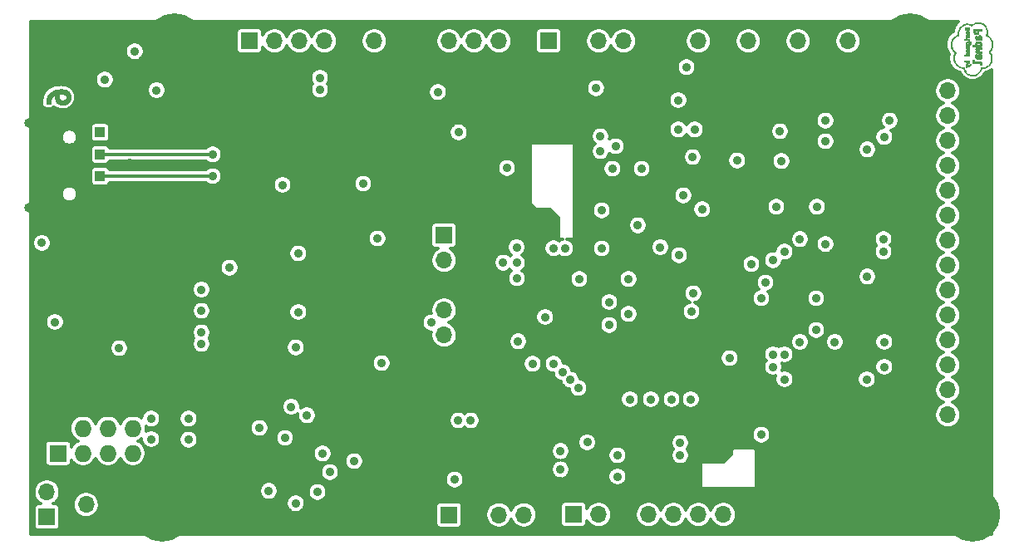
<source format=gbr>
G04 #@! TF.GenerationSoftware,KiCad,Pcbnew,5.1.10-88a1d61d58~90~ubuntu20.04.1*
G04 #@! TF.CreationDate,2021-10-17T20:31:12+02:00*
G04 #@! TF.ProjectId,PSLab,50534c61-622e-46b6-9963-61645f706362,v6.1*
G04 #@! TF.SameCoordinates,Original*
G04 #@! TF.FileFunction,Copper,L4,Bot*
G04 #@! TF.FilePolarity,Positive*
%FSLAX46Y46*%
G04 Gerber Fmt 4.6, Leading zero omitted, Abs format (unit mm)*
G04 Created by KiCad (PCBNEW 5.1.10-88a1d61d58~90~ubuntu20.04.1) date 2021-10-17 20:31:12*
%MOMM*%
%LPD*%
G01*
G04 APERTURE LIST*
G04 #@! TA.AperFunction,EtchedComponent*
%ADD10C,0.010000*%
G04 #@! TD*
G04 #@! TA.AperFunction,ComponentPad*
%ADD11O,1.700000X1.700000*%
G04 #@! TD*
G04 #@! TA.AperFunction,ComponentPad*
%ADD12R,1.700000X1.700000*%
G04 #@! TD*
G04 #@! TA.AperFunction,ComponentPad*
%ADD13C,0.500000*%
G04 #@! TD*
G04 #@! TA.AperFunction,SMDPad,CuDef*
%ADD14R,3.400000X2.400000*%
G04 #@! TD*
G04 #@! TA.AperFunction,SMDPad,CuDef*
%ADD15R,1.000000X1.000000*%
G04 #@! TD*
G04 #@! TA.AperFunction,ComponentPad*
%ADD16R,1.727200X1.727200*%
G04 #@! TD*
G04 #@! TA.AperFunction,ComponentPad*
%ADD17O,1.727200X1.727200*%
G04 #@! TD*
G04 #@! TA.AperFunction,ComponentPad*
%ADD18O,2.100000X1.000000*%
G04 #@! TD*
G04 #@! TA.AperFunction,ComponentPad*
%ADD19O,2.000000X1.000000*%
G04 #@! TD*
G04 #@! TA.AperFunction,ComponentPad*
%ADD20C,5.600000*%
G04 #@! TD*
G04 #@! TA.AperFunction,ViaPad*
%ADD21C,0.914400*%
G04 #@! TD*
G04 #@! TA.AperFunction,Conductor*
%ADD22C,0.304800*%
G04 #@! TD*
G04 #@! TA.AperFunction,Conductor*
%ADD23C,0.300000*%
G04 #@! TD*
G04 #@! TA.AperFunction,Conductor*
%ADD24C,0.100000*%
G04 #@! TD*
G04 APERTURE END LIST*
D10*
G36*
X94622878Y-67708101D02*
G01*
X94684914Y-67708904D01*
X94735792Y-67710464D01*
X94778397Y-67712920D01*
X94815613Y-67716411D01*
X94850324Y-67721079D01*
X94864047Y-67723288D01*
X94992573Y-67750239D01*
X95106987Y-67785801D01*
X95207978Y-67830358D01*
X95296235Y-67884297D01*
X95372446Y-67948000D01*
X95437301Y-68021853D01*
X95462114Y-68057201D01*
X95509015Y-68142878D01*
X95545389Y-68239060D01*
X95570876Y-68342711D01*
X95585115Y-68450796D01*
X95587747Y-68560280D01*
X95578413Y-68668126D01*
X95556753Y-68771300D01*
X95549573Y-68795367D01*
X95511441Y-68888058D01*
X95458573Y-68973960D01*
X95392114Y-69052165D01*
X95313208Y-69121767D01*
X95222998Y-69181859D01*
X95122628Y-69231534D01*
X95013241Y-69269885D01*
X94924535Y-69290947D01*
X94868855Y-69298417D01*
X94802335Y-69302365D01*
X94730685Y-69302856D01*
X94659612Y-69299951D01*
X94594827Y-69293715D01*
X94553447Y-69286817D01*
X94449278Y-69259845D01*
X94358922Y-69225342D01*
X94280553Y-69182280D01*
X94212350Y-69129628D01*
X94152488Y-69066358D01*
X94143980Y-69055715D01*
X94089268Y-68975287D01*
X94046587Y-68888437D01*
X94015110Y-68792919D01*
X93994009Y-68686487D01*
X93987259Y-68630199D01*
X93982816Y-68560208D01*
X93984827Y-68497915D01*
X93988908Y-68470714D01*
X94388488Y-68470714D01*
X94394754Y-68546256D01*
X94410603Y-68615582D01*
X94435734Y-68676426D01*
X94469844Y-68726521D01*
X94500234Y-68754994D01*
X94540566Y-68779830D01*
X94590179Y-68802061D01*
X94641429Y-68818513D01*
X94665334Y-68823588D01*
X94704507Y-68827330D01*
X94753244Y-68828000D01*
X94804501Y-68825835D01*
X94851237Y-68821072D01*
X94877000Y-68816436D01*
X94934090Y-68801190D01*
X94979880Y-68783869D01*
X95020002Y-68762192D01*
X95034382Y-68752718D01*
X95089279Y-68708213D01*
X95128307Y-68660315D01*
X95152469Y-68607075D01*
X95162767Y-68546543D01*
X95162568Y-68503467D01*
X95154557Y-68441308D01*
X95139830Y-68396028D01*
X95108448Y-68347883D01*
X95062406Y-68303654D01*
X95003782Y-68264706D01*
X94934658Y-68232405D01*
X94857111Y-68208117D01*
X94851600Y-68206794D01*
X94816952Y-68200305D01*
X94773248Y-68195263D01*
X94718177Y-68191480D01*
X94649426Y-68188772D01*
X94617616Y-68187948D01*
X94447132Y-68184055D01*
X94430211Y-68229461D01*
X94405914Y-68310050D01*
X94392107Y-68391223D01*
X94388488Y-68470714D01*
X93988908Y-68470714D01*
X93994021Y-68436647D01*
X94011128Y-68369731D01*
X94018270Y-68346422D01*
X94027715Y-68314827D01*
X94034156Y-68289907D01*
X94036616Y-68275608D01*
X94036299Y-68273777D01*
X94025998Y-68274010D01*
X94004589Y-68280563D01*
X93975931Y-68291837D01*
X93943881Y-68306233D01*
X93912300Y-68322151D01*
X93892474Y-68333382D01*
X93832073Y-68373746D01*
X93781319Y-68417504D01*
X93734202Y-68470103D01*
X93716525Y-68492844D01*
X93660849Y-68576305D01*
X93614808Y-68666787D01*
X93577848Y-68766020D01*
X93549416Y-68875735D01*
X93528957Y-68997659D01*
X93517199Y-69115183D01*
X93513912Y-69152947D01*
X93510312Y-69176645D01*
X93505688Y-69189140D01*
X93499332Y-69193295D01*
X93497835Y-69193377D01*
X93485553Y-69192754D01*
X93459143Y-69191085D01*
X93421366Y-69188558D01*
X93374983Y-69185356D01*
X93322755Y-69181665D01*
X93310667Y-69180800D01*
X93257078Y-69177014D01*
X93208307Y-69173679D01*
X93167227Y-69170983D01*
X93136708Y-69169113D01*
X93119622Y-69168257D01*
X93118050Y-69168223D01*
X93109124Y-69167310D01*
X93103540Y-69162569D01*
X93100521Y-69150786D01*
X93099289Y-69128750D01*
X93099067Y-69093248D01*
X93099070Y-69089783D01*
X93105972Y-68952941D01*
X93125755Y-68812390D01*
X93157384Y-68672761D01*
X93199827Y-68538683D01*
X93247668Y-68423938D01*
X93316890Y-68296761D01*
X93398510Y-68181024D01*
X93492190Y-68077010D01*
X93597591Y-67985002D01*
X93714372Y-67905283D01*
X93842195Y-67838136D01*
X93980721Y-67783845D01*
X94035429Y-67766836D01*
X94101232Y-67748987D01*
X94163846Y-67734923D01*
X94226609Y-67724259D01*
X94292859Y-67716611D01*
X94365935Y-67711594D01*
X94449175Y-67708824D01*
X94545917Y-67707915D01*
X94546800Y-67707915D01*
X94622878Y-67708101D01*
G37*
X94622878Y-67708101D02*
X94684914Y-67708904D01*
X94735792Y-67710464D01*
X94778397Y-67712920D01*
X94815613Y-67716411D01*
X94850324Y-67721079D01*
X94864047Y-67723288D01*
X94992573Y-67750239D01*
X95106987Y-67785801D01*
X95207978Y-67830358D01*
X95296235Y-67884297D01*
X95372446Y-67948000D01*
X95437301Y-68021853D01*
X95462114Y-68057201D01*
X95509015Y-68142878D01*
X95545389Y-68239060D01*
X95570876Y-68342711D01*
X95585115Y-68450796D01*
X95587747Y-68560280D01*
X95578413Y-68668126D01*
X95556753Y-68771300D01*
X95549573Y-68795367D01*
X95511441Y-68888058D01*
X95458573Y-68973960D01*
X95392114Y-69052165D01*
X95313208Y-69121767D01*
X95222998Y-69181859D01*
X95122628Y-69231534D01*
X95013241Y-69269885D01*
X94924535Y-69290947D01*
X94868855Y-69298417D01*
X94802335Y-69302365D01*
X94730685Y-69302856D01*
X94659612Y-69299951D01*
X94594827Y-69293715D01*
X94553447Y-69286817D01*
X94449278Y-69259845D01*
X94358922Y-69225342D01*
X94280553Y-69182280D01*
X94212350Y-69129628D01*
X94152488Y-69066358D01*
X94143980Y-69055715D01*
X94089268Y-68975287D01*
X94046587Y-68888437D01*
X94015110Y-68792919D01*
X93994009Y-68686487D01*
X93987259Y-68630199D01*
X93982816Y-68560208D01*
X93984827Y-68497915D01*
X93988908Y-68470714D01*
X94388488Y-68470714D01*
X94394754Y-68546256D01*
X94410603Y-68615582D01*
X94435734Y-68676426D01*
X94469844Y-68726521D01*
X94500234Y-68754994D01*
X94540566Y-68779830D01*
X94590179Y-68802061D01*
X94641429Y-68818513D01*
X94665334Y-68823588D01*
X94704507Y-68827330D01*
X94753244Y-68828000D01*
X94804501Y-68825835D01*
X94851237Y-68821072D01*
X94877000Y-68816436D01*
X94934090Y-68801190D01*
X94979880Y-68783869D01*
X95020002Y-68762192D01*
X95034382Y-68752718D01*
X95089279Y-68708213D01*
X95128307Y-68660315D01*
X95152469Y-68607075D01*
X95162767Y-68546543D01*
X95162568Y-68503467D01*
X95154557Y-68441308D01*
X95139830Y-68396028D01*
X95108448Y-68347883D01*
X95062406Y-68303654D01*
X95003782Y-68264706D01*
X94934658Y-68232405D01*
X94857111Y-68208117D01*
X94851600Y-68206794D01*
X94816952Y-68200305D01*
X94773248Y-68195263D01*
X94718177Y-68191480D01*
X94649426Y-68188772D01*
X94617616Y-68187948D01*
X94447132Y-68184055D01*
X94430211Y-68229461D01*
X94405914Y-68310050D01*
X94392107Y-68391223D01*
X94388488Y-68470714D01*
X93988908Y-68470714D01*
X93994021Y-68436647D01*
X94011128Y-68369731D01*
X94018270Y-68346422D01*
X94027715Y-68314827D01*
X94034156Y-68289907D01*
X94036616Y-68275608D01*
X94036299Y-68273777D01*
X94025998Y-68274010D01*
X94004589Y-68280563D01*
X93975931Y-68291837D01*
X93943881Y-68306233D01*
X93912300Y-68322151D01*
X93892474Y-68333382D01*
X93832073Y-68373746D01*
X93781319Y-68417504D01*
X93734202Y-68470103D01*
X93716525Y-68492844D01*
X93660849Y-68576305D01*
X93614808Y-68666787D01*
X93577848Y-68766020D01*
X93549416Y-68875735D01*
X93528957Y-68997659D01*
X93517199Y-69115183D01*
X93513912Y-69152947D01*
X93510312Y-69176645D01*
X93505688Y-69189140D01*
X93499332Y-69193295D01*
X93497835Y-69193377D01*
X93485553Y-69192754D01*
X93459143Y-69191085D01*
X93421366Y-69188558D01*
X93374983Y-69185356D01*
X93322755Y-69181665D01*
X93310667Y-69180800D01*
X93257078Y-69177014D01*
X93208307Y-69173679D01*
X93167227Y-69170983D01*
X93136708Y-69169113D01*
X93119622Y-69168257D01*
X93118050Y-69168223D01*
X93109124Y-69167310D01*
X93103540Y-69162569D01*
X93100521Y-69150786D01*
X93099289Y-69128750D01*
X93099067Y-69093248D01*
X93099070Y-69089783D01*
X93105972Y-68952941D01*
X93125755Y-68812390D01*
X93157384Y-68672761D01*
X93199827Y-68538683D01*
X93247668Y-68423938D01*
X93316890Y-68296761D01*
X93398510Y-68181024D01*
X93492190Y-68077010D01*
X93597591Y-67985002D01*
X93714372Y-67905283D01*
X93842195Y-67838136D01*
X93980721Y-67783845D01*
X94035429Y-67766836D01*
X94101232Y-67748987D01*
X94163846Y-67734923D01*
X94226609Y-67724259D01*
X94292859Y-67716611D01*
X94365935Y-67711594D01*
X94449175Y-67708824D01*
X94545917Y-67707915D01*
X94546800Y-67707915D01*
X94622878Y-67708101D01*
G36*
X188169409Y-60888368D02*
G01*
X188285231Y-60918642D01*
X188394926Y-60963500D01*
X188497524Y-61022029D01*
X188592053Y-61093319D01*
X188677541Y-61176455D01*
X188753016Y-61270527D01*
X188817508Y-61374621D01*
X188870043Y-61487826D01*
X188909651Y-61609229D01*
X188929565Y-61700890D01*
X188937774Y-61769424D01*
X188940976Y-61847067D01*
X188939372Y-61928212D01*
X188933160Y-62007251D01*
X188922543Y-62078577D01*
X188914824Y-62112772D01*
X188894389Y-62190611D01*
X188928800Y-62203753D01*
X188964469Y-62220657D01*
X189008524Y-62246529D01*
X189057065Y-62278686D01*
X189106193Y-62314443D01*
X189152008Y-62351114D01*
X189183249Y-62378923D01*
X189270650Y-62473113D01*
X189345010Y-62577692D01*
X189405734Y-62691563D01*
X189452227Y-62813633D01*
X189480674Y-62925839D01*
X189489211Y-62985328D01*
X189494180Y-63055647D01*
X189495580Y-63131073D01*
X189493413Y-63205885D01*
X189487678Y-63274360D01*
X189480674Y-63319961D01*
X189450618Y-63435801D01*
X189407596Y-63548261D01*
X189353205Y-63654117D01*
X189289042Y-63750144D01*
X189236669Y-63812488D01*
X189190020Y-63862605D01*
X189245065Y-63943603D01*
X189311525Y-64053708D01*
X189362028Y-64165738D01*
X189397221Y-64281814D01*
X189417750Y-64404063D01*
X189424267Y-64531791D01*
X189417481Y-64664413D01*
X189396729Y-64788629D01*
X189361423Y-64906419D01*
X189310973Y-65019761D01*
X189246872Y-65127531D01*
X189209046Y-65178101D01*
X189161543Y-65232557D01*
X189108545Y-65286717D01*
X189054234Y-65336396D01*
X189002794Y-65377413D01*
X188984000Y-65390430D01*
X188883488Y-65447542D01*
X188776474Y-65491990D01*
X188665899Y-65522975D01*
X188554701Y-65539700D01*
X188445820Y-65541367D01*
X188431550Y-65540403D01*
X188395652Y-65537979D01*
X188373463Y-65537744D01*
X188361862Y-65540010D01*
X188357729Y-65545094D01*
X188357467Y-65547863D01*
X188354301Y-65567263D01*
X188345693Y-65598431D01*
X188332978Y-65637616D01*
X188317490Y-65681068D01*
X188300565Y-65725036D01*
X188283536Y-65765770D01*
X188268322Y-65798367D01*
X188203268Y-65909804D01*
X188126561Y-66009984D01*
X188039211Y-66098113D01*
X187942229Y-66173395D01*
X187836625Y-66235032D01*
X187723409Y-66282231D01*
X187616765Y-66311511D01*
X187553783Y-66321282D01*
X187481695Y-66326779D01*
X187407412Y-66327832D01*
X187337849Y-66324274D01*
X187297741Y-66319294D01*
X187179607Y-66291508D01*
X187066723Y-66248251D01*
X186960384Y-66190519D01*
X186861885Y-66119306D01*
X186772519Y-66035608D01*
X186693582Y-65940417D01*
X186626367Y-65834731D01*
X186599810Y-65783008D01*
X186574532Y-65724155D01*
X186549803Y-65656015D01*
X186528252Y-65586108D01*
X186520003Y-65554916D01*
X186511062Y-65518898D01*
X186466948Y-65524065D01*
X186437605Y-65525392D01*
X186398697Y-65524340D01*
X186357388Y-65521158D01*
X186346260Y-65519905D01*
X186220372Y-65496408D01*
X186101578Y-65457738D01*
X185990616Y-65404419D01*
X185888226Y-65336973D01*
X185795145Y-65255923D01*
X185712112Y-65161792D01*
X185639866Y-65055103D01*
X185608018Y-64997211D01*
X185559004Y-64887416D01*
X185524531Y-64776780D01*
X185503763Y-64661741D01*
X185495861Y-64538742D01*
X185495734Y-64519900D01*
X185503437Y-64385019D01*
X185526506Y-64256876D01*
X185564880Y-64135734D01*
X185608659Y-64040024D01*
X185645164Y-63970782D01*
X185605249Y-63940342D01*
X185563477Y-63904740D01*
X185517144Y-63859079D01*
X185470340Y-63807857D01*
X185427161Y-63755568D01*
X185391699Y-63706709D01*
X185389535Y-63703416D01*
X185325945Y-63591732D01*
X185278078Y-63475491D01*
X185245609Y-63353567D01*
X185228212Y-63224837D01*
X185224891Y-63134096D01*
X185301168Y-63134096D01*
X185309442Y-63257466D01*
X185333099Y-63377999D01*
X185371292Y-63493969D01*
X185423175Y-63603653D01*
X185487901Y-63705326D01*
X185564623Y-63797264D01*
X185652496Y-63877741D01*
X185674514Y-63894686D01*
X185701345Y-63915605D01*
X185722609Y-63933987D01*
X185734737Y-63946685D01*
X185736080Y-63948968D01*
X185734028Y-63960482D01*
X185725232Y-63983795D01*
X185711006Y-64015815D01*
X185692664Y-64053450D01*
X185686904Y-64064698D01*
X185664984Y-64108991D01*
X185644378Y-64154095D01*
X185627321Y-64194899D01*
X185616048Y-64226290D01*
X185615593Y-64227800D01*
X185586671Y-64353208D01*
X185573742Y-64478519D01*
X185576375Y-64602395D01*
X185594139Y-64723498D01*
X185626601Y-64840488D01*
X185673332Y-64952028D01*
X185733899Y-65056779D01*
X185807871Y-65153402D01*
X185894817Y-65240558D01*
X185958463Y-65291778D01*
X186030538Y-65337879D01*
X186111038Y-65377348D01*
X186196457Y-65409196D01*
X186283288Y-65432436D01*
X186368024Y-65446079D01*
X186447161Y-65449136D01*
X186499034Y-65444173D01*
X186537545Y-65440132D01*
X186563359Y-65444453D01*
X186579416Y-65459000D01*
X186588655Y-65485642D01*
X186591475Y-65502846D01*
X186596864Y-65531434D01*
X186606147Y-65569336D01*
X186617641Y-65609877D01*
X186622069Y-65624065D01*
X186667731Y-65740210D01*
X186726773Y-65847510D01*
X186798152Y-65944889D01*
X186880824Y-66031267D01*
X186973745Y-66105567D01*
X187075873Y-66166711D01*
X187186162Y-66213621D01*
X187196246Y-66217039D01*
X187283008Y-66238755D01*
X187378278Y-66250097D01*
X187477067Y-66250914D01*
X187574383Y-66241057D01*
X187629334Y-66230115D01*
X187695823Y-66209507D01*
X187768287Y-66179177D01*
X187841251Y-66141875D01*
X187909237Y-66100354D01*
X187957006Y-66065432D01*
X188036888Y-65991120D01*
X188109328Y-65903895D01*
X188172382Y-65806858D01*
X188224111Y-65703109D01*
X188262574Y-65595751D01*
X188271174Y-65563553D01*
X188281208Y-65525020D01*
X188290785Y-65492305D01*
X188298759Y-65469090D01*
X188303627Y-65459353D01*
X188314501Y-65455532D01*
X188337432Y-65454954D01*
X188374190Y-65457643D01*
X188402125Y-65460660D01*
X188512939Y-65465304D01*
X188621807Y-65453958D01*
X188727537Y-65427549D01*
X188828940Y-65387002D01*
X188924825Y-65333243D01*
X189014000Y-65267201D01*
X189095276Y-65189800D01*
X189167461Y-65101966D01*
X189229366Y-65004627D01*
X189279798Y-64898709D01*
X189317568Y-64785138D01*
X189328382Y-64740034D01*
X189337403Y-64682432D01*
X189342778Y-64614153D01*
X189344558Y-64540221D01*
X189342792Y-64465659D01*
X189337533Y-64395493D01*
X189328830Y-64334747D01*
X189324067Y-64312875D01*
X189286759Y-64193521D01*
X189236293Y-64081129D01*
X189173988Y-63978401D01*
X189137029Y-63929308D01*
X189116826Y-63902801D01*
X189101727Y-63879939D01*
X189094382Y-63864823D01*
X189094067Y-63862795D01*
X189099588Y-63851272D01*
X189114495Y-63830880D01*
X189136302Y-63804828D01*
X189154733Y-63784521D01*
X189237212Y-63684702D01*
X189304402Y-63577750D01*
X189356129Y-63464167D01*
X189392219Y-63344457D01*
X189412497Y-63219121D01*
X189416788Y-63088664D01*
X189414152Y-63037340D01*
X189397254Y-62918595D01*
X189365095Y-62803725D01*
X189318757Y-62694286D01*
X189259320Y-62591835D01*
X189187868Y-62497930D01*
X189105480Y-62414127D01*
X189013240Y-62341982D01*
X188912228Y-62283053D01*
X188879517Y-62267806D01*
X188847332Y-62252133D01*
X188823230Y-62237404D01*
X188810795Y-62225861D01*
X188810071Y-62224291D01*
X188810067Y-62209177D01*
X188814487Y-62183250D01*
X188822402Y-62151763D01*
X188823652Y-62147492D01*
X188851871Y-62024297D01*
X188863850Y-61900567D01*
X188859974Y-61777754D01*
X188840625Y-61657309D01*
X188806186Y-61540686D01*
X188757041Y-61429336D01*
X188693571Y-61324710D01*
X188616161Y-61228261D01*
X188568392Y-61179800D01*
X188474078Y-61102020D01*
X188371739Y-61039147D01*
X188261422Y-60991208D01*
X188196600Y-60971010D01*
X188145576Y-60960766D01*
X188084150Y-60953984D01*
X188017292Y-60950720D01*
X187949970Y-60951026D01*
X187887155Y-60954959D01*
X187833815Y-60962571D01*
X187815600Y-60966834D01*
X187717791Y-60997865D01*
X187630863Y-61035593D01*
X187550294Y-61082535D01*
X187471565Y-61141208D01*
X187417467Y-61188451D01*
X187393019Y-61210066D01*
X187372864Y-61226309D01*
X187360504Y-61234405D01*
X187358942Y-61234834D01*
X187348652Y-61231080D01*
X187326744Y-61220879D01*
X187296504Y-61205819D01*
X187263618Y-61188756D01*
X187218961Y-61166824D01*
X187169827Y-61145317D01*
X187123560Y-61127346D01*
X187100167Y-61119534D01*
X187068479Y-61110401D01*
X187040732Y-61103992D01*
X187012616Y-61099814D01*
X186979818Y-61097372D01*
X186938030Y-61096171D01*
X186892734Y-61095761D01*
X186833986Y-61096036D01*
X186788042Y-61097713D01*
X186750804Y-61101119D01*
X186718178Y-61106581D01*
X186698000Y-61111260D01*
X186585729Y-61148226D01*
X186481081Y-61199488D01*
X186384927Y-61263817D01*
X186298133Y-61339981D01*
X186221568Y-61426752D01*
X186156100Y-61522897D01*
X186102598Y-61627187D01*
X186061929Y-61738391D01*
X186034962Y-61855279D01*
X186022565Y-61976621D01*
X186023227Y-62067542D01*
X186025695Y-62106980D01*
X186028471Y-62140850D01*
X186031187Y-62165155D01*
X186033150Y-62175248D01*
X186032845Y-62192995D01*
X186017225Y-62209237D01*
X185985694Y-62224416D01*
X185952934Y-62234898D01*
X185843736Y-62274020D01*
X185741783Y-62327548D01*
X185648026Y-62394169D01*
X185563420Y-62472568D01*
X185488917Y-62561429D01*
X185425468Y-62659440D01*
X185374028Y-62765285D01*
X185335549Y-62877649D01*
X185310984Y-62995219D01*
X185301285Y-63116680D01*
X185301168Y-63134096D01*
X185224891Y-63134096D01*
X185224827Y-63132374D01*
X185232610Y-62997109D01*
X185255956Y-62868473D01*
X185294966Y-62746194D01*
X185349742Y-62629995D01*
X185420383Y-62519604D01*
X185477172Y-62448137D01*
X185549230Y-62374925D01*
X185633281Y-62307360D01*
X185724985Y-62248321D01*
X185820002Y-62200687D01*
X185889434Y-62174620D01*
X185948700Y-62155758D01*
X185945900Y-62040930D01*
X185950464Y-61905599D01*
X185970710Y-61775775D01*
X186006379Y-61652124D01*
X186057209Y-61535310D01*
X186122943Y-61425996D01*
X186203321Y-61324849D01*
X186240709Y-61285634D01*
X186335616Y-61202331D01*
X186437392Y-61133955D01*
X186544841Y-61080715D01*
X186656765Y-61042821D01*
X186771967Y-61020482D01*
X186889251Y-61013909D01*
X187007419Y-61023311D01*
X187125273Y-61048898D01*
X187241617Y-61090881D01*
X187272081Y-61104800D01*
X187350862Y-61142434D01*
X187394848Y-61102864D01*
X187490997Y-61027556D01*
X187595606Y-60966462D01*
X187707154Y-60920114D01*
X187824119Y-60889046D01*
X187944981Y-60873791D01*
X188048434Y-60873590D01*
X188169409Y-60888368D01*
G37*
X188169409Y-60888368D02*
X188285231Y-60918642D01*
X188394926Y-60963500D01*
X188497524Y-61022029D01*
X188592053Y-61093319D01*
X188677541Y-61176455D01*
X188753016Y-61270527D01*
X188817508Y-61374621D01*
X188870043Y-61487826D01*
X188909651Y-61609229D01*
X188929565Y-61700890D01*
X188937774Y-61769424D01*
X188940976Y-61847067D01*
X188939372Y-61928212D01*
X188933160Y-62007251D01*
X188922543Y-62078577D01*
X188914824Y-62112772D01*
X188894389Y-62190611D01*
X188928800Y-62203753D01*
X188964469Y-62220657D01*
X189008524Y-62246529D01*
X189057065Y-62278686D01*
X189106193Y-62314443D01*
X189152008Y-62351114D01*
X189183249Y-62378923D01*
X189270650Y-62473113D01*
X189345010Y-62577692D01*
X189405734Y-62691563D01*
X189452227Y-62813633D01*
X189480674Y-62925839D01*
X189489211Y-62985328D01*
X189494180Y-63055647D01*
X189495580Y-63131073D01*
X189493413Y-63205885D01*
X189487678Y-63274360D01*
X189480674Y-63319961D01*
X189450618Y-63435801D01*
X189407596Y-63548261D01*
X189353205Y-63654117D01*
X189289042Y-63750144D01*
X189236669Y-63812488D01*
X189190020Y-63862605D01*
X189245065Y-63943603D01*
X189311525Y-64053708D01*
X189362028Y-64165738D01*
X189397221Y-64281814D01*
X189417750Y-64404063D01*
X189424267Y-64531791D01*
X189417481Y-64664413D01*
X189396729Y-64788629D01*
X189361423Y-64906419D01*
X189310973Y-65019761D01*
X189246872Y-65127531D01*
X189209046Y-65178101D01*
X189161543Y-65232557D01*
X189108545Y-65286717D01*
X189054234Y-65336396D01*
X189002794Y-65377413D01*
X188984000Y-65390430D01*
X188883488Y-65447542D01*
X188776474Y-65491990D01*
X188665899Y-65522975D01*
X188554701Y-65539700D01*
X188445820Y-65541367D01*
X188431550Y-65540403D01*
X188395652Y-65537979D01*
X188373463Y-65537744D01*
X188361862Y-65540010D01*
X188357729Y-65545094D01*
X188357467Y-65547863D01*
X188354301Y-65567263D01*
X188345693Y-65598431D01*
X188332978Y-65637616D01*
X188317490Y-65681068D01*
X188300565Y-65725036D01*
X188283536Y-65765770D01*
X188268322Y-65798367D01*
X188203268Y-65909804D01*
X188126561Y-66009984D01*
X188039211Y-66098113D01*
X187942229Y-66173395D01*
X187836625Y-66235032D01*
X187723409Y-66282231D01*
X187616765Y-66311511D01*
X187553783Y-66321282D01*
X187481695Y-66326779D01*
X187407412Y-66327832D01*
X187337849Y-66324274D01*
X187297741Y-66319294D01*
X187179607Y-66291508D01*
X187066723Y-66248251D01*
X186960384Y-66190519D01*
X186861885Y-66119306D01*
X186772519Y-66035608D01*
X186693582Y-65940417D01*
X186626367Y-65834731D01*
X186599810Y-65783008D01*
X186574532Y-65724155D01*
X186549803Y-65656015D01*
X186528252Y-65586108D01*
X186520003Y-65554916D01*
X186511062Y-65518898D01*
X186466948Y-65524065D01*
X186437605Y-65525392D01*
X186398697Y-65524340D01*
X186357388Y-65521158D01*
X186346260Y-65519905D01*
X186220372Y-65496408D01*
X186101578Y-65457738D01*
X185990616Y-65404419D01*
X185888226Y-65336973D01*
X185795145Y-65255923D01*
X185712112Y-65161792D01*
X185639866Y-65055103D01*
X185608018Y-64997211D01*
X185559004Y-64887416D01*
X185524531Y-64776780D01*
X185503763Y-64661741D01*
X185495861Y-64538742D01*
X185495734Y-64519900D01*
X185503437Y-64385019D01*
X185526506Y-64256876D01*
X185564880Y-64135734D01*
X185608659Y-64040024D01*
X185645164Y-63970782D01*
X185605249Y-63940342D01*
X185563477Y-63904740D01*
X185517144Y-63859079D01*
X185470340Y-63807857D01*
X185427161Y-63755568D01*
X185391699Y-63706709D01*
X185389535Y-63703416D01*
X185325945Y-63591732D01*
X185278078Y-63475491D01*
X185245609Y-63353567D01*
X185228212Y-63224837D01*
X185224891Y-63134096D01*
X185301168Y-63134096D01*
X185309442Y-63257466D01*
X185333099Y-63377999D01*
X185371292Y-63493969D01*
X185423175Y-63603653D01*
X185487901Y-63705326D01*
X185564623Y-63797264D01*
X185652496Y-63877741D01*
X185674514Y-63894686D01*
X185701345Y-63915605D01*
X185722609Y-63933987D01*
X185734737Y-63946685D01*
X185736080Y-63948968D01*
X185734028Y-63960482D01*
X185725232Y-63983795D01*
X185711006Y-64015815D01*
X185692664Y-64053450D01*
X185686904Y-64064698D01*
X185664984Y-64108991D01*
X185644378Y-64154095D01*
X185627321Y-64194899D01*
X185616048Y-64226290D01*
X185615593Y-64227800D01*
X185586671Y-64353208D01*
X185573742Y-64478519D01*
X185576375Y-64602395D01*
X185594139Y-64723498D01*
X185626601Y-64840488D01*
X185673332Y-64952028D01*
X185733899Y-65056779D01*
X185807871Y-65153402D01*
X185894817Y-65240558D01*
X185958463Y-65291778D01*
X186030538Y-65337879D01*
X186111038Y-65377348D01*
X186196457Y-65409196D01*
X186283288Y-65432436D01*
X186368024Y-65446079D01*
X186447161Y-65449136D01*
X186499034Y-65444173D01*
X186537545Y-65440132D01*
X186563359Y-65444453D01*
X186579416Y-65459000D01*
X186588655Y-65485642D01*
X186591475Y-65502846D01*
X186596864Y-65531434D01*
X186606147Y-65569336D01*
X186617641Y-65609877D01*
X186622069Y-65624065D01*
X186667731Y-65740210D01*
X186726773Y-65847510D01*
X186798152Y-65944889D01*
X186880824Y-66031267D01*
X186973745Y-66105567D01*
X187075873Y-66166711D01*
X187186162Y-66213621D01*
X187196246Y-66217039D01*
X187283008Y-66238755D01*
X187378278Y-66250097D01*
X187477067Y-66250914D01*
X187574383Y-66241057D01*
X187629334Y-66230115D01*
X187695823Y-66209507D01*
X187768287Y-66179177D01*
X187841251Y-66141875D01*
X187909237Y-66100354D01*
X187957006Y-66065432D01*
X188036888Y-65991120D01*
X188109328Y-65903895D01*
X188172382Y-65806858D01*
X188224111Y-65703109D01*
X188262574Y-65595751D01*
X188271174Y-65563553D01*
X188281208Y-65525020D01*
X188290785Y-65492305D01*
X188298759Y-65469090D01*
X188303627Y-65459353D01*
X188314501Y-65455532D01*
X188337432Y-65454954D01*
X188374190Y-65457643D01*
X188402125Y-65460660D01*
X188512939Y-65465304D01*
X188621807Y-65453958D01*
X188727537Y-65427549D01*
X188828940Y-65387002D01*
X188924825Y-65333243D01*
X189014000Y-65267201D01*
X189095276Y-65189800D01*
X189167461Y-65101966D01*
X189229366Y-65004627D01*
X189279798Y-64898709D01*
X189317568Y-64785138D01*
X189328382Y-64740034D01*
X189337403Y-64682432D01*
X189342778Y-64614153D01*
X189344558Y-64540221D01*
X189342792Y-64465659D01*
X189337533Y-64395493D01*
X189328830Y-64334747D01*
X189324067Y-64312875D01*
X189286759Y-64193521D01*
X189236293Y-64081129D01*
X189173988Y-63978401D01*
X189137029Y-63929308D01*
X189116826Y-63902801D01*
X189101727Y-63879939D01*
X189094382Y-63864823D01*
X189094067Y-63862795D01*
X189099588Y-63851272D01*
X189114495Y-63830880D01*
X189136302Y-63804828D01*
X189154733Y-63784521D01*
X189237212Y-63684702D01*
X189304402Y-63577750D01*
X189356129Y-63464167D01*
X189392219Y-63344457D01*
X189412497Y-63219121D01*
X189416788Y-63088664D01*
X189414152Y-63037340D01*
X189397254Y-62918595D01*
X189365095Y-62803725D01*
X189318757Y-62694286D01*
X189259320Y-62591835D01*
X189187868Y-62497930D01*
X189105480Y-62414127D01*
X189013240Y-62341982D01*
X188912228Y-62283053D01*
X188879517Y-62267806D01*
X188847332Y-62252133D01*
X188823230Y-62237404D01*
X188810795Y-62225861D01*
X188810071Y-62224291D01*
X188810067Y-62209177D01*
X188814487Y-62183250D01*
X188822402Y-62151763D01*
X188823652Y-62147492D01*
X188851871Y-62024297D01*
X188863850Y-61900567D01*
X188859974Y-61777754D01*
X188840625Y-61657309D01*
X188806186Y-61540686D01*
X188757041Y-61429336D01*
X188693571Y-61324710D01*
X188616161Y-61228261D01*
X188568392Y-61179800D01*
X188474078Y-61102020D01*
X188371739Y-61039147D01*
X188261422Y-60991208D01*
X188196600Y-60971010D01*
X188145576Y-60960766D01*
X188084150Y-60953984D01*
X188017292Y-60950720D01*
X187949970Y-60951026D01*
X187887155Y-60954959D01*
X187833815Y-60962571D01*
X187815600Y-60966834D01*
X187717791Y-60997865D01*
X187630863Y-61035593D01*
X187550294Y-61082535D01*
X187471565Y-61141208D01*
X187417467Y-61188451D01*
X187393019Y-61210066D01*
X187372864Y-61226309D01*
X187360504Y-61234405D01*
X187358942Y-61234834D01*
X187348652Y-61231080D01*
X187326744Y-61220879D01*
X187296504Y-61205819D01*
X187263618Y-61188756D01*
X187218961Y-61166824D01*
X187169827Y-61145317D01*
X187123560Y-61127346D01*
X187100167Y-61119534D01*
X187068479Y-61110401D01*
X187040732Y-61103992D01*
X187012616Y-61099814D01*
X186979818Y-61097372D01*
X186938030Y-61096171D01*
X186892734Y-61095761D01*
X186833986Y-61096036D01*
X186788042Y-61097713D01*
X186750804Y-61101119D01*
X186718178Y-61106581D01*
X186698000Y-61111260D01*
X186585729Y-61148226D01*
X186481081Y-61199488D01*
X186384927Y-61263817D01*
X186298133Y-61339981D01*
X186221568Y-61426752D01*
X186156100Y-61522897D01*
X186102598Y-61627187D01*
X186061929Y-61738391D01*
X186034962Y-61855279D01*
X186022565Y-61976621D01*
X186023227Y-62067542D01*
X186025695Y-62106980D01*
X186028471Y-62140850D01*
X186031187Y-62165155D01*
X186033150Y-62175248D01*
X186032845Y-62192995D01*
X186017225Y-62209237D01*
X185985694Y-62224416D01*
X185952934Y-62234898D01*
X185843736Y-62274020D01*
X185741783Y-62327548D01*
X185648026Y-62394169D01*
X185563420Y-62472568D01*
X185488917Y-62561429D01*
X185425468Y-62659440D01*
X185374028Y-62765285D01*
X185335549Y-62877649D01*
X185310984Y-62995219D01*
X185301285Y-63116680D01*
X185301168Y-63134096D01*
X185224891Y-63134096D01*
X185224827Y-63132374D01*
X185232610Y-62997109D01*
X185255956Y-62868473D01*
X185294966Y-62746194D01*
X185349742Y-62629995D01*
X185420383Y-62519604D01*
X185477172Y-62448137D01*
X185549230Y-62374925D01*
X185633281Y-62307360D01*
X185724985Y-62248321D01*
X185820002Y-62200687D01*
X185889434Y-62174620D01*
X185948700Y-62155758D01*
X185945900Y-62040930D01*
X185950464Y-61905599D01*
X185970710Y-61775775D01*
X186006379Y-61652124D01*
X186057209Y-61535310D01*
X186122943Y-61425996D01*
X186203321Y-61324849D01*
X186240709Y-61285634D01*
X186335616Y-61202331D01*
X186437392Y-61133955D01*
X186544841Y-61080715D01*
X186656765Y-61042821D01*
X186771967Y-61020482D01*
X186889251Y-61013909D01*
X187007419Y-61023311D01*
X187125273Y-61048898D01*
X187241617Y-61090881D01*
X187272081Y-61104800D01*
X187350862Y-61142434D01*
X187394848Y-61102864D01*
X187490997Y-61027556D01*
X187595606Y-60966462D01*
X187707154Y-60920114D01*
X187824119Y-60889046D01*
X187944981Y-60873791D01*
X188048434Y-60873590D01*
X188169409Y-60888368D01*
G36*
X187237780Y-65101961D02*
G01*
X187247851Y-65117968D01*
X187253062Y-65142550D01*
X187255582Y-65180084D01*
X187250438Y-65213514D01*
X187236504Y-65243670D01*
X187212656Y-65271384D01*
X187177770Y-65297487D01*
X187130721Y-65322810D01*
X187070383Y-65348186D01*
X186995634Y-65374446D01*
X186905347Y-65402421D01*
X186899084Y-65404268D01*
X186774200Y-65441013D01*
X186774239Y-65388973D01*
X186774278Y-65336934D01*
X186880541Y-65312084D01*
X186920658Y-65302350D01*
X186954399Y-65293497D01*
X186978544Y-65286418D01*
X186989872Y-65282007D01*
X186990269Y-65281627D01*
X186983974Y-65277458D01*
X186965050Y-65269710D01*
X186937119Y-65259569D01*
X186903801Y-65248226D01*
X186868715Y-65236869D01*
X186835482Y-65226686D01*
X186807721Y-65218866D01*
X186789054Y-65214599D01*
X186784784Y-65214152D01*
X186778388Y-65207477D01*
X186774970Y-65186508D01*
X186774200Y-65159590D01*
X186774200Y-65105013D01*
X186818139Y-65118061D01*
X186877148Y-65136829D01*
X186940984Y-65159199D01*
X187002693Y-65182630D01*
X187055326Y-65204580D01*
X187057836Y-65205701D01*
X187087770Y-65218700D01*
X187106913Y-65225131D01*
X187119761Y-65225712D01*
X187130809Y-65221162D01*
X187135614Y-65218143D01*
X187158728Y-65193897D01*
X187167130Y-65162599D01*
X187163875Y-65138694D01*
X187160267Y-65122114D01*
X187164402Y-65113012D01*
X187179890Y-65106659D01*
X187190590Y-65103690D01*
X187219938Y-65097977D01*
X187237780Y-65101961D01*
G37*
X187237780Y-65101961D02*
X187247851Y-65117968D01*
X187253062Y-65142550D01*
X187255582Y-65180084D01*
X187250438Y-65213514D01*
X187236504Y-65243670D01*
X187212656Y-65271384D01*
X187177770Y-65297487D01*
X187130721Y-65322810D01*
X187070383Y-65348186D01*
X186995634Y-65374446D01*
X186905347Y-65402421D01*
X186899084Y-65404268D01*
X186774200Y-65441013D01*
X186774239Y-65388973D01*
X186774278Y-65336934D01*
X186880541Y-65312084D01*
X186920658Y-65302350D01*
X186954399Y-65293497D01*
X186978544Y-65286418D01*
X186989872Y-65282007D01*
X186990269Y-65281627D01*
X186983974Y-65277458D01*
X186965050Y-65269710D01*
X186937119Y-65259569D01*
X186903801Y-65248226D01*
X186868715Y-65236869D01*
X186835482Y-65226686D01*
X186807721Y-65218866D01*
X186789054Y-65214599D01*
X186784784Y-65214152D01*
X186778388Y-65207477D01*
X186774970Y-65186508D01*
X186774200Y-65159590D01*
X186774200Y-65105013D01*
X186818139Y-65118061D01*
X186877148Y-65136829D01*
X186940984Y-65159199D01*
X187002693Y-65182630D01*
X187055326Y-65204580D01*
X187057836Y-65205701D01*
X187087770Y-65218700D01*
X187106913Y-65225131D01*
X187119761Y-65225712D01*
X187130809Y-65221162D01*
X187135614Y-65218143D01*
X187158728Y-65193897D01*
X187167130Y-65162599D01*
X187163875Y-65138694D01*
X187160267Y-65122114D01*
X187164402Y-65113012D01*
X187179890Y-65106659D01*
X187190590Y-65103690D01*
X187219938Y-65097977D01*
X187237780Y-65101961D01*
G36*
X187595467Y-64865119D02*
G01*
X187889684Y-64868910D01*
X187968633Y-64869979D01*
X188032592Y-64871026D01*
X188083504Y-64872176D01*
X188123312Y-64873556D01*
X188153959Y-64875292D01*
X188177387Y-64877510D01*
X188195538Y-64880336D01*
X188210357Y-64883896D01*
X188223786Y-64888316D01*
X188231023Y-64891058D01*
X188279298Y-64916422D01*
X188315478Y-64951394D01*
X188336682Y-64985567D01*
X188346094Y-65015978D01*
X188350905Y-65057432D01*
X188351153Y-65104687D01*
X188346878Y-65152502D01*
X188338120Y-65195635D01*
X188335024Y-65205700D01*
X188325212Y-65232246D01*
X188316388Y-65246444D01*
X188305120Y-65252296D01*
X188293967Y-65253566D01*
X188270485Y-65252743D01*
X188239794Y-65249177D01*
X188224688Y-65246661D01*
X188180809Y-65238457D01*
X188193688Y-65203029D01*
X188201717Y-65172546D01*
X188207006Y-65136805D01*
X188207933Y-65122445D01*
X188207621Y-65094448D01*
X188203053Y-65076699D01*
X188191989Y-65062634D01*
X188185545Y-65056828D01*
X188161789Y-65036367D01*
X187460000Y-65036367D01*
X187460000Y-64706167D01*
X187595467Y-64706167D01*
X187595467Y-64865119D01*
G37*
X187595467Y-64865119D02*
X187889684Y-64868910D01*
X187968633Y-64869979D01*
X188032592Y-64871026D01*
X188083504Y-64872176D01*
X188123312Y-64873556D01*
X188153959Y-64875292D01*
X188177387Y-64877510D01*
X188195538Y-64880336D01*
X188210357Y-64883896D01*
X188223786Y-64888316D01*
X188231023Y-64891058D01*
X188279298Y-64916422D01*
X188315478Y-64951394D01*
X188336682Y-64985567D01*
X188346094Y-65015978D01*
X188350905Y-65057432D01*
X188351153Y-65104687D01*
X188346878Y-65152502D01*
X188338120Y-65195635D01*
X188335024Y-65205700D01*
X188325212Y-65232246D01*
X188316388Y-65246444D01*
X188305120Y-65252296D01*
X188293967Y-65253566D01*
X188270485Y-65252743D01*
X188239794Y-65249177D01*
X188224688Y-65246661D01*
X188180809Y-65238457D01*
X188193688Y-65203029D01*
X188201717Y-65172546D01*
X188207006Y-65136805D01*
X188207933Y-65122445D01*
X188207621Y-65094448D01*
X188203053Y-65076699D01*
X188191989Y-65062634D01*
X188185545Y-65056828D01*
X188161789Y-65036367D01*
X187460000Y-65036367D01*
X187460000Y-64706167D01*
X187595467Y-64706167D01*
X187595467Y-64865119D01*
G36*
X187124460Y-64768272D02*
G01*
X187127738Y-64786568D01*
X187131547Y-64815461D01*
X187135032Y-64848396D01*
X187135750Y-64910821D01*
X187124796Y-64961618D01*
X187101637Y-65001913D01*
X187065742Y-65032831D01*
X187041775Y-65045618D01*
X187006771Y-65055790D01*
X186962426Y-65060723D01*
X186915543Y-65060274D01*
X186872930Y-65054300D01*
X186856190Y-65049500D01*
X186813898Y-65028168D01*
X186785525Y-64998560D01*
X186770204Y-64959256D01*
X186767070Y-64908836D01*
X186767349Y-64903810D01*
X186767435Y-64902459D01*
X186850912Y-64902459D01*
X186858004Y-64926896D01*
X186872709Y-64942619D01*
X186899277Y-64955017D01*
X186934648Y-64960787D01*
X186972204Y-64959897D01*
X187005327Y-64952313D01*
X187021874Y-64943367D01*
X187042419Y-64918486D01*
X187051421Y-64888428D01*
X187049138Y-64866313D01*
X187045352Y-64859120D01*
X187037391Y-64854423D01*
X187022147Y-64851702D01*
X186996511Y-64850435D01*
X186957376Y-64850102D01*
X186952417Y-64850100D01*
X186912027Y-64850282D01*
X186885430Y-64851242D01*
X186869483Y-64853597D01*
X186861046Y-64857967D01*
X186856979Y-64864971D01*
X186855737Y-64869150D01*
X186850912Y-64902459D01*
X186767435Y-64902459D01*
X186770769Y-64850100D01*
X186603278Y-64850100D01*
X186609274Y-64805650D01*
X186613324Y-64779420D01*
X186617196Y-64760439D01*
X186619035Y-64754850D01*
X186628134Y-64753240D01*
X186652031Y-64751779D01*
X186688591Y-64750523D01*
X186735677Y-64749525D01*
X186791155Y-64748838D01*
X186852889Y-64748517D01*
X186871149Y-64748500D01*
X187119498Y-64748500D01*
X187124460Y-64768272D01*
G37*
X187124460Y-64768272D02*
X187127738Y-64786568D01*
X187131547Y-64815461D01*
X187135032Y-64848396D01*
X187135750Y-64910821D01*
X187124796Y-64961618D01*
X187101637Y-65001913D01*
X187065742Y-65032831D01*
X187041775Y-65045618D01*
X187006771Y-65055790D01*
X186962426Y-65060723D01*
X186915543Y-65060274D01*
X186872930Y-65054300D01*
X186856190Y-65049500D01*
X186813898Y-65028168D01*
X186785525Y-64998560D01*
X186770204Y-64959256D01*
X186767070Y-64908836D01*
X186767349Y-64903810D01*
X186767435Y-64902459D01*
X186850912Y-64902459D01*
X186858004Y-64926896D01*
X186872709Y-64942619D01*
X186899277Y-64955017D01*
X186934648Y-64960787D01*
X186972204Y-64959897D01*
X187005327Y-64952313D01*
X187021874Y-64943367D01*
X187042419Y-64918486D01*
X187051421Y-64888428D01*
X187049138Y-64866313D01*
X187045352Y-64859120D01*
X187037391Y-64854423D01*
X187022147Y-64851702D01*
X186996511Y-64850435D01*
X186957376Y-64850102D01*
X186952417Y-64850100D01*
X186912027Y-64850282D01*
X186885430Y-64851242D01*
X186869483Y-64853597D01*
X186861046Y-64857967D01*
X186856979Y-64864971D01*
X186855737Y-64869150D01*
X186850912Y-64902459D01*
X186767435Y-64902459D01*
X186770769Y-64850100D01*
X186603278Y-64850100D01*
X186609274Y-64805650D01*
X186613324Y-64779420D01*
X186617196Y-64760439D01*
X186619035Y-64754850D01*
X186628134Y-64753240D01*
X186652031Y-64751779D01*
X186688591Y-64750523D01*
X186735677Y-64749525D01*
X186791155Y-64748838D01*
X186852889Y-64748517D01*
X186871149Y-64748500D01*
X187119498Y-64748500D01*
X187124460Y-64768272D01*
G36*
X188201585Y-64091070D02*
G01*
X188240216Y-64101130D01*
X188272738Y-64120008D01*
X188291735Y-64136621D01*
X188315437Y-64164605D01*
X188332478Y-64197189D01*
X188343609Y-64237244D01*
X188349582Y-64287641D01*
X188351147Y-64351253D01*
X188351034Y-64363267D01*
X188349468Y-64411000D01*
X188346302Y-64459999D01*
X188342041Y-64503611D01*
X188338503Y-64528367D01*
X188327324Y-64591867D01*
X188124379Y-64593338D01*
X188044103Y-64593454D01*
X187979768Y-64592494D01*
X187930413Y-64590423D01*
X187895078Y-64587203D01*
X187877369Y-64584054D01*
X187824715Y-64563753D01*
X187783259Y-64531152D01*
X187752830Y-64486005D01*
X187733259Y-64428066D01*
X187724773Y-64364584D01*
X187724433Y-64335083D01*
X187726091Y-64298280D01*
X187729308Y-64258143D01*
X187733640Y-64218644D01*
X187738647Y-64183754D01*
X187743886Y-64157444D01*
X187748918Y-64143683D01*
X187749394Y-64143148D01*
X187758497Y-64143150D01*
X187779123Y-64145724D01*
X187806217Y-64149993D01*
X187834723Y-64155078D01*
X187859586Y-64160102D01*
X187875750Y-64164188D01*
X187879045Y-64165656D01*
X187879470Y-64175466D01*
X187875738Y-64195025D01*
X187874202Y-64200895D01*
X187867733Y-64235397D01*
X187864457Y-64276626D01*
X187864381Y-64318763D01*
X187867512Y-64355987D01*
X187873859Y-64382480D01*
X187873958Y-64382716D01*
X187894135Y-64410761D01*
X187924178Y-64429587D01*
X187952763Y-64435252D01*
X187953006Y-64435234D01*
X188084849Y-64435234D01*
X188222000Y-64435234D01*
X188222000Y-64385492D01*
X188219198Y-64330978D01*
X188210375Y-64291311D01*
X188194906Y-64265291D01*
X188172166Y-64251713D01*
X188151016Y-64248967D01*
X188126091Y-64252352D01*
X188108541Y-64263995D01*
X188097095Y-64286123D01*
X188090485Y-64320964D01*
X188087808Y-64359910D01*
X188084849Y-64435234D01*
X187953006Y-64435234D01*
X187961756Y-64434586D01*
X187967306Y-64430455D01*
X187970073Y-64419694D01*
X187970716Y-64399140D01*
X187969894Y-64365626D01*
X187969534Y-64354756D01*
X187971923Y-64277444D01*
X187984611Y-64213055D01*
X188007467Y-64161784D01*
X188040357Y-64123826D01*
X188083148Y-64099376D01*
X188135707Y-64088628D01*
X188151869Y-64088100D01*
X188201585Y-64091070D01*
G37*
X188201585Y-64091070D02*
X188240216Y-64101130D01*
X188272738Y-64120008D01*
X188291735Y-64136621D01*
X188315437Y-64164605D01*
X188332478Y-64197189D01*
X188343609Y-64237244D01*
X188349582Y-64287641D01*
X188351147Y-64351253D01*
X188351034Y-64363267D01*
X188349468Y-64411000D01*
X188346302Y-64459999D01*
X188342041Y-64503611D01*
X188338503Y-64528367D01*
X188327324Y-64591867D01*
X188124379Y-64593338D01*
X188044103Y-64593454D01*
X187979768Y-64592494D01*
X187930413Y-64590423D01*
X187895078Y-64587203D01*
X187877369Y-64584054D01*
X187824715Y-64563753D01*
X187783259Y-64531152D01*
X187752830Y-64486005D01*
X187733259Y-64428066D01*
X187724773Y-64364584D01*
X187724433Y-64335083D01*
X187726091Y-64298280D01*
X187729308Y-64258143D01*
X187733640Y-64218644D01*
X187738647Y-64183754D01*
X187743886Y-64157444D01*
X187748918Y-64143683D01*
X187749394Y-64143148D01*
X187758497Y-64143150D01*
X187779123Y-64145724D01*
X187806217Y-64149993D01*
X187834723Y-64155078D01*
X187859586Y-64160102D01*
X187875750Y-64164188D01*
X187879045Y-64165656D01*
X187879470Y-64175466D01*
X187875738Y-64195025D01*
X187874202Y-64200895D01*
X187867733Y-64235397D01*
X187864457Y-64276626D01*
X187864381Y-64318763D01*
X187867512Y-64355987D01*
X187873859Y-64382480D01*
X187873958Y-64382716D01*
X187894135Y-64410761D01*
X187924178Y-64429587D01*
X187952763Y-64435252D01*
X187953006Y-64435234D01*
X188084849Y-64435234D01*
X188222000Y-64435234D01*
X188222000Y-64385492D01*
X188219198Y-64330978D01*
X188210375Y-64291311D01*
X188194906Y-64265291D01*
X188172166Y-64251713D01*
X188151016Y-64248967D01*
X188126091Y-64252352D01*
X188108541Y-64263995D01*
X188097095Y-64286123D01*
X188090485Y-64320964D01*
X188087808Y-64359910D01*
X188084849Y-64435234D01*
X187953006Y-64435234D01*
X187961756Y-64434586D01*
X187967306Y-64430455D01*
X187970073Y-64419694D01*
X187970716Y-64399140D01*
X187969894Y-64365626D01*
X187969534Y-64354756D01*
X187971923Y-64277444D01*
X187984611Y-64213055D01*
X188007467Y-64161784D01*
X188040357Y-64123826D01*
X188083148Y-64099376D01*
X188135707Y-64088628D01*
X188151869Y-64088100D01*
X188201585Y-64091070D01*
G36*
X186983181Y-63982560D02*
G01*
X187029564Y-63990927D01*
X187060368Y-64003284D01*
X187097310Y-64032188D01*
X187122097Y-64070534D01*
X187135003Y-64119209D01*
X187136300Y-64179101D01*
X187130060Y-64230490D01*
X187119804Y-64291300D01*
X186603278Y-64291300D01*
X186609274Y-64246850D01*
X186613324Y-64220620D01*
X186617196Y-64201639D01*
X186619035Y-64196050D01*
X186628636Y-64193199D01*
X186651067Y-64191011D01*
X186682223Y-64189822D01*
X186696660Y-64189700D01*
X186770520Y-64189700D01*
X186767734Y-64133705D01*
X186852575Y-64133705D01*
X186854675Y-64164490D01*
X186860212Y-64189700D01*
X186952512Y-64189700D01*
X186993061Y-64189531D01*
X187019798Y-64188607D01*
X187035842Y-64186307D01*
X187044312Y-64182009D01*
X187048328Y-64175090D01*
X187049675Y-64170320D01*
X187049892Y-64140101D01*
X187036357Y-64114524D01*
X187011942Y-64094994D01*
X186979516Y-64082921D01*
X186941952Y-64079710D01*
X186902118Y-64086770D01*
X186889044Y-64091561D01*
X186863537Y-64108748D01*
X186852575Y-64133705D01*
X186767734Y-64133705D01*
X186767676Y-64132550D01*
X186769344Y-64085135D01*
X186780900Y-64049416D01*
X186804068Y-64022257D01*
X186840043Y-64000764D01*
X186882521Y-63987411D01*
X186932200Y-63981365D01*
X186983181Y-63982560D01*
G37*
X186983181Y-63982560D02*
X187029564Y-63990927D01*
X187060368Y-64003284D01*
X187097310Y-64032188D01*
X187122097Y-64070534D01*
X187135003Y-64119209D01*
X187136300Y-64179101D01*
X187130060Y-64230490D01*
X187119804Y-64291300D01*
X186603278Y-64291300D01*
X186609274Y-64246850D01*
X186613324Y-64220620D01*
X186617196Y-64201639D01*
X186619035Y-64196050D01*
X186628636Y-64193199D01*
X186651067Y-64191011D01*
X186682223Y-64189822D01*
X186696660Y-64189700D01*
X186770520Y-64189700D01*
X186767734Y-64133705D01*
X186852575Y-64133705D01*
X186854675Y-64164490D01*
X186860212Y-64189700D01*
X186952512Y-64189700D01*
X186993061Y-64189531D01*
X187019798Y-64188607D01*
X187035842Y-64186307D01*
X187044312Y-64182009D01*
X187048328Y-64175090D01*
X187049675Y-64170320D01*
X187049892Y-64140101D01*
X187036357Y-64114524D01*
X187011942Y-64094994D01*
X186979516Y-64082921D01*
X186941952Y-64079710D01*
X186902118Y-64086770D01*
X186889044Y-64091561D01*
X186863537Y-64108748D01*
X186852575Y-64133705D01*
X186767734Y-64133705D01*
X186767676Y-64132550D01*
X186769344Y-64085135D01*
X186780900Y-64049416D01*
X186804068Y-64022257D01*
X186840043Y-64000764D01*
X186882521Y-63987411D01*
X186932200Y-63981365D01*
X186983181Y-63982560D01*
G36*
X188340534Y-63571366D02*
G01*
X188105584Y-63573616D01*
X188036438Y-63574320D01*
X187982352Y-63575053D01*
X187941453Y-63575966D01*
X187911867Y-63577212D01*
X187891722Y-63578942D01*
X187879143Y-63581308D01*
X187872258Y-63584462D01*
X187869194Y-63588555D01*
X187868197Y-63592862D01*
X187871089Y-63612926D01*
X187878080Y-63626728D01*
X187884764Y-63633726D01*
X187894840Y-63638642D01*
X187911304Y-63641955D01*
X187937152Y-63644142D01*
X187975379Y-63645684D01*
X188001166Y-63646390D01*
X188111934Y-63649179D01*
X188111934Y-63784924D01*
X187993781Y-63781995D01*
X187947003Y-63780922D01*
X187914428Y-63780660D01*
X187893334Y-63781569D01*
X187880996Y-63784010D01*
X187874690Y-63788345D01*
X187871694Y-63794934D01*
X187870809Y-63798291D01*
X187871415Y-63825183D01*
X187887326Y-63846110D01*
X187915183Y-63859082D01*
X187932950Y-63861674D01*
X187964870Y-63863953D01*
X188008162Y-63865812D01*
X188060048Y-63867144D01*
X188117747Y-63867842D01*
X188143684Y-63867920D01*
X188340534Y-63867967D01*
X188340534Y-64003434D01*
X188130984Y-64002377D01*
X188070400Y-64001826D01*
X188013068Y-64000847D01*
X187961929Y-63999525D01*
X187919930Y-63997948D01*
X187890014Y-63996199D01*
X187878479Y-63995018D01*
X187823495Y-63981626D01*
X187782346Y-63959098D01*
X187754059Y-63926510D01*
X187737662Y-63882938D01*
X187733697Y-63857537D01*
X187733493Y-63817091D01*
X187742908Y-63777507D01*
X187746550Y-63767509D01*
X187756050Y-63741209D01*
X187759365Y-63724793D01*
X187756751Y-63712485D01*
X187749540Y-63700148D01*
X187740874Y-63676321D01*
X187736199Y-63639950D01*
X187735564Y-63594957D01*
X187739021Y-63545268D01*
X187746618Y-63494806D01*
X187746911Y-63493317D01*
X187758251Y-63436167D01*
X188340534Y-63436167D01*
X188340534Y-63571366D01*
G37*
X188340534Y-63571366D02*
X188105584Y-63573616D01*
X188036438Y-63574320D01*
X187982352Y-63575053D01*
X187941453Y-63575966D01*
X187911867Y-63577212D01*
X187891722Y-63578942D01*
X187879143Y-63581308D01*
X187872258Y-63584462D01*
X187869194Y-63588555D01*
X187868197Y-63592862D01*
X187871089Y-63612926D01*
X187878080Y-63626728D01*
X187884764Y-63633726D01*
X187894840Y-63638642D01*
X187911304Y-63641955D01*
X187937152Y-63644142D01*
X187975379Y-63645684D01*
X188001166Y-63646390D01*
X188111934Y-63649179D01*
X188111934Y-63784924D01*
X187993781Y-63781995D01*
X187947003Y-63780922D01*
X187914428Y-63780660D01*
X187893334Y-63781569D01*
X187880996Y-63784010D01*
X187874690Y-63788345D01*
X187871694Y-63794934D01*
X187870809Y-63798291D01*
X187871415Y-63825183D01*
X187887326Y-63846110D01*
X187915183Y-63859082D01*
X187932950Y-63861674D01*
X187964870Y-63863953D01*
X188008162Y-63865812D01*
X188060048Y-63867144D01*
X188117747Y-63867842D01*
X188143684Y-63867920D01*
X188340534Y-63867967D01*
X188340534Y-64003434D01*
X188130984Y-64002377D01*
X188070400Y-64001826D01*
X188013068Y-64000847D01*
X187961929Y-63999525D01*
X187919930Y-63997948D01*
X187890014Y-63996199D01*
X187878479Y-63995018D01*
X187823495Y-63981626D01*
X187782346Y-63959098D01*
X187754059Y-63926510D01*
X187737662Y-63882938D01*
X187733697Y-63857537D01*
X187733493Y-63817091D01*
X187742908Y-63777507D01*
X187746550Y-63767509D01*
X187756050Y-63741209D01*
X187759365Y-63724793D01*
X187756751Y-63712485D01*
X187749540Y-63700148D01*
X187740874Y-63676321D01*
X187736199Y-63639950D01*
X187735564Y-63594957D01*
X187739021Y-63545268D01*
X187746618Y-63494806D01*
X187746911Y-63493317D01*
X187758251Y-63436167D01*
X188340534Y-63436167D01*
X188340534Y-63571366D01*
G36*
X186985200Y-63610028D02*
G01*
X187033541Y-63622930D01*
X187075147Y-63647179D01*
X187106842Y-63682292D01*
X187109447Y-63686558D01*
X187126912Y-63730017D01*
X187135580Y-63782814D01*
X187134837Y-63839468D01*
X187130028Y-63871104D01*
X187119782Y-63920457D01*
X187080341Y-63914587D01*
X187056476Y-63910549D01*
X187040816Y-63906987D01*
X187037858Y-63905761D01*
X187037534Y-63896520D01*
X187039838Y-63875663D01*
X187043093Y-63854763D01*
X187046987Y-63804020D01*
X187040200Y-63762138D01*
X187023407Y-63731881D01*
X187009516Y-63718407D01*
X186999468Y-63714354D01*
X186992672Y-63721201D01*
X186988535Y-63740427D01*
X186986464Y-63773511D01*
X186985869Y-63821932D01*
X186985867Y-63825634D01*
X186985867Y-63935700D01*
X186932950Y-63935369D01*
X186899086Y-63933086D01*
X186867371Y-63927546D01*
X186850652Y-63922293D01*
X186809830Y-63898397D01*
X186782822Y-63867031D01*
X186768248Y-63825976D01*
X186764610Y-63783858D01*
X186765018Y-63780519D01*
X186850398Y-63780519D01*
X186853090Y-63805646D01*
X186856880Y-63813657D01*
X186869391Y-63825240D01*
X186887649Y-63836604D01*
X186902779Y-63842273D01*
X186903317Y-63842309D01*
X186906351Y-63834664D01*
X186908596Y-63814205D01*
X186909639Y-63785047D01*
X186909667Y-63779067D01*
X186908210Y-63742076D01*
X186903245Y-63720836D01*
X186893882Y-63714368D01*
X186879232Y-63721693D01*
X186867334Y-63732500D01*
X186855509Y-63753322D01*
X186850398Y-63780519D01*
X186765018Y-63780519D01*
X186771216Y-63729817D01*
X186791082Y-63684637D01*
X186823452Y-63649899D01*
X186831517Y-63644241D01*
X186881013Y-63620200D01*
X186933299Y-63608957D01*
X186985200Y-63610028D01*
G37*
X186985200Y-63610028D02*
X187033541Y-63622930D01*
X187075147Y-63647179D01*
X187106842Y-63682292D01*
X187109447Y-63686558D01*
X187126912Y-63730017D01*
X187135580Y-63782814D01*
X187134837Y-63839468D01*
X187130028Y-63871104D01*
X187119782Y-63920457D01*
X187080341Y-63914587D01*
X187056476Y-63910549D01*
X187040816Y-63906987D01*
X187037858Y-63905761D01*
X187037534Y-63896520D01*
X187039838Y-63875663D01*
X187043093Y-63854763D01*
X187046987Y-63804020D01*
X187040200Y-63762138D01*
X187023407Y-63731881D01*
X187009516Y-63718407D01*
X186999468Y-63714354D01*
X186992672Y-63721201D01*
X186988535Y-63740427D01*
X186986464Y-63773511D01*
X186985869Y-63821932D01*
X186985867Y-63825634D01*
X186985867Y-63935700D01*
X186932950Y-63935369D01*
X186899086Y-63933086D01*
X186867371Y-63927546D01*
X186850652Y-63922293D01*
X186809830Y-63898397D01*
X186782822Y-63867031D01*
X186768248Y-63825976D01*
X186764610Y-63783858D01*
X186765018Y-63780519D01*
X186850398Y-63780519D01*
X186853090Y-63805646D01*
X186856880Y-63813657D01*
X186869391Y-63825240D01*
X186887649Y-63836604D01*
X186902779Y-63842273D01*
X186903317Y-63842309D01*
X186906351Y-63834664D01*
X186908596Y-63814205D01*
X186909639Y-63785047D01*
X186909667Y-63779067D01*
X186908210Y-63742076D01*
X186903245Y-63720836D01*
X186893882Y-63714368D01*
X186879232Y-63721693D01*
X186867334Y-63732500D01*
X186855509Y-63753322D01*
X186850398Y-63780519D01*
X186765018Y-63780519D01*
X186771216Y-63729817D01*
X186791082Y-63684637D01*
X186823452Y-63649899D01*
X186831517Y-63644241D01*
X186881013Y-63620200D01*
X186933299Y-63608957D01*
X186985200Y-63610028D01*
G36*
X187129800Y-63359967D02*
G01*
X186850400Y-63359967D01*
X186850400Y-63388288D01*
X186851779Y-63408267D01*
X186857405Y-63422915D01*
X186869515Y-63433044D01*
X186890344Y-63439465D01*
X186922126Y-63442990D01*
X186967097Y-63444430D01*
X187005584Y-63444634D01*
X187129800Y-63444634D01*
X187129800Y-63546234D01*
X186996450Y-63546220D01*
X186943034Y-63545902D01*
X186903554Y-63544777D01*
X186875025Y-63542574D01*
X186854458Y-63539021D01*
X186838865Y-63533846D01*
X186833636Y-63531404D01*
X186809086Y-63514144D01*
X186786948Y-63490916D01*
X186784113Y-63486967D01*
X186774939Y-63472068D01*
X186769351Y-63457504D01*
X186766747Y-63438972D01*
X186766523Y-63412166D01*
X186768076Y-63372783D01*
X186768081Y-63372667D01*
X186770399Y-63335054D01*
X186773358Y-63302740D01*
X186776501Y-63280189D01*
X186778293Y-63273184D01*
X186781731Y-63268157D01*
X186788742Y-63264406D01*
X186801539Y-63261748D01*
X186822336Y-63259998D01*
X186853348Y-63258973D01*
X186896789Y-63258491D01*
X186954872Y-63258367D01*
X187129800Y-63258367D01*
X187129800Y-63359967D01*
G37*
X187129800Y-63359967D02*
X186850400Y-63359967D01*
X186850400Y-63388288D01*
X186851779Y-63408267D01*
X186857405Y-63422915D01*
X186869515Y-63433044D01*
X186890344Y-63439465D01*
X186922126Y-63442990D01*
X186967097Y-63444430D01*
X187005584Y-63444634D01*
X187129800Y-63444634D01*
X187129800Y-63546234D01*
X186996450Y-63546220D01*
X186943034Y-63545902D01*
X186903554Y-63544777D01*
X186875025Y-63542574D01*
X186854458Y-63539021D01*
X186838865Y-63533846D01*
X186833636Y-63531404D01*
X186809086Y-63514144D01*
X186786948Y-63490916D01*
X186784113Y-63486967D01*
X186774939Y-63472068D01*
X186769351Y-63457504D01*
X186766747Y-63438972D01*
X186766523Y-63412166D01*
X186768076Y-63372783D01*
X186768081Y-63372667D01*
X186770399Y-63335054D01*
X186773358Y-63302740D01*
X186776501Y-63280189D01*
X186778293Y-63273184D01*
X186781731Y-63268157D01*
X186788742Y-63264406D01*
X186801539Y-63261748D01*
X186822336Y-63259998D01*
X186853348Y-63258973D01*
X186896789Y-63258491D01*
X186954872Y-63258367D01*
X187129800Y-63258367D01*
X187129800Y-63359967D01*
G36*
X188083442Y-62806540D02*
G01*
X188118570Y-62808169D01*
X188145454Y-62811614D01*
X188168428Y-62817398D01*
X188188134Y-62824548D01*
X188245397Y-62854383D01*
X188290006Y-62893469D01*
X188322323Y-62942557D01*
X188342713Y-63002400D01*
X188351537Y-63073749D01*
X188349160Y-63157356D01*
X188349139Y-63157598D01*
X188344830Y-63198272D01*
X188339386Y-63237701D01*
X188333764Y-63269255D01*
X188331878Y-63277417D01*
X188321590Y-63317634D01*
X187454714Y-63317634D01*
X187467431Y-63237200D01*
X187480147Y-63156767D01*
X187614913Y-63156767D01*
X187665413Y-63156643D01*
X187701289Y-63156095D01*
X187724850Y-63154858D01*
X187738403Y-63152666D01*
X187744257Y-63149254D01*
X187744720Y-63144358D01*
X187743923Y-63141950D01*
X187729969Y-63087305D01*
X187729208Y-63070666D01*
X187871256Y-63070666D01*
X187873778Y-63100377D01*
X187879337Y-63126955D01*
X187881630Y-63133484D01*
X187891381Y-63156767D01*
X188204744Y-63156767D01*
X188210185Y-63135089D01*
X188212874Y-63102617D01*
X188208188Y-63065718D01*
X188197531Y-63033370D01*
X188193049Y-63025387D01*
X188170605Y-63001775D01*
X188137892Y-62985459D01*
X188092695Y-62975589D01*
X188054667Y-62972177D01*
X187989949Y-62972406D01*
X187939649Y-62981080D01*
X187903395Y-62998399D01*
X187880814Y-63024562D01*
X187871533Y-63059770D01*
X187871256Y-63070666D01*
X187729208Y-63070666D01*
X187727284Y-63028614D01*
X187735654Y-62971892D01*
X187751553Y-62929224D01*
X187775332Y-62896855D01*
X187810910Y-62865242D01*
X187853448Y-62838271D01*
X187880109Y-62826009D01*
X187904517Y-62817404D01*
X187928530Y-62811689D01*
X187956618Y-62808294D01*
X187993252Y-62806652D01*
X188035734Y-62806206D01*
X188083442Y-62806540D01*
G37*
X188083442Y-62806540D02*
X188118570Y-62808169D01*
X188145454Y-62811614D01*
X188168428Y-62817398D01*
X188188134Y-62824548D01*
X188245397Y-62854383D01*
X188290006Y-62893469D01*
X188322323Y-62942557D01*
X188342713Y-63002400D01*
X188351537Y-63073749D01*
X188349160Y-63157356D01*
X188349139Y-63157598D01*
X188344830Y-63198272D01*
X188339386Y-63237701D01*
X188333764Y-63269255D01*
X188331878Y-63277417D01*
X188321590Y-63317634D01*
X187454714Y-63317634D01*
X187467431Y-63237200D01*
X187480147Y-63156767D01*
X187614913Y-63156767D01*
X187665413Y-63156643D01*
X187701289Y-63156095D01*
X187724850Y-63154858D01*
X187738403Y-63152666D01*
X187744257Y-63149254D01*
X187744720Y-63144358D01*
X187743923Y-63141950D01*
X187729969Y-63087305D01*
X187729208Y-63070666D01*
X187871256Y-63070666D01*
X187873778Y-63100377D01*
X187879337Y-63126955D01*
X187881630Y-63133484D01*
X187891381Y-63156767D01*
X188204744Y-63156767D01*
X188210185Y-63135089D01*
X188212874Y-63102617D01*
X188208188Y-63065718D01*
X188197531Y-63033370D01*
X188193049Y-63025387D01*
X188170605Y-63001775D01*
X188137892Y-62985459D01*
X188092695Y-62975589D01*
X188054667Y-62972177D01*
X187989949Y-62972406D01*
X187939649Y-62981080D01*
X187903395Y-62998399D01*
X187880814Y-63024562D01*
X187871533Y-63059770D01*
X187871256Y-63070666D01*
X187729208Y-63070666D01*
X187727284Y-63028614D01*
X187735654Y-62971892D01*
X187751553Y-62929224D01*
X187775332Y-62896855D01*
X187810910Y-62865242D01*
X187853448Y-62838271D01*
X187880109Y-62826009D01*
X187904517Y-62817404D01*
X187928530Y-62811689D01*
X187956618Y-62808294D01*
X187993252Y-62806652D01*
X188035734Y-62806206D01*
X188083442Y-62806540D01*
G36*
X186978405Y-62865423D02*
G01*
X187021520Y-62875827D01*
X187043653Y-62886171D01*
X187075420Y-62911745D01*
X187094552Y-62943644D01*
X187102469Y-62984975D01*
X187102458Y-63014950D01*
X187101707Y-63046887D01*
X187103704Y-63064884D01*
X187108875Y-63071775D01*
X187111030Y-63072100D01*
X187136799Y-63064760D01*
X187155212Y-63044425D01*
X187165676Y-63013627D01*
X187167594Y-62974896D01*
X187160374Y-62930763D01*
X187151032Y-62901756D01*
X187151432Y-62892259D01*
X187163171Y-62884748D01*
X187184793Y-62878260D01*
X187209224Y-62873303D01*
X187226706Y-62871930D01*
X187230856Y-62872797D01*
X187237691Y-62884720D01*
X187244089Y-62908951D01*
X187249415Y-62940863D01*
X187253032Y-62975832D01*
X187254303Y-63009233D01*
X187252980Y-63033627D01*
X187239392Y-63085286D01*
X187213046Y-63126103D01*
X187180571Y-63152076D01*
X187169426Y-63157879D01*
X187156711Y-63162304D01*
X187139960Y-63165586D01*
X187116704Y-63167957D01*
X187084478Y-63169650D01*
X187040814Y-63170898D01*
X186983245Y-63171934D01*
X186967945Y-63172164D01*
X186907596Y-63172967D01*
X186862013Y-63173260D01*
X186829033Y-63172899D01*
X186806494Y-63171738D01*
X186792234Y-63169633D01*
X186784088Y-63166438D01*
X186779894Y-63162009D01*
X186778676Y-63159464D01*
X186775329Y-63144265D01*
X186771831Y-63117113D01*
X186768777Y-63082973D01*
X186767909Y-63070038D01*
X186768105Y-63039466D01*
X186846704Y-63039466D01*
X186847359Y-63056059D01*
X186856582Y-63065743D01*
X186876731Y-63070133D01*
X186910165Y-63070841D01*
X186934014Y-63070277D01*
X187015500Y-63067867D01*
X187018022Y-63033562D01*
X187014766Y-63001674D01*
X186998808Y-62979964D01*
X186969096Y-62967294D01*
X186954471Y-62964678D01*
X186915675Y-62965277D01*
X186882980Y-62976785D01*
X186860052Y-62997420D01*
X186852260Y-63014352D01*
X186846704Y-63039466D01*
X186768105Y-63039466D01*
X186768315Y-63006926D01*
X186778590Y-62956791D01*
X186799497Y-62918337D01*
X186831799Y-62890266D01*
X186876257Y-62871280D01*
X186886305Y-62868551D01*
X186931019Y-62862738D01*
X186978405Y-62865423D01*
G37*
X186978405Y-62865423D02*
X187021520Y-62875827D01*
X187043653Y-62886171D01*
X187075420Y-62911745D01*
X187094552Y-62943644D01*
X187102469Y-62984975D01*
X187102458Y-63014950D01*
X187101707Y-63046887D01*
X187103704Y-63064884D01*
X187108875Y-63071775D01*
X187111030Y-63072100D01*
X187136799Y-63064760D01*
X187155212Y-63044425D01*
X187165676Y-63013627D01*
X187167594Y-62974896D01*
X187160374Y-62930763D01*
X187151032Y-62901756D01*
X187151432Y-62892259D01*
X187163171Y-62884748D01*
X187184793Y-62878260D01*
X187209224Y-62873303D01*
X187226706Y-62871930D01*
X187230856Y-62872797D01*
X187237691Y-62884720D01*
X187244089Y-62908951D01*
X187249415Y-62940863D01*
X187253032Y-62975832D01*
X187254303Y-63009233D01*
X187252980Y-63033627D01*
X187239392Y-63085286D01*
X187213046Y-63126103D01*
X187180571Y-63152076D01*
X187169426Y-63157879D01*
X187156711Y-63162304D01*
X187139960Y-63165586D01*
X187116704Y-63167957D01*
X187084478Y-63169650D01*
X187040814Y-63170898D01*
X186983245Y-63171934D01*
X186967945Y-63172164D01*
X186907596Y-63172967D01*
X186862013Y-63173260D01*
X186829033Y-63172899D01*
X186806494Y-63171738D01*
X186792234Y-63169633D01*
X186784088Y-63166438D01*
X186779894Y-63162009D01*
X186778676Y-63159464D01*
X186775329Y-63144265D01*
X186771831Y-63117113D01*
X186768777Y-63082973D01*
X186767909Y-63070038D01*
X186768105Y-63039466D01*
X186846704Y-63039466D01*
X186847359Y-63056059D01*
X186856582Y-63065743D01*
X186876731Y-63070133D01*
X186910165Y-63070841D01*
X186934014Y-63070277D01*
X187015500Y-63067867D01*
X187018022Y-63033562D01*
X187014766Y-63001674D01*
X186998808Y-62979964D01*
X186969096Y-62967294D01*
X186954471Y-62964678D01*
X186915675Y-62965277D01*
X186882980Y-62976785D01*
X186860052Y-62997420D01*
X186852260Y-63014352D01*
X186846704Y-63039466D01*
X186768105Y-63039466D01*
X186768315Y-63006926D01*
X186778590Y-62956791D01*
X186799497Y-62918337D01*
X186831799Y-62890266D01*
X186876257Y-62871280D01*
X186886305Y-62868551D01*
X186931019Y-62862738D01*
X186978405Y-62865423D01*
G36*
X186854634Y-62492134D02*
G01*
X186859712Y-62589500D01*
X186950306Y-62589686D01*
X186997353Y-62590605D01*
X187031713Y-62593492D01*
X187057571Y-62598876D01*
X187075409Y-62605545D01*
X187108783Y-62628552D01*
X187129194Y-62661697D01*
X187136938Y-62705610D01*
X187135990Y-62733675D01*
X187130701Y-62773938D01*
X187122046Y-62799576D01*
X187107694Y-62812866D01*
X187085317Y-62816086D01*
X187055717Y-62812125D01*
X187044184Y-62809531D01*
X187038799Y-62804590D01*
X187038586Y-62792940D01*
X187042570Y-62770215D01*
X187044328Y-62761157D01*
X187047201Y-62732124D01*
X187041681Y-62712091D01*
X187039245Y-62708240D01*
X187033460Y-62701606D01*
X187025088Y-62696940D01*
X187011356Y-62693900D01*
X186989490Y-62692143D01*
X186956714Y-62691325D01*
X186910256Y-62691103D01*
X186900720Y-62691100D01*
X186774200Y-62691100D01*
X186774200Y-62486972D01*
X186854634Y-62492134D01*
G37*
X186854634Y-62492134D02*
X186859712Y-62589500D01*
X186950306Y-62589686D01*
X186997353Y-62590605D01*
X187031713Y-62593492D01*
X187057571Y-62598876D01*
X187075409Y-62605545D01*
X187108783Y-62628552D01*
X187129194Y-62661697D01*
X187136938Y-62705610D01*
X187135990Y-62733675D01*
X187130701Y-62773938D01*
X187122046Y-62799576D01*
X187107694Y-62812866D01*
X187085317Y-62816086D01*
X187055717Y-62812125D01*
X187044184Y-62809531D01*
X187038799Y-62804590D01*
X187038586Y-62792940D01*
X187042570Y-62770215D01*
X187044328Y-62761157D01*
X187047201Y-62732124D01*
X187041681Y-62712091D01*
X187039245Y-62708240D01*
X187033460Y-62701606D01*
X187025088Y-62696940D01*
X187011356Y-62693900D01*
X186989490Y-62692143D01*
X186956714Y-62691325D01*
X186910256Y-62691103D01*
X186900720Y-62691100D01*
X186774200Y-62691100D01*
X186774200Y-62486972D01*
X186854634Y-62492134D01*
G36*
X188214605Y-62198008D02*
G01*
X188262584Y-62217417D01*
X188300345Y-62249928D01*
X188327961Y-62295669D01*
X188345506Y-62354773D01*
X188353054Y-62427371D01*
X188350677Y-62513594D01*
X188348823Y-62534467D01*
X188344438Y-62576394D01*
X188339897Y-62615661D01*
X188335828Y-62647011D01*
X188333593Y-62661467D01*
X188327554Y-62695334D01*
X188120261Y-62696673D01*
X188060781Y-62696742D01*
X188005275Y-62696214D01*
X187956530Y-62695164D01*
X187917333Y-62693663D01*
X187890469Y-62691786D01*
X187880942Y-62690398D01*
X187827841Y-62670802D01*
X187786090Y-62639647D01*
X187755293Y-62596369D01*
X187735053Y-62540402D01*
X187724975Y-62471180D01*
X187724734Y-62467427D01*
X187724408Y-62437933D01*
X187726101Y-62401100D01*
X187729364Y-62360924D01*
X187733751Y-62321404D01*
X187738813Y-62286536D01*
X187744102Y-62260318D01*
X187749170Y-62246746D01*
X187749499Y-62246379D01*
X187758356Y-62246580D01*
X187778779Y-62249393D01*
X187805772Y-62253909D01*
X187834337Y-62259215D01*
X187859477Y-62264404D01*
X187876197Y-62268563D01*
X187880091Y-62270168D01*
X187879826Y-62279262D01*
X187875743Y-62298495D01*
X187873941Y-62305307D01*
X187868102Y-62336453D01*
X187864872Y-62374630D01*
X187864244Y-62414578D01*
X187866213Y-62451035D01*
X187870773Y-62478738D01*
X187874145Y-62487900D01*
X187897590Y-62518282D01*
X187927489Y-62535498D01*
X187946834Y-62538531D01*
X187972234Y-62538738D01*
X187972233Y-62538700D01*
X188084849Y-62538700D01*
X188224124Y-62538700D01*
X188220349Y-62466781D01*
X188215048Y-62417918D01*
X188204438Y-62383810D01*
X188187521Y-62362834D01*
X188163296Y-62353369D01*
X188149870Y-62352434D01*
X188125351Y-62355969D01*
X188108061Y-62368029D01*
X188096780Y-62390798D01*
X188090287Y-62426456D01*
X188087808Y-62463377D01*
X188084849Y-62538700D01*
X187972233Y-62538700D01*
X187969534Y-62458223D01*
X187972006Y-62381136D01*
X187984930Y-62316900D01*
X188008175Y-62265699D01*
X188041610Y-62227721D01*
X188085104Y-62203152D01*
X188138527Y-62192179D01*
X188156333Y-62191567D01*
X188214605Y-62198008D01*
G37*
X188214605Y-62198008D02*
X188262584Y-62217417D01*
X188300345Y-62249928D01*
X188327961Y-62295669D01*
X188345506Y-62354773D01*
X188353054Y-62427371D01*
X188350677Y-62513594D01*
X188348823Y-62534467D01*
X188344438Y-62576394D01*
X188339897Y-62615661D01*
X188335828Y-62647011D01*
X188333593Y-62661467D01*
X188327554Y-62695334D01*
X188120261Y-62696673D01*
X188060781Y-62696742D01*
X188005275Y-62696214D01*
X187956530Y-62695164D01*
X187917333Y-62693663D01*
X187890469Y-62691786D01*
X187880942Y-62690398D01*
X187827841Y-62670802D01*
X187786090Y-62639647D01*
X187755293Y-62596369D01*
X187735053Y-62540402D01*
X187724975Y-62471180D01*
X187724734Y-62467427D01*
X187724408Y-62437933D01*
X187726101Y-62401100D01*
X187729364Y-62360924D01*
X187733751Y-62321404D01*
X187738813Y-62286536D01*
X187744102Y-62260318D01*
X187749170Y-62246746D01*
X187749499Y-62246379D01*
X187758356Y-62246580D01*
X187778779Y-62249393D01*
X187805772Y-62253909D01*
X187834337Y-62259215D01*
X187859477Y-62264404D01*
X187876197Y-62268563D01*
X187880091Y-62270168D01*
X187879826Y-62279262D01*
X187875743Y-62298495D01*
X187873941Y-62305307D01*
X187868102Y-62336453D01*
X187864872Y-62374630D01*
X187864244Y-62414578D01*
X187866213Y-62451035D01*
X187870773Y-62478738D01*
X187874145Y-62487900D01*
X187897590Y-62518282D01*
X187927489Y-62535498D01*
X187946834Y-62538531D01*
X187972234Y-62538738D01*
X187972233Y-62538700D01*
X188084849Y-62538700D01*
X188224124Y-62538700D01*
X188220349Y-62466781D01*
X188215048Y-62417918D01*
X188204438Y-62383810D01*
X188187521Y-62362834D01*
X188163296Y-62353369D01*
X188149870Y-62352434D01*
X188125351Y-62355969D01*
X188108061Y-62368029D01*
X188096780Y-62390798D01*
X188090287Y-62426456D01*
X188087808Y-62463377D01*
X188084849Y-62538700D01*
X187972233Y-62538700D01*
X187969534Y-62458223D01*
X187972006Y-62381136D01*
X187984930Y-62316900D01*
X188008175Y-62265699D01*
X188041610Y-62227721D01*
X188085104Y-62203152D01*
X188138527Y-62192179D01*
X188156333Y-62191567D01*
X188214605Y-62198008D01*
G36*
X186705563Y-62570882D02*
G01*
X186717855Y-62579584D01*
X186728981Y-62602113D01*
X186731349Y-62630244D01*
X186725085Y-62656330D01*
X186716383Y-62668621D01*
X186692073Y-62680456D01*
X186662917Y-62681148D01*
X186636586Y-62670958D01*
X186630267Y-62665700D01*
X186616968Y-62642548D01*
X186613734Y-62614472D01*
X186620685Y-62588665D01*
X186628817Y-62578112D01*
X186651347Y-62566986D01*
X186679478Y-62564618D01*
X186705563Y-62570882D01*
G37*
X186705563Y-62570882D02*
X186717855Y-62579584D01*
X186728981Y-62602113D01*
X186731349Y-62630244D01*
X186725085Y-62656330D01*
X186716383Y-62668621D01*
X186692073Y-62680456D01*
X186662917Y-62681148D01*
X186636586Y-62670958D01*
X186630267Y-62665700D01*
X186616968Y-62642548D01*
X186613734Y-62614472D01*
X186620685Y-62588665D01*
X186628817Y-62578112D01*
X186651347Y-62566986D01*
X186679478Y-62564618D01*
X186705563Y-62570882D01*
G36*
X187125609Y-62186322D02*
G01*
X187135542Y-62240677D01*
X187136310Y-62292868D01*
X187128581Y-62339928D01*
X187113025Y-62378894D01*
X187090311Y-62406799D01*
X187073580Y-62416975D01*
X187033353Y-62427920D01*
X186998831Y-62423806D01*
X186967376Y-62404311D01*
X186966950Y-62403932D01*
X186943651Y-62374974D01*
X186920898Y-62330741D01*
X186913614Y-62312916D01*
X186899403Y-62278625D01*
X186888172Y-62257960D01*
X186878228Y-62248272D01*
X186871280Y-62246600D01*
X186861359Y-62249062D01*
X186855755Y-62259091D01*
X186852788Y-62280651D01*
X186852039Y-62292057D01*
X186852244Y-62323583D01*
X186855687Y-62352507D01*
X186858501Y-62363489D01*
X186863431Y-62383994D01*
X186858680Y-62396093D01*
X186841676Y-62402373D01*
X186817308Y-62404962D01*
X186793847Y-62405582D01*
X186781609Y-62401366D01*
X186774996Y-62389438D01*
X186772730Y-62382067D01*
X186767496Y-62352049D01*
X186765365Y-62313530D01*
X186766195Y-62272694D01*
X186769842Y-62235726D01*
X186776161Y-62208810D01*
X186776795Y-62207237D01*
X186797443Y-62172903D01*
X186826046Y-62152201D01*
X186865787Y-62142829D01*
X186865876Y-62142820D01*
X186892968Y-62141699D01*
X186911881Y-62146595D01*
X186931019Y-62160103D01*
X186936108Y-62164500D01*
X186959940Y-62192669D01*
X186979843Y-62233040D01*
X186985341Y-62247996D01*
X186999066Y-62285486D01*
X187010003Y-62309327D01*
X187019779Y-62322216D01*
X187030025Y-62326848D01*
X187033087Y-62327034D01*
X187043838Y-62319422D01*
X187049893Y-62298811D01*
X187051024Y-62268531D01*
X187047002Y-62231917D01*
X187041396Y-62205833D01*
X187034446Y-62176974D01*
X187030151Y-62155357D01*
X187029375Y-62145373D01*
X187029477Y-62145221D01*
X187038873Y-62142383D01*
X187059305Y-62138470D01*
X187071497Y-62136537D01*
X187110560Y-62130723D01*
X187125609Y-62186322D01*
G37*
X187125609Y-62186322D02*
X187135542Y-62240677D01*
X187136310Y-62292868D01*
X187128581Y-62339928D01*
X187113025Y-62378894D01*
X187090311Y-62406799D01*
X187073580Y-62416975D01*
X187033353Y-62427920D01*
X186998831Y-62423806D01*
X186967376Y-62404311D01*
X186966950Y-62403932D01*
X186943651Y-62374974D01*
X186920898Y-62330741D01*
X186913614Y-62312916D01*
X186899403Y-62278625D01*
X186888172Y-62257960D01*
X186878228Y-62248272D01*
X186871280Y-62246600D01*
X186861359Y-62249062D01*
X186855755Y-62259091D01*
X186852788Y-62280651D01*
X186852039Y-62292057D01*
X186852244Y-62323583D01*
X186855687Y-62352507D01*
X186858501Y-62363489D01*
X186863431Y-62383994D01*
X186858680Y-62396093D01*
X186841676Y-62402373D01*
X186817308Y-62404962D01*
X186793847Y-62405582D01*
X186781609Y-62401366D01*
X186774996Y-62389438D01*
X186772730Y-62382067D01*
X186767496Y-62352049D01*
X186765365Y-62313530D01*
X186766195Y-62272694D01*
X186769842Y-62235726D01*
X186776161Y-62208810D01*
X186776795Y-62207237D01*
X186797443Y-62172903D01*
X186826046Y-62152201D01*
X186865787Y-62142829D01*
X186865876Y-62142820D01*
X186892968Y-62141699D01*
X186911881Y-62146595D01*
X186931019Y-62160103D01*
X186936108Y-62164500D01*
X186959940Y-62192669D01*
X186979843Y-62233040D01*
X186985341Y-62247996D01*
X186999066Y-62285486D01*
X187010003Y-62309327D01*
X187019779Y-62322216D01*
X187030025Y-62326848D01*
X187033087Y-62327034D01*
X187043838Y-62319422D01*
X187049893Y-62298811D01*
X187051024Y-62268531D01*
X187047002Y-62231917D01*
X187041396Y-62205833D01*
X187034446Y-62176974D01*
X187030151Y-62155357D01*
X187029375Y-62145373D01*
X187029477Y-62145221D01*
X187038873Y-62142383D01*
X187059305Y-62138470D01*
X187071497Y-62136537D01*
X187110560Y-62130723D01*
X187125609Y-62186322D01*
G36*
X188340534Y-61734367D02*
G01*
X188078067Y-61734367D01*
X188077899Y-61774584D01*
X188072175Y-61859453D01*
X188055931Y-61932634D01*
X188029429Y-61993558D01*
X187992930Y-62041661D01*
X187946697Y-62076373D01*
X187936151Y-62081733D01*
X187897808Y-62094240D01*
X187849334Y-62102058D01*
X187796975Y-62104805D01*
X187746976Y-62102103D01*
X187711574Y-62095401D01*
X187663751Y-62075295D01*
X187624151Y-62043365D01*
X187590512Y-61997571D01*
X187578534Y-61975541D01*
X187548900Y-61916802D01*
X187548900Y-61768434D01*
X187549147Y-61734367D01*
X187688600Y-61734367D01*
X187688600Y-61794471D01*
X187693099Y-61850027D01*
X187706655Y-61891460D01*
X187729363Y-61919013D01*
X187738397Y-61924841D01*
X187766227Y-61933550D01*
X187802560Y-61936775D01*
X187839878Y-61934524D01*
X187870665Y-61926802D01*
X187875144Y-61924724D01*
X187901156Y-61903484D01*
X187919150Y-61870089D01*
X187929755Y-61823124D01*
X187932379Y-61795750D01*
X187936360Y-61734367D01*
X187688600Y-61734367D01*
X187549147Y-61734367D01*
X187549264Y-61718326D01*
X187550273Y-61672667D01*
X187551801Y-61634761D01*
X187553723Y-61607912D01*
X187555411Y-61596784D01*
X187561923Y-61573500D01*
X188340534Y-61573500D01*
X188340534Y-61734367D01*
G37*
X188340534Y-61734367D02*
X188078067Y-61734367D01*
X188077899Y-61774584D01*
X188072175Y-61859453D01*
X188055931Y-61932634D01*
X188029429Y-61993558D01*
X187992930Y-62041661D01*
X187946697Y-62076373D01*
X187936151Y-62081733D01*
X187897808Y-62094240D01*
X187849334Y-62102058D01*
X187796975Y-62104805D01*
X187746976Y-62102103D01*
X187711574Y-62095401D01*
X187663751Y-62075295D01*
X187624151Y-62043365D01*
X187590512Y-61997571D01*
X187578534Y-61975541D01*
X187548900Y-61916802D01*
X187548900Y-61768434D01*
X187549147Y-61734367D01*
X187688600Y-61734367D01*
X187688600Y-61794471D01*
X187693099Y-61850027D01*
X187706655Y-61891460D01*
X187729363Y-61919013D01*
X187738397Y-61924841D01*
X187766227Y-61933550D01*
X187802560Y-61936775D01*
X187839878Y-61934524D01*
X187870665Y-61926802D01*
X187875144Y-61924724D01*
X187901156Y-61903484D01*
X187919150Y-61870089D01*
X187929755Y-61823124D01*
X187932379Y-61795750D01*
X187936360Y-61734367D01*
X187688600Y-61734367D01*
X187549147Y-61734367D01*
X187549264Y-61718326D01*
X187550273Y-61672667D01*
X187551801Y-61634761D01*
X187553723Y-61607912D01*
X187555411Y-61596784D01*
X187561923Y-61573500D01*
X188340534Y-61573500D01*
X188340534Y-61734367D01*
G36*
X187000539Y-61747310D02*
G01*
X187039743Y-61758089D01*
X187041883Y-61759031D01*
X187081691Y-61785981D01*
X187111526Y-61824839D01*
X187130588Y-61873277D01*
X187138077Y-61928969D01*
X187133192Y-61989589D01*
X187128553Y-62010978D01*
X187118840Y-62049555D01*
X187081568Y-62045354D01*
X187058078Y-62041951D01*
X187042712Y-62038319D01*
X187040189Y-62037045D01*
X187039187Y-62027132D01*
X187040822Y-62005701D01*
X187043719Y-61984231D01*
X187046822Y-61951118D01*
X187046435Y-61919476D01*
X187044430Y-61904797D01*
X187034326Y-61879922D01*
X187018186Y-61858534D01*
X187000447Y-61845882D01*
X186993396Y-61844434D01*
X186990644Y-61852385D01*
X186988343Y-61874184D01*
X186986696Y-61906745D01*
X186985907Y-61946984D01*
X186985867Y-61958734D01*
X186985867Y-62073034D01*
X186945650Y-62072167D01*
X186914945Y-62070268D01*
X186886659Y-62066564D01*
X186879446Y-62065082D01*
X186831989Y-62046313D01*
X186796760Y-62015980D01*
X186774228Y-61974703D01*
X186764862Y-61923100D01*
X186764612Y-61913242D01*
X186764823Y-61911616D01*
X186849227Y-61911616D01*
X186853752Y-61938336D01*
X186869217Y-61958253D01*
X186887879Y-61969433D01*
X186899820Y-61970273D01*
X186906470Y-61958998D01*
X186909254Y-61933835D01*
X186909667Y-61907934D01*
X186908770Y-61877582D01*
X186906398Y-61855129D01*
X186903027Y-61844711D01*
X186902342Y-61844434D01*
X186891228Y-61849228D01*
X186874121Y-61860882D01*
X186872709Y-61861981D01*
X186855618Y-61884180D01*
X186849227Y-61911616D01*
X186764823Y-61911616D01*
X186771620Y-61859313D01*
X186793009Y-61814275D01*
X186828499Y-61778553D01*
X186869178Y-61755983D01*
X186907695Y-61746124D01*
X186954003Y-61743278D01*
X187000539Y-61747310D01*
G37*
X187000539Y-61747310D02*
X187039743Y-61758089D01*
X187041883Y-61759031D01*
X187081691Y-61785981D01*
X187111526Y-61824839D01*
X187130588Y-61873277D01*
X187138077Y-61928969D01*
X187133192Y-61989589D01*
X187128553Y-62010978D01*
X187118840Y-62049555D01*
X187081568Y-62045354D01*
X187058078Y-62041951D01*
X187042712Y-62038319D01*
X187040189Y-62037045D01*
X187039187Y-62027132D01*
X187040822Y-62005701D01*
X187043719Y-61984231D01*
X187046822Y-61951118D01*
X187046435Y-61919476D01*
X187044430Y-61904797D01*
X187034326Y-61879922D01*
X187018186Y-61858534D01*
X187000447Y-61845882D01*
X186993396Y-61844434D01*
X186990644Y-61852385D01*
X186988343Y-61874184D01*
X186986696Y-61906745D01*
X186985907Y-61946984D01*
X186985867Y-61958734D01*
X186985867Y-62073034D01*
X186945650Y-62072167D01*
X186914945Y-62070268D01*
X186886659Y-62066564D01*
X186879446Y-62065082D01*
X186831989Y-62046313D01*
X186796760Y-62015980D01*
X186774228Y-61974703D01*
X186764862Y-61923100D01*
X186764612Y-61913242D01*
X186764823Y-61911616D01*
X186849227Y-61911616D01*
X186853752Y-61938336D01*
X186869217Y-61958253D01*
X186887879Y-61969433D01*
X186899820Y-61970273D01*
X186906470Y-61958998D01*
X186909254Y-61933835D01*
X186909667Y-61907934D01*
X186908770Y-61877582D01*
X186906398Y-61855129D01*
X186903027Y-61844711D01*
X186902342Y-61844434D01*
X186891228Y-61849228D01*
X186874121Y-61860882D01*
X186872709Y-61861981D01*
X186855618Y-61884180D01*
X186849227Y-61911616D01*
X186764823Y-61911616D01*
X186771620Y-61859313D01*
X186793009Y-61814275D01*
X186828499Y-61778553D01*
X186869178Y-61755983D01*
X186907695Y-61746124D01*
X186954003Y-61743278D01*
X187000539Y-61747310D01*
G36*
X187132941Y-61440709D02*
G01*
X187133890Y-61509854D01*
X187121847Y-61569497D01*
X187097115Y-61618929D01*
X187060000Y-61657440D01*
X187032638Y-61674638D01*
X187010665Y-61684815D01*
X186989063Y-61691422D01*
X186962984Y-61695326D01*
X186927578Y-61697393D01*
X186901482Y-61698079D01*
X186849269Y-61697910D01*
X186810166Y-61694742D01*
X186780563Y-61688241D01*
X186775259Y-61686438D01*
X186735476Y-61665079D01*
X186700261Y-61633624D01*
X186674424Y-61596912D01*
X186666047Y-61576548D01*
X186660479Y-61547823D01*
X186657017Y-61509794D01*
X186656180Y-61480367D01*
X186740334Y-61480367D01*
X186740334Y-61501135D01*
X186748046Y-61538246D01*
X186770446Y-61567597D01*
X186795194Y-61583065D01*
X186831179Y-61593526D01*
X186876349Y-61598404D01*
X186923877Y-61597625D01*
X186966935Y-61591115D01*
X186986021Y-61585151D01*
X187018923Y-61564044D01*
X187039276Y-61533491D01*
X187045134Y-61501954D01*
X187045134Y-61480367D01*
X186740334Y-61480367D01*
X186656180Y-61480367D01*
X186655857Y-61469022D01*
X186657192Y-61432073D01*
X186661003Y-61406284D01*
X186666108Y-61387234D01*
X187127462Y-61387234D01*
X187132941Y-61440709D01*
G37*
X187132941Y-61440709D02*
X187133890Y-61509854D01*
X187121847Y-61569497D01*
X187097115Y-61618929D01*
X187060000Y-61657440D01*
X187032638Y-61674638D01*
X187010665Y-61684815D01*
X186989063Y-61691422D01*
X186962984Y-61695326D01*
X186927578Y-61697393D01*
X186901482Y-61698079D01*
X186849269Y-61697910D01*
X186810166Y-61694742D01*
X186780563Y-61688241D01*
X186775259Y-61686438D01*
X186735476Y-61665079D01*
X186700261Y-61633624D01*
X186674424Y-61596912D01*
X186666047Y-61576548D01*
X186660479Y-61547823D01*
X186657017Y-61509794D01*
X186656180Y-61480367D01*
X186740334Y-61480367D01*
X186740334Y-61501135D01*
X186748046Y-61538246D01*
X186770446Y-61567597D01*
X186795194Y-61583065D01*
X186831179Y-61593526D01*
X186876349Y-61598404D01*
X186923877Y-61597625D01*
X186966935Y-61591115D01*
X186986021Y-61585151D01*
X187018923Y-61564044D01*
X187039276Y-61533491D01*
X187045134Y-61501954D01*
X187045134Y-61480367D01*
X186740334Y-61480367D01*
X186656180Y-61480367D01*
X186655857Y-61469022D01*
X186657192Y-61432073D01*
X186661003Y-61406284D01*
X186666108Y-61387234D01*
X187127462Y-61387234D01*
X187132941Y-61440709D01*
D11*
X133612000Y-92752000D03*
X133612000Y-90212000D03*
X133612000Y-87672000D03*
X133612000Y-85132000D03*
D12*
X133612000Y-82592000D03*
D13*
X97350000Y-62371000D03*
X97350000Y-64149000D03*
X97350000Y-63260000D03*
X119388000Y-107230000D03*
X119388000Y-106214000D03*
X118245000Y-106214000D03*
X118245000Y-107230000D03*
X117102000Y-106214000D03*
X117102000Y-107230000D03*
D14*
X118245000Y-106722000D03*
D15*
X98577000Y-76571500D03*
X98579600Y-72097700D03*
X98577000Y-74351500D03*
D16*
X94305500Y-104817000D03*
D17*
X94305500Y-102277000D03*
X96845500Y-104817000D03*
X96845500Y-102277000D03*
X99385500Y-104817000D03*
X99385500Y-102277000D03*
X101925500Y-104817000D03*
X101925500Y-102277000D03*
D18*
X95945000Y-71160000D03*
X95945000Y-79800000D03*
D19*
X91865000Y-71160000D03*
X91865000Y-79800000D03*
D20*
X104880000Y-111020000D03*
X181090000Y-62780000D03*
X106150000Y-62770000D03*
X187420000Y-111010000D03*
D12*
X187460000Y-67860000D03*
D11*
X184920000Y-67860000D03*
X187460000Y-70400000D03*
X184920000Y-70400000D03*
X187460000Y-72940000D03*
X184920000Y-72940000D03*
X187460000Y-75480000D03*
X184920000Y-75480000D03*
X187460000Y-78020000D03*
X184920000Y-78020000D03*
X187460000Y-80560000D03*
X184920000Y-80560000D03*
X187460000Y-83100000D03*
X184920000Y-83100000D03*
X187460000Y-85640000D03*
X184920000Y-85640000D03*
X187460000Y-88180000D03*
X184920000Y-88180000D03*
X187460000Y-90720000D03*
X184920000Y-90720000D03*
X187460000Y-93260000D03*
X184920000Y-93260000D03*
X187460000Y-95800000D03*
X184920000Y-95800000D03*
X187460000Y-98340000D03*
X184920000Y-98340000D03*
X187460000Y-100880000D03*
X184920000Y-100880000D03*
D12*
X156980000Y-62780000D03*
D11*
X159520000Y-62780000D03*
X162060000Y-62780000D03*
X164600000Y-62780000D03*
X167140000Y-62780000D03*
X169680000Y-62780000D03*
X172220000Y-62780000D03*
X174760000Y-62780000D03*
X164600000Y-111040000D03*
X162060000Y-111040000D03*
X159520000Y-111040000D03*
X156980000Y-111040000D03*
X154440000Y-111040000D03*
X151900000Y-111040000D03*
X149360000Y-111040000D03*
D12*
X146820000Y-111040000D03*
X131580000Y-62780000D03*
D11*
X134120000Y-62780000D03*
X136660000Y-62780000D03*
X139200000Y-62780000D03*
D12*
X144280000Y-62780000D03*
D11*
X146820000Y-62780000D03*
X149360000Y-62780000D03*
X151900000Y-62780000D03*
X141740000Y-111074000D03*
X139200000Y-111074000D03*
X136660000Y-111074000D03*
D12*
X134120000Y-111074000D03*
X113800000Y-62780000D03*
D11*
X116340000Y-62780000D03*
X118880000Y-62780000D03*
X121420000Y-62780000D03*
X123960000Y-62780000D03*
X126500000Y-62780000D03*
D15*
X98577000Y-78782000D03*
D12*
X93162500Y-111294000D03*
D11*
X93162500Y-108754000D03*
D12*
X99703000Y-110024000D03*
D11*
X97163000Y-110024000D03*
D21*
X148199002Y-103692000D03*
X104338000Y-67796024D03*
X115768500Y-108627000D03*
X114816000Y-102213500D03*
X121251290Y-104817000D03*
X118753000Y-84433500D03*
X118753000Y-90402506D03*
X124468000Y-105593522D03*
X141012600Y-85399000D03*
X168283006Y-94720500D03*
X168283004Y-84243000D03*
X108910500Y-90275500D03*
X157678500Y-105007500D03*
X144751558Y-83900697D03*
X149550500Y-72495500D03*
X157678500Y-103737500D03*
X145931000Y-83925500D03*
X141004300Y-83799000D03*
X167140000Y-94720500D03*
X167140000Y-85128390D03*
X108910500Y-92498000D03*
X163456992Y-74972000D03*
X151099200Y-73503500D03*
X107577004Y-101261000D03*
X179014512Y-70908000D03*
X172474000Y-70907996D03*
X107577000Y-103420000D03*
X176728500Y-73829000D03*
X152408000Y-87037000D03*
X147391500Y-87037000D03*
X150757000Y-75797496D03*
X108910500Y-88116500D03*
X111768000Y-85894000D03*
X108910500Y-93641000D03*
X142629000Y-95673000D03*
X132342000Y-91482000D03*
X118499000Y-94022000D03*
X143899000Y-90910500D03*
X149550500Y-74019500D03*
X149105982Y-67606000D03*
X178443000Y-95990500D03*
X167140000Y-95990504D03*
X164919000Y-85513000D03*
X178379502Y-84243000D03*
X117419500Y-103229500D03*
X121991500Y-106722000D03*
X98560000Y-72114501D03*
X99068000Y-66713972D03*
X118498992Y-109893390D03*
X118053500Y-100054000D03*
X100528500Y-94085500D03*
X119648000Y-100921210D03*
X120721500Y-108754000D03*
X110053500Y-76559500D03*
X98577000Y-76571500D03*
X110053500Y-74337000D03*
X98577000Y-74351500D03*
X162695000Y-95101500D03*
X150439500Y-89386499D03*
X144787992Y-95673000D03*
X145486500Y-106468000D03*
X145690000Y-96562000D03*
X145486500Y-104563000D03*
X158758000Y-99292500D03*
X156789504Y-99292494D03*
X154694000Y-99292504D03*
X152535000Y-99292500D03*
X117165498Y-77448500D03*
X139644500Y-85386002D03*
X141168500Y-93387000D03*
X141041500Y-86973500D03*
X158821500Y-90338996D03*
X158948500Y-74598221D03*
X153741500Y-75797500D03*
X168283000Y-97260500D03*
X150439500Y-91736000D03*
X166374390Y-87386784D03*
X152408000Y-90593000D03*
X102116000Y-63835000D03*
X92654500Y-83367000D03*
X93988000Y-91418500D03*
X127262000Y-95609500D03*
X140026000Y-75734500D03*
X147290000Y-98149500D03*
X151264998Y-105007500D03*
X134691500Y-107484000D03*
X135072016Y-101452000D03*
X157487992Y-68812492D03*
X125368500Y-77321506D03*
X157488000Y-71797000D03*
X165933500Y-102912000D03*
X169869000Y-93450500D03*
X165947000Y-89005500D03*
X169869000Y-82973000D03*
X167457500Y-79671000D03*
X136342500Y-101451500D03*
X158313500Y-65447000D03*
X132976998Y-67987000D03*
X120986500Y-66526500D03*
X120975500Y-67733000D03*
X159138998Y-71797000D03*
X176728500Y-86783000D03*
X176665000Y-97260500D03*
X171521500Y-89005500D03*
X171521500Y-92244000D03*
X135095000Y-72098500D03*
X171585000Y-79671000D03*
X178379500Y-82973000D03*
X172474000Y-73003500D03*
X178443000Y-93450500D03*
X178443000Y-72559000D03*
X126840020Y-82893500D03*
X173426500Y-93450506D03*
X172474000Y-83477390D03*
X146490000Y-97324000D03*
X151264998Y-107166500D03*
X149677504Y-80052000D03*
X149677500Y-83925500D03*
X153360500Y-81576000D03*
X157995998Y-78527998D03*
X103767000Y-103356500D03*
X103767000Y-101261000D03*
X124087000Y-67733000D03*
X125103000Y-110024000D03*
X125103000Y-111040000D03*
X123833000Y-111040000D03*
X123833000Y-110024000D03*
X175840000Y-102991500D03*
X102098400Y-62239200D03*
X133233000Y-102727000D03*
X102180000Y-71510300D03*
X173647267Y-103703962D03*
X172292084Y-105569212D03*
X172292084Y-107874788D03*
X173647267Y-109740038D03*
X175840000Y-110452500D03*
X178032733Y-109740038D03*
X179387916Y-107874788D03*
X179387916Y-105569212D03*
X178032733Y-103703962D03*
X159456500Y-103737500D03*
X115768500Y-112183000D03*
X111958500Y-112183000D03*
X128024000Y-112183000D03*
X130183000Y-112183000D03*
X92400506Y-62454400D03*
X150047211Y-101436973D03*
X145486500Y-107611000D03*
X143518000Y-71035000D03*
X148979000Y-99419500D03*
X172474000Y-98403496D03*
X143899000Y-87799002D03*
X139805694Y-101451500D03*
X181681500Y-76369000D03*
X151138000Y-71987500D03*
X148598000Y-75797500D03*
X124087000Y-66526500D03*
X172474000Y-87862500D03*
X177871500Y-78591500D03*
X163266500Y-89005504D03*
X160726000Y-95101990D03*
X148090000Y-91863004D03*
X128443500Y-77321500D03*
X103767000Y-105579000D03*
X127262000Y-97768504D03*
X111006000Y-102213500D03*
X114816008Y-100054500D03*
X114752500Y-73434000D03*
X114727518Y-77956500D03*
X114727518Y-76813500D03*
X115832000Y-73434000D03*
X146185000Y-68685500D03*
X145738884Y-71036622D03*
X106244000Y-75416500D03*
X101608000Y-75226000D03*
X92455000Y-98601468D03*
X92905000Y-85101484D03*
X103255000Y-85101484D03*
X107555012Y-96476710D03*
X117139000Y-97209500D03*
X136914000Y-76051500D03*
X120657994Y-79671000D03*
X109736000Y-67796490D03*
X121991500Y-72685996D03*
X147260890Y-83925500D03*
X154186000Y-67606000D03*
X163139500Y-67606000D03*
X151421061Y-88436937D03*
X172474000Y-77512000D03*
X109990000Y-79925000D03*
X126750982Y-85259000D03*
X133167500Y-99277956D03*
X167989000Y-75012500D03*
X157551500Y-84624000D03*
X167838500Y-71987504D03*
X159901000Y-79925000D03*
X159012000Y-88497500D03*
X155646502Y-83798502D03*
D22*
X98579600Y-72097700D02*
X98562799Y-72114501D01*
X98562799Y-72114501D02*
X98560000Y-72114501D01*
X110041500Y-76571500D02*
X110053500Y-76559500D01*
X98577000Y-76571500D02*
X110041500Y-76571500D01*
X110039000Y-74351500D02*
X110053500Y-74337000D01*
X98577000Y-74351500D02*
X110039000Y-74351500D01*
D23*
X186002484Y-60822794D02*
X185907577Y-60906097D01*
X185894630Y-60919921D01*
X185880108Y-60932091D01*
X185875207Y-60937161D01*
X185837819Y-60976376D01*
X185825960Y-60991537D01*
X185812381Y-61005176D01*
X185807955Y-61010666D01*
X185727577Y-61111813D01*
X185711663Y-61136438D01*
X185693839Y-61159734D01*
X185690164Y-61165752D01*
X185624430Y-61275066D01*
X185611748Y-61301750D01*
X185597007Y-61327370D01*
X185594149Y-61333816D01*
X185543319Y-61450630D01*
X185534340Y-61478405D01*
X185523165Y-61505395D01*
X185521164Y-61512156D01*
X185485495Y-61635807D01*
X185480337Y-61663662D01*
X185472876Y-61691002D01*
X185471741Y-61697961D01*
X185452187Y-61823348D01*
X185451619Y-61823708D01*
X185359915Y-61882747D01*
X185341862Y-61897042D01*
X185322412Y-61909383D01*
X185316885Y-61913763D01*
X185232834Y-61981328D01*
X185214369Y-61999407D01*
X185194297Y-62015693D01*
X185189316Y-62020684D01*
X185117258Y-62093896D01*
X185102638Y-62111986D01*
X185086223Y-62128475D01*
X185081798Y-62133965D01*
X185025008Y-62205432D01*
X185012903Y-62224164D01*
X184998861Y-62241495D01*
X184995020Y-62247408D01*
X184924379Y-62357798D01*
X184911214Y-62383617D01*
X184896002Y-62408307D01*
X184892951Y-62414664D01*
X184838175Y-62530864D01*
X184828184Y-62558861D01*
X184816046Y-62586005D01*
X184813856Y-62592708D01*
X184774846Y-62714987D01*
X184768745Y-62743460D01*
X184760380Y-62771366D01*
X184759073Y-62778295D01*
X184735727Y-62906930D01*
X184733496Y-62934141D01*
X184728898Y-62961063D01*
X184728444Y-62968100D01*
X184720661Y-63103365D01*
X184721243Y-63117818D01*
X184719903Y-63130570D01*
X184720490Y-63137022D01*
X184719963Y-63144082D01*
X184720175Y-63151130D01*
X184720235Y-63152741D01*
X184723550Y-63243307D01*
X184726386Y-63264296D01*
X184726866Y-63285476D01*
X184727761Y-63292470D01*
X184745158Y-63421199D01*
X184751662Y-63448720D01*
X184755849Y-63476696D01*
X184757616Y-63483522D01*
X184790085Y-63605446D01*
X184800385Y-63632976D01*
X184808480Y-63661242D01*
X184811120Y-63667780D01*
X184858987Y-63784021D01*
X184872375Y-63809220D01*
X184883648Y-63835451D01*
X184887094Y-63841602D01*
X184950684Y-63953286D01*
X184957964Y-63963584D01*
X184963674Y-63974834D01*
X184967505Y-63980753D01*
X184969669Y-63984046D01*
X184974840Y-63990451D01*
X184978900Y-63997607D01*
X184983002Y-64003343D01*
X185018464Y-64052202D01*
X185026604Y-64061379D01*
X185033314Y-64071653D01*
X185037766Y-64077121D01*
X185049294Y-64091081D01*
X185045082Y-64104376D01*
X185039072Y-64132710D01*
X185030793Y-64160471D01*
X185029496Y-64167401D01*
X185006427Y-64295544D01*
X185004255Y-64322506D01*
X184999709Y-64349189D01*
X184999259Y-64356225D01*
X184991556Y-64491107D01*
X184992069Y-64503705D01*
X184990747Y-64516253D01*
X184990745Y-64523304D01*
X184990872Y-64542145D01*
X184992020Y-64553091D01*
X184991497Y-64564079D01*
X184991900Y-64571119D01*
X184999802Y-64694118D01*
X185003894Y-64719174D01*
X185005592Y-64744511D01*
X185006796Y-64751458D01*
X185027564Y-64866498D01*
X185035110Y-64893105D01*
X185040343Y-64920262D01*
X185042394Y-64927009D01*
X185076867Y-65037645D01*
X185087077Y-65061807D01*
X185095037Y-65086815D01*
X185097867Y-65093274D01*
X185146881Y-65203069D01*
X185155529Y-65218257D01*
X185162197Y-65234422D01*
X185165553Y-65240623D01*
X185197401Y-65298515D01*
X185208596Y-65314854D01*
X185217805Y-65332392D01*
X185221718Y-65338258D01*
X185293964Y-65444947D01*
X185312294Y-65467023D01*
X185328769Y-65490537D01*
X185333396Y-65495857D01*
X185416429Y-65589988D01*
X185438148Y-65610230D01*
X185458233Y-65632109D01*
X185463519Y-65636776D01*
X185556600Y-65717826D01*
X185581272Y-65735390D01*
X185604566Y-65754780D01*
X185610428Y-65758699D01*
X185712818Y-65826146D01*
X185739761Y-65840335D01*
X185765562Y-65856498D01*
X185771896Y-65859597D01*
X185882858Y-65912916D01*
X185911152Y-65923250D01*
X185938574Y-65935707D01*
X185945263Y-65937937D01*
X186064058Y-65976607D01*
X186092719Y-65982925D01*
X186120792Y-65991493D01*
X186127714Y-65992835D01*
X186142951Y-65995679D01*
X186147389Y-66007376D01*
X186150566Y-66013671D01*
X186177123Y-66065393D01*
X186187821Y-66082007D01*
X186196503Y-66099763D01*
X186200245Y-66105739D01*
X186267460Y-66211425D01*
X186284881Y-66233678D01*
X186300387Y-66257313D01*
X186304850Y-66262772D01*
X186383787Y-66357963D01*
X186403853Y-66377842D01*
X186422197Y-66399339D01*
X186427310Y-66404194D01*
X186516676Y-66487892D01*
X186539249Y-66505228D01*
X186560323Y-66524381D01*
X186566008Y-66528551D01*
X186664507Y-66599765D01*
X186689516Y-66614359D01*
X186713263Y-66630924D01*
X186719436Y-66634331D01*
X186825775Y-66692063D01*
X186853103Y-66703606D01*
X186879454Y-66717245D01*
X186886021Y-66719814D01*
X186998904Y-66763071D01*
X187028355Y-66771164D01*
X187057130Y-66781431D01*
X187063982Y-66783093D01*
X187182117Y-66810879D01*
X187205538Y-66814019D01*
X187228524Y-66819528D01*
X187235516Y-66820446D01*
X187275624Y-66825426D01*
X187290411Y-66825807D01*
X187305014Y-66828206D01*
X187312053Y-66828615D01*
X187381616Y-66832173D01*
X187394592Y-66831567D01*
X187407519Y-66832832D01*
X187414570Y-66832781D01*
X187488852Y-66831728D01*
X187500919Y-66830372D01*
X187513057Y-66830804D01*
X187520092Y-66830317D01*
X187592180Y-66824820D01*
X187608085Y-66822027D01*
X187624227Y-66821345D01*
X187631202Y-66820312D01*
X187694184Y-66810541D01*
X187718672Y-66804245D01*
X187743657Y-66800309D01*
X187750469Y-66798490D01*
X187857114Y-66769210D01*
X187883787Y-66758996D01*
X187911203Y-66751015D01*
X187917730Y-66748347D01*
X188030946Y-66701148D01*
X188057499Y-66686892D01*
X188085072Y-66674690D01*
X188091187Y-66671178D01*
X188196791Y-66609541D01*
X188220900Y-66592108D01*
X188246289Y-66576598D01*
X188251888Y-66572314D01*
X188348871Y-66497031D01*
X188370102Y-66476939D01*
X188392883Y-66458587D01*
X188397882Y-66453613D01*
X188485232Y-66365484D01*
X188503334Y-66343245D01*
X188523195Y-66322564D01*
X188527521Y-66316996D01*
X188604228Y-66216816D01*
X188619030Y-66192981D01*
X188635796Y-66170467D01*
X188639393Y-66164402D01*
X188704447Y-66052965D01*
X188712654Y-66035100D01*
X188718357Y-66025765D01*
X188741010Y-66022358D01*
X188767937Y-66015567D01*
X188795357Y-66011100D01*
X188802160Y-66009244D01*
X188912735Y-65978259D01*
X188937803Y-65968509D01*
X188963650Y-65961021D01*
X188970180Y-65958362D01*
X189077195Y-65913914D01*
X189101488Y-65900912D01*
X189126818Y-65890053D01*
X189132972Y-65886612D01*
X189233485Y-65829500D01*
X189248995Y-65818556D01*
X189265713Y-65809552D01*
X189271537Y-65805577D01*
X189290331Y-65792560D01*
X189300641Y-65783814D01*
X189312089Y-65776614D01*
X189317633Y-65772257D01*
X189369073Y-65731240D01*
X189378839Y-65721754D01*
X189389843Y-65713744D01*
X189395079Y-65709021D01*
X189420000Y-65686225D01*
X189420001Y-113030000D01*
X91490000Y-113030000D01*
X91490000Y-110444000D01*
X91810081Y-110444000D01*
X91810081Y-112144000D01*
X91819735Y-112242017D01*
X91848325Y-112336267D01*
X91894754Y-112423129D01*
X91957236Y-112499264D01*
X92033371Y-112561746D01*
X92120233Y-112608175D01*
X92214483Y-112636765D01*
X92312500Y-112646419D01*
X94012500Y-112646419D01*
X94110517Y-112636765D01*
X94204767Y-112608175D01*
X94291629Y-112561746D01*
X94367764Y-112499264D01*
X94430246Y-112423129D01*
X94476675Y-112336267D01*
X94505265Y-112242017D01*
X94514919Y-112144000D01*
X94514919Y-110444000D01*
X94505265Y-110345983D01*
X94476675Y-110251733D01*
X94430246Y-110164871D01*
X94367764Y-110088736D01*
X94291629Y-110026254D01*
X94204767Y-109979825D01*
X94110517Y-109951235D01*
X94012500Y-109941581D01*
X93815095Y-109941581D01*
X93890739Y-109891037D01*
X95813000Y-109891037D01*
X95813000Y-110156963D01*
X95864880Y-110417780D01*
X95966646Y-110663465D01*
X96114387Y-110884575D01*
X96302425Y-111072613D01*
X96523535Y-111220354D01*
X96769220Y-111322120D01*
X97030037Y-111374000D01*
X97295963Y-111374000D01*
X97556780Y-111322120D01*
X97802465Y-111220354D01*
X98023575Y-111072613D01*
X98211613Y-110884575D01*
X98359354Y-110663465D01*
X98461120Y-110417780D01*
X98513000Y-110156963D01*
X98513000Y-109891037D01*
X98494716Y-109799114D01*
X117541792Y-109799114D01*
X117541792Y-109987666D01*
X117578577Y-110172595D01*
X117650733Y-110346794D01*
X117755487Y-110503569D01*
X117888813Y-110636895D01*
X118045588Y-110741649D01*
X118219787Y-110813805D01*
X118404716Y-110850590D01*
X118593268Y-110850590D01*
X118778197Y-110813805D01*
X118952396Y-110741649D01*
X119109171Y-110636895D01*
X119242497Y-110503569D01*
X119347251Y-110346794D01*
X119398114Y-110224000D01*
X132767581Y-110224000D01*
X132767581Y-111924000D01*
X132777235Y-112022017D01*
X132805825Y-112116267D01*
X132852254Y-112203129D01*
X132914736Y-112279264D01*
X132990871Y-112341746D01*
X133077733Y-112388175D01*
X133171983Y-112416765D01*
X133270000Y-112426419D01*
X134970000Y-112426419D01*
X135068017Y-112416765D01*
X135162267Y-112388175D01*
X135249129Y-112341746D01*
X135325264Y-112279264D01*
X135387746Y-112203129D01*
X135434175Y-112116267D01*
X135462765Y-112022017D01*
X135472419Y-111924000D01*
X135472419Y-110941037D01*
X137850000Y-110941037D01*
X137850000Y-111206963D01*
X137901880Y-111467780D01*
X138003646Y-111713465D01*
X138151387Y-111934575D01*
X138339425Y-112122613D01*
X138560535Y-112270354D01*
X138806220Y-112372120D01*
X139067037Y-112424000D01*
X139332963Y-112424000D01*
X139593780Y-112372120D01*
X139839465Y-112270354D01*
X140060575Y-112122613D01*
X140248613Y-111934575D01*
X140396354Y-111713465D01*
X140470000Y-111535668D01*
X140543646Y-111713465D01*
X140691387Y-111934575D01*
X140879425Y-112122613D01*
X141100535Y-112270354D01*
X141346220Y-112372120D01*
X141607037Y-112424000D01*
X141872963Y-112424000D01*
X142133780Y-112372120D01*
X142379465Y-112270354D01*
X142600575Y-112122613D01*
X142788613Y-111934575D01*
X142936354Y-111713465D01*
X143038120Y-111467780D01*
X143090000Y-111206963D01*
X143090000Y-110941037D01*
X143038120Y-110680220D01*
X142936354Y-110434535D01*
X142788613Y-110213425D01*
X142765188Y-110190000D01*
X145467581Y-110190000D01*
X145467581Y-111890000D01*
X145477235Y-111988017D01*
X145505825Y-112082267D01*
X145552254Y-112169129D01*
X145614736Y-112245264D01*
X145690871Y-112307746D01*
X145777733Y-112354175D01*
X145871983Y-112382765D01*
X145970000Y-112392419D01*
X147670000Y-112392419D01*
X147768017Y-112382765D01*
X147862267Y-112354175D01*
X147949129Y-112307746D01*
X148025264Y-112245264D01*
X148087746Y-112169129D01*
X148134175Y-112082267D01*
X148162765Y-111988017D01*
X148172419Y-111890000D01*
X148172419Y-111692595D01*
X148311387Y-111900575D01*
X148499425Y-112088613D01*
X148720535Y-112236354D01*
X148966220Y-112338120D01*
X149227037Y-112390000D01*
X149492963Y-112390000D01*
X149753780Y-112338120D01*
X149999465Y-112236354D01*
X150220575Y-112088613D01*
X150408613Y-111900575D01*
X150556354Y-111679465D01*
X150658120Y-111433780D01*
X150710000Y-111172963D01*
X150710000Y-110907037D01*
X153090000Y-110907037D01*
X153090000Y-111172963D01*
X153141880Y-111433780D01*
X153243646Y-111679465D01*
X153391387Y-111900575D01*
X153579425Y-112088613D01*
X153800535Y-112236354D01*
X154046220Y-112338120D01*
X154307037Y-112390000D01*
X154572963Y-112390000D01*
X154833780Y-112338120D01*
X155079465Y-112236354D01*
X155300575Y-112088613D01*
X155488613Y-111900575D01*
X155636354Y-111679465D01*
X155710000Y-111501668D01*
X155783646Y-111679465D01*
X155931387Y-111900575D01*
X156119425Y-112088613D01*
X156340535Y-112236354D01*
X156586220Y-112338120D01*
X156847037Y-112390000D01*
X157112963Y-112390000D01*
X157373780Y-112338120D01*
X157619465Y-112236354D01*
X157840575Y-112088613D01*
X158028613Y-111900575D01*
X158176354Y-111679465D01*
X158250000Y-111501668D01*
X158323646Y-111679465D01*
X158471387Y-111900575D01*
X158659425Y-112088613D01*
X158880535Y-112236354D01*
X159126220Y-112338120D01*
X159387037Y-112390000D01*
X159652963Y-112390000D01*
X159913780Y-112338120D01*
X160159465Y-112236354D01*
X160380575Y-112088613D01*
X160568613Y-111900575D01*
X160716354Y-111679465D01*
X160790000Y-111501668D01*
X160863646Y-111679465D01*
X161011387Y-111900575D01*
X161199425Y-112088613D01*
X161420535Y-112236354D01*
X161666220Y-112338120D01*
X161927037Y-112390000D01*
X162192963Y-112390000D01*
X162453780Y-112338120D01*
X162699465Y-112236354D01*
X162920575Y-112088613D01*
X163108613Y-111900575D01*
X163256354Y-111679465D01*
X163358120Y-111433780D01*
X163410000Y-111172963D01*
X163410000Y-110907037D01*
X163358120Y-110646220D01*
X163256354Y-110400535D01*
X163108613Y-110179425D01*
X162920575Y-109991387D01*
X162699465Y-109843646D01*
X162453780Y-109741880D01*
X162192963Y-109690000D01*
X161927037Y-109690000D01*
X161666220Y-109741880D01*
X161420535Y-109843646D01*
X161199425Y-109991387D01*
X161011387Y-110179425D01*
X160863646Y-110400535D01*
X160790000Y-110578332D01*
X160716354Y-110400535D01*
X160568613Y-110179425D01*
X160380575Y-109991387D01*
X160159465Y-109843646D01*
X159913780Y-109741880D01*
X159652963Y-109690000D01*
X159387037Y-109690000D01*
X159126220Y-109741880D01*
X158880535Y-109843646D01*
X158659425Y-109991387D01*
X158471387Y-110179425D01*
X158323646Y-110400535D01*
X158250000Y-110578332D01*
X158176354Y-110400535D01*
X158028613Y-110179425D01*
X157840575Y-109991387D01*
X157619465Y-109843646D01*
X157373780Y-109741880D01*
X157112963Y-109690000D01*
X156847037Y-109690000D01*
X156586220Y-109741880D01*
X156340535Y-109843646D01*
X156119425Y-109991387D01*
X155931387Y-110179425D01*
X155783646Y-110400535D01*
X155710000Y-110578332D01*
X155636354Y-110400535D01*
X155488613Y-110179425D01*
X155300575Y-109991387D01*
X155079465Y-109843646D01*
X154833780Y-109741880D01*
X154572963Y-109690000D01*
X154307037Y-109690000D01*
X154046220Y-109741880D01*
X153800535Y-109843646D01*
X153579425Y-109991387D01*
X153391387Y-110179425D01*
X153243646Y-110400535D01*
X153141880Y-110646220D01*
X153090000Y-110907037D01*
X150710000Y-110907037D01*
X150658120Y-110646220D01*
X150556354Y-110400535D01*
X150408613Y-110179425D01*
X150220575Y-109991387D01*
X149999465Y-109843646D01*
X149753780Y-109741880D01*
X149492963Y-109690000D01*
X149227037Y-109690000D01*
X148966220Y-109741880D01*
X148720535Y-109843646D01*
X148499425Y-109991387D01*
X148311387Y-110179425D01*
X148172419Y-110387405D01*
X148172419Y-110190000D01*
X148162765Y-110091983D01*
X148134175Y-109997733D01*
X148087746Y-109910871D01*
X148025264Y-109834736D01*
X147949129Y-109772254D01*
X147862267Y-109725825D01*
X147768017Y-109697235D01*
X147670000Y-109687581D01*
X145970000Y-109687581D01*
X145871983Y-109697235D01*
X145777733Y-109725825D01*
X145690871Y-109772254D01*
X145614736Y-109834736D01*
X145552254Y-109910871D01*
X145505825Y-109997733D01*
X145477235Y-110091983D01*
X145467581Y-110190000D01*
X142765188Y-110190000D01*
X142600575Y-110025387D01*
X142379465Y-109877646D01*
X142133780Y-109775880D01*
X141872963Y-109724000D01*
X141607037Y-109724000D01*
X141346220Y-109775880D01*
X141100535Y-109877646D01*
X140879425Y-110025387D01*
X140691387Y-110213425D01*
X140543646Y-110434535D01*
X140470000Y-110612332D01*
X140396354Y-110434535D01*
X140248613Y-110213425D01*
X140060575Y-110025387D01*
X139839465Y-109877646D01*
X139593780Y-109775880D01*
X139332963Y-109724000D01*
X139067037Y-109724000D01*
X138806220Y-109775880D01*
X138560535Y-109877646D01*
X138339425Y-110025387D01*
X138151387Y-110213425D01*
X138003646Y-110434535D01*
X137901880Y-110680220D01*
X137850000Y-110941037D01*
X135472419Y-110941037D01*
X135472419Y-110224000D01*
X135462765Y-110125983D01*
X135434175Y-110031733D01*
X135387746Y-109944871D01*
X135325264Y-109868736D01*
X135249129Y-109806254D01*
X135162267Y-109759825D01*
X135068017Y-109731235D01*
X134970000Y-109721581D01*
X133270000Y-109721581D01*
X133171983Y-109731235D01*
X133077733Y-109759825D01*
X132990871Y-109806254D01*
X132914736Y-109868736D01*
X132852254Y-109944871D01*
X132805825Y-110031733D01*
X132777235Y-110125983D01*
X132767581Y-110224000D01*
X119398114Y-110224000D01*
X119419407Y-110172595D01*
X119456192Y-109987666D01*
X119456192Y-109799114D01*
X119419407Y-109614185D01*
X119347251Y-109439986D01*
X119242497Y-109283211D01*
X119109171Y-109149885D01*
X118952396Y-109045131D01*
X118778197Y-108972975D01*
X118593268Y-108936190D01*
X118404716Y-108936190D01*
X118219787Y-108972975D01*
X118045588Y-109045131D01*
X117888813Y-109149885D01*
X117755487Y-109283211D01*
X117650733Y-109439986D01*
X117578577Y-109614185D01*
X117541792Y-109799114D01*
X98494716Y-109799114D01*
X98461120Y-109630220D01*
X98359354Y-109384535D01*
X98211613Y-109163425D01*
X98023575Y-108975387D01*
X97802465Y-108827646D01*
X97556780Y-108725880D01*
X97295963Y-108674000D01*
X97030037Y-108674000D01*
X96769220Y-108725880D01*
X96523535Y-108827646D01*
X96302425Y-108975387D01*
X96114387Y-109163425D01*
X95966646Y-109384535D01*
X95864880Y-109630220D01*
X95813000Y-109891037D01*
X93890739Y-109891037D01*
X94023075Y-109802613D01*
X94211113Y-109614575D01*
X94358854Y-109393465D01*
X94460620Y-109147780D01*
X94512500Y-108886963D01*
X94512500Y-108621037D01*
X94494934Y-108532724D01*
X114811300Y-108532724D01*
X114811300Y-108721276D01*
X114848085Y-108906205D01*
X114920241Y-109080404D01*
X115024995Y-109237179D01*
X115158321Y-109370505D01*
X115315096Y-109475259D01*
X115489295Y-109547415D01*
X115674224Y-109584200D01*
X115862776Y-109584200D01*
X116047705Y-109547415D01*
X116221904Y-109475259D01*
X116378679Y-109370505D01*
X116512005Y-109237179D01*
X116616759Y-109080404D01*
X116688915Y-108906205D01*
X116725700Y-108721276D01*
X116725700Y-108659724D01*
X119764300Y-108659724D01*
X119764300Y-108848276D01*
X119801085Y-109033205D01*
X119873241Y-109207404D01*
X119977995Y-109364179D01*
X120111321Y-109497505D01*
X120268096Y-109602259D01*
X120442295Y-109674415D01*
X120627224Y-109711200D01*
X120815776Y-109711200D01*
X121000705Y-109674415D01*
X121174904Y-109602259D01*
X121331679Y-109497505D01*
X121465005Y-109364179D01*
X121569759Y-109207404D01*
X121641915Y-109033205D01*
X121678700Y-108848276D01*
X121678700Y-108659724D01*
X121641915Y-108474795D01*
X121569759Y-108300596D01*
X121465005Y-108143821D01*
X121331679Y-108010495D01*
X121174904Y-107905741D01*
X121000705Y-107833585D01*
X120815776Y-107796800D01*
X120627224Y-107796800D01*
X120442295Y-107833585D01*
X120268096Y-107905741D01*
X120111321Y-108010495D01*
X119977995Y-108143821D01*
X119873241Y-108300596D01*
X119801085Y-108474795D01*
X119764300Y-108659724D01*
X116725700Y-108659724D01*
X116725700Y-108532724D01*
X116688915Y-108347795D01*
X116616759Y-108173596D01*
X116512005Y-108016821D01*
X116378679Y-107883495D01*
X116221904Y-107778741D01*
X116047705Y-107706585D01*
X115862776Y-107669800D01*
X115674224Y-107669800D01*
X115489295Y-107706585D01*
X115315096Y-107778741D01*
X115158321Y-107883495D01*
X115024995Y-108016821D01*
X114920241Y-108173596D01*
X114848085Y-108347795D01*
X114811300Y-108532724D01*
X94494934Y-108532724D01*
X94460620Y-108360220D01*
X94358854Y-108114535D01*
X94211113Y-107893425D01*
X94023075Y-107705387D01*
X93801965Y-107557646D01*
X93556280Y-107455880D01*
X93295463Y-107404000D01*
X93029537Y-107404000D01*
X92768720Y-107455880D01*
X92523035Y-107557646D01*
X92301925Y-107705387D01*
X92113887Y-107893425D01*
X91966146Y-108114535D01*
X91864380Y-108360220D01*
X91812500Y-108621037D01*
X91812500Y-108886963D01*
X91864380Y-109147780D01*
X91966146Y-109393465D01*
X92113887Y-109614575D01*
X92301925Y-109802613D01*
X92509905Y-109941581D01*
X92312500Y-109941581D01*
X92214483Y-109951235D01*
X92120233Y-109979825D01*
X92033371Y-110026254D01*
X91957236Y-110088736D01*
X91894754Y-110164871D01*
X91848325Y-110251733D01*
X91819735Y-110345983D01*
X91810081Y-110444000D01*
X91490000Y-110444000D01*
X91490000Y-106627724D01*
X121034300Y-106627724D01*
X121034300Y-106816276D01*
X121071085Y-107001205D01*
X121143241Y-107175404D01*
X121247995Y-107332179D01*
X121381321Y-107465505D01*
X121538096Y-107570259D01*
X121712295Y-107642415D01*
X121897224Y-107679200D01*
X122085776Y-107679200D01*
X122270705Y-107642415D01*
X122444904Y-107570259D01*
X122601679Y-107465505D01*
X122677460Y-107389724D01*
X133734300Y-107389724D01*
X133734300Y-107578276D01*
X133771085Y-107763205D01*
X133843241Y-107937404D01*
X133947995Y-108094179D01*
X134081321Y-108227505D01*
X134238096Y-108332259D01*
X134412295Y-108404415D01*
X134597224Y-108441200D01*
X134785776Y-108441200D01*
X134970705Y-108404415D01*
X135144904Y-108332259D01*
X135301679Y-108227505D01*
X135435005Y-108094179D01*
X135539759Y-107937404D01*
X135611915Y-107763205D01*
X135648700Y-107578276D01*
X135648700Y-107389724D01*
X135611915Y-107204795D01*
X135539759Y-107030596D01*
X135435005Y-106873821D01*
X135301679Y-106740495D01*
X135144904Y-106635741D01*
X134970705Y-106563585D01*
X134785776Y-106526800D01*
X134597224Y-106526800D01*
X134412295Y-106563585D01*
X134238096Y-106635741D01*
X134081321Y-106740495D01*
X133947995Y-106873821D01*
X133843241Y-107030596D01*
X133771085Y-107204795D01*
X133734300Y-107389724D01*
X122677460Y-107389724D01*
X122735005Y-107332179D01*
X122839759Y-107175404D01*
X122911915Y-107001205D01*
X122948700Y-106816276D01*
X122948700Y-106627724D01*
X122911915Y-106442795D01*
X122839759Y-106268596D01*
X122735005Y-106111821D01*
X122601679Y-105978495D01*
X122444904Y-105873741D01*
X122270705Y-105801585D01*
X122085776Y-105764800D01*
X121897224Y-105764800D01*
X121712295Y-105801585D01*
X121538096Y-105873741D01*
X121381321Y-105978495D01*
X121247995Y-106111821D01*
X121143241Y-106268596D01*
X121071085Y-106442795D01*
X121034300Y-106627724D01*
X91490000Y-106627724D01*
X91490000Y-103953400D01*
X92939481Y-103953400D01*
X92939481Y-105680600D01*
X92949135Y-105778617D01*
X92977725Y-105872867D01*
X93024154Y-105959729D01*
X93086636Y-106035864D01*
X93162771Y-106098346D01*
X93249633Y-106144775D01*
X93343883Y-106173365D01*
X93441900Y-106183019D01*
X95169100Y-106183019D01*
X95267117Y-106173365D01*
X95361367Y-106144775D01*
X95448229Y-106098346D01*
X95524364Y-106035864D01*
X95586846Y-105959729D01*
X95633275Y-105872867D01*
X95661865Y-105778617D01*
X95671519Y-105680600D01*
X95671519Y-105514429D01*
X95786323Y-105686244D01*
X95976256Y-105876177D01*
X96199593Y-106025407D01*
X96447753Y-106128198D01*
X96711197Y-106180600D01*
X96979803Y-106180600D01*
X97243247Y-106128198D01*
X97491407Y-106025407D01*
X97714744Y-105876177D01*
X97904677Y-105686244D01*
X98053907Y-105462907D01*
X98115500Y-105314208D01*
X98177093Y-105462907D01*
X98326323Y-105686244D01*
X98516256Y-105876177D01*
X98739593Y-106025407D01*
X98987753Y-106128198D01*
X99251197Y-106180600D01*
X99519803Y-106180600D01*
X99783247Y-106128198D01*
X100031407Y-106025407D01*
X100254744Y-105876177D01*
X100444677Y-105686244D01*
X100593907Y-105462907D01*
X100655500Y-105314208D01*
X100717093Y-105462907D01*
X100866323Y-105686244D01*
X101056256Y-105876177D01*
X101279593Y-106025407D01*
X101527753Y-106128198D01*
X101791197Y-106180600D01*
X102059803Y-106180600D01*
X102323247Y-106128198D01*
X102571407Y-106025407D01*
X102794744Y-105876177D01*
X102984677Y-105686244D01*
X103133907Y-105462907D01*
X103236698Y-105214747D01*
X103289100Y-104951303D01*
X103289100Y-104722724D01*
X120294090Y-104722724D01*
X120294090Y-104911276D01*
X120330875Y-105096205D01*
X120403031Y-105270404D01*
X120507785Y-105427179D01*
X120641111Y-105560505D01*
X120797886Y-105665259D01*
X120972085Y-105737415D01*
X121157014Y-105774200D01*
X121345566Y-105774200D01*
X121530495Y-105737415D01*
X121704694Y-105665259D01*
X121861469Y-105560505D01*
X121922728Y-105499246D01*
X123510800Y-105499246D01*
X123510800Y-105687798D01*
X123547585Y-105872727D01*
X123619741Y-106046926D01*
X123724495Y-106203701D01*
X123857821Y-106337027D01*
X124014596Y-106441781D01*
X124188795Y-106513937D01*
X124373724Y-106550722D01*
X124562276Y-106550722D01*
X124747205Y-106513937D01*
X124921404Y-106441781D01*
X125078179Y-106337027D01*
X125211505Y-106203701D01*
X125316259Y-106046926D01*
X125388415Y-105872727D01*
X125425200Y-105687798D01*
X125425200Y-105499246D01*
X125388415Y-105314317D01*
X125316259Y-105140118D01*
X125211505Y-104983343D01*
X125078179Y-104850017D01*
X124921404Y-104745263D01*
X124747205Y-104673107D01*
X124562276Y-104636322D01*
X124373724Y-104636322D01*
X124188795Y-104673107D01*
X124014596Y-104745263D01*
X123857821Y-104850017D01*
X123724495Y-104983343D01*
X123619741Y-105140118D01*
X123547585Y-105314317D01*
X123510800Y-105499246D01*
X121922728Y-105499246D01*
X121994795Y-105427179D01*
X122099549Y-105270404D01*
X122171705Y-105096205D01*
X122208490Y-104911276D01*
X122208490Y-104722724D01*
X122171705Y-104537795D01*
X122143095Y-104468724D01*
X144529300Y-104468724D01*
X144529300Y-104657276D01*
X144566085Y-104842205D01*
X144638241Y-105016404D01*
X144742995Y-105173179D01*
X144876321Y-105306505D01*
X145033096Y-105411259D01*
X145207295Y-105483415D01*
X145368596Y-105515500D01*
X145207295Y-105547585D01*
X145033096Y-105619741D01*
X144876321Y-105724495D01*
X144742995Y-105857821D01*
X144638241Y-106014596D01*
X144566085Y-106188795D01*
X144529300Y-106373724D01*
X144529300Y-106562276D01*
X144566085Y-106747205D01*
X144638241Y-106921404D01*
X144742995Y-107078179D01*
X144876321Y-107211505D01*
X145033096Y-107316259D01*
X145207295Y-107388415D01*
X145392224Y-107425200D01*
X145580776Y-107425200D01*
X145765705Y-107388415D01*
X145939904Y-107316259D01*
X146096679Y-107211505D01*
X146230005Y-107078179D01*
X146233984Y-107072224D01*
X150307798Y-107072224D01*
X150307798Y-107260776D01*
X150344583Y-107445705D01*
X150416739Y-107619904D01*
X150521493Y-107776679D01*
X150654819Y-107910005D01*
X150811594Y-108014759D01*
X150985793Y-108086915D01*
X151170722Y-108123700D01*
X151359274Y-108123700D01*
X151544203Y-108086915D01*
X151718402Y-108014759D01*
X151875177Y-107910005D01*
X152008503Y-107776679D01*
X152113257Y-107619904D01*
X152185413Y-107445705D01*
X152222198Y-107260776D01*
X152222198Y-107072224D01*
X152185413Y-106887295D01*
X152113257Y-106713096D01*
X152008503Y-106556321D01*
X151875177Y-106422995D01*
X151718402Y-106318241D01*
X151544203Y-106246085D01*
X151359274Y-106209300D01*
X151170722Y-106209300D01*
X150985793Y-106246085D01*
X150811594Y-106318241D01*
X150654819Y-106422995D01*
X150521493Y-106556321D01*
X150416739Y-106713096D01*
X150344583Y-106887295D01*
X150307798Y-107072224D01*
X146233984Y-107072224D01*
X146334759Y-106921404D01*
X146406915Y-106747205D01*
X146443700Y-106562276D01*
X146443700Y-106373724D01*
X146406915Y-106188795D01*
X146334759Y-106014596D01*
X146230005Y-105857821D01*
X146096679Y-105724495D01*
X145939904Y-105619741D01*
X145765705Y-105547585D01*
X145604404Y-105515500D01*
X145765705Y-105483415D01*
X145939904Y-105411259D01*
X146096679Y-105306505D01*
X146230005Y-105173179D01*
X146334759Y-105016404D01*
X146377497Y-104913224D01*
X150307798Y-104913224D01*
X150307798Y-105101776D01*
X150344583Y-105286705D01*
X150416739Y-105460904D01*
X150521493Y-105617679D01*
X150654819Y-105751005D01*
X150811594Y-105855759D01*
X150985793Y-105927915D01*
X151170722Y-105964700D01*
X151359274Y-105964700D01*
X151544203Y-105927915D01*
X151718402Y-105855759D01*
X151875177Y-105751005D01*
X152008503Y-105617679D01*
X152113257Y-105460904D01*
X152185413Y-105286705D01*
X152222198Y-105101776D01*
X152222198Y-104913224D01*
X152185413Y-104728295D01*
X152113257Y-104554096D01*
X152008503Y-104397321D01*
X151875177Y-104263995D01*
X151718402Y-104159241D01*
X151544203Y-104087085D01*
X151359274Y-104050300D01*
X151170722Y-104050300D01*
X150985793Y-104087085D01*
X150811594Y-104159241D01*
X150654819Y-104263995D01*
X150521493Y-104397321D01*
X150416739Y-104554096D01*
X150344583Y-104728295D01*
X150307798Y-104913224D01*
X146377497Y-104913224D01*
X146406915Y-104842205D01*
X146443700Y-104657276D01*
X146443700Y-104468724D01*
X146406915Y-104283795D01*
X146334759Y-104109596D01*
X146230005Y-103952821D01*
X146096679Y-103819495D01*
X145939904Y-103714741D01*
X145765705Y-103642585D01*
X145580776Y-103605800D01*
X145392224Y-103605800D01*
X145207295Y-103642585D01*
X145033096Y-103714741D01*
X144876321Y-103819495D01*
X144742995Y-103952821D01*
X144638241Y-104109596D01*
X144566085Y-104283795D01*
X144529300Y-104468724D01*
X122143095Y-104468724D01*
X122099549Y-104363596D01*
X121994795Y-104206821D01*
X121861469Y-104073495D01*
X121704694Y-103968741D01*
X121530495Y-103896585D01*
X121345566Y-103859800D01*
X121157014Y-103859800D01*
X120972085Y-103896585D01*
X120797886Y-103968741D01*
X120641111Y-104073495D01*
X120507785Y-104206821D01*
X120403031Y-104363596D01*
X120330875Y-104537795D01*
X120294090Y-104722724D01*
X103289100Y-104722724D01*
X103289100Y-104682697D01*
X103236698Y-104419253D01*
X103133907Y-104171093D01*
X102984677Y-103947756D01*
X102794744Y-103757823D01*
X102571407Y-103608593D01*
X102422708Y-103547000D01*
X102571407Y-103485407D01*
X102794744Y-103336177D01*
X102809800Y-103321121D01*
X102809800Y-103450776D01*
X102846585Y-103635705D01*
X102918741Y-103809904D01*
X103023495Y-103966679D01*
X103156821Y-104100005D01*
X103313596Y-104204759D01*
X103487795Y-104276915D01*
X103672724Y-104313700D01*
X103861276Y-104313700D01*
X104046205Y-104276915D01*
X104220404Y-104204759D01*
X104377179Y-104100005D01*
X104510505Y-103966679D01*
X104615259Y-103809904D01*
X104687415Y-103635705D01*
X104724200Y-103450776D01*
X104724200Y-103325724D01*
X106619800Y-103325724D01*
X106619800Y-103514276D01*
X106656585Y-103699205D01*
X106728741Y-103873404D01*
X106833495Y-104030179D01*
X106966821Y-104163505D01*
X107123596Y-104268259D01*
X107297795Y-104340415D01*
X107482724Y-104377200D01*
X107671276Y-104377200D01*
X107856205Y-104340415D01*
X108030404Y-104268259D01*
X108187179Y-104163505D01*
X108320505Y-104030179D01*
X108425259Y-103873404D01*
X108497415Y-103699205D01*
X108534200Y-103514276D01*
X108534200Y-103325724D01*
X108497415Y-103140795D01*
X108425259Y-102966596D01*
X108320505Y-102809821D01*
X108187179Y-102676495D01*
X108030404Y-102571741D01*
X107856205Y-102499585D01*
X107671276Y-102462800D01*
X107482724Y-102462800D01*
X107297795Y-102499585D01*
X107123596Y-102571741D01*
X106966821Y-102676495D01*
X106833495Y-102809821D01*
X106728741Y-102966596D01*
X106656585Y-103140795D01*
X106619800Y-103325724D01*
X104724200Y-103325724D01*
X104724200Y-103262224D01*
X104687415Y-103077295D01*
X104615259Y-102903096D01*
X104510505Y-102746321D01*
X104377179Y-102612995D01*
X104220404Y-102508241D01*
X104046205Y-102436085D01*
X103861276Y-102399300D01*
X103672724Y-102399300D01*
X103487795Y-102436085D01*
X103313596Y-102508241D01*
X103263108Y-102541976D01*
X103289100Y-102411303D01*
X103289100Y-102142697D01*
X103277675Y-102085257D01*
X103313596Y-102109259D01*
X103487795Y-102181415D01*
X103672724Y-102218200D01*
X103861276Y-102218200D01*
X104046205Y-102181415D01*
X104220404Y-102109259D01*
X104377179Y-102004505D01*
X104510505Y-101871179D01*
X104615259Y-101714404D01*
X104687415Y-101540205D01*
X104724200Y-101355276D01*
X104724200Y-101166724D01*
X106619804Y-101166724D01*
X106619804Y-101355276D01*
X106656589Y-101540205D01*
X106728745Y-101714404D01*
X106833499Y-101871179D01*
X106966825Y-102004505D01*
X107123600Y-102109259D01*
X107297799Y-102181415D01*
X107482728Y-102218200D01*
X107671280Y-102218200D01*
X107856209Y-102181415D01*
X108006350Y-102119224D01*
X113858800Y-102119224D01*
X113858800Y-102307776D01*
X113895585Y-102492705D01*
X113967741Y-102666904D01*
X114072495Y-102823679D01*
X114205821Y-102957005D01*
X114362596Y-103061759D01*
X114536795Y-103133915D01*
X114721724Y-103170700D01*
X114910276Y-103170700D01*
X115088624Y-103135224D01*
X116462300Y-103135224D01*
X116462300Y-103323776D01*
X116499085Y-103508705D01*
X116571241Y-103682904D01*
X116675995Y-103839679D01*
X116809321Y-103973005D01*
X116966096Y-104077759D01*
X117140295Y-104149915D01*
X117325224Y-104186700D01*
X117513776Y-104186700D01*
X117698705Y-104149915D01*
X117872904Y-104077759D01*
X118029679Y-103973005D01*
X118163005Y-103839679D01*
X118267759Y-103682904D01*
X118303041Y-103597724D01*
X147241802Y-103597724D01*
X147241802Y-103786276D01*
X147278587Y-103971205D01*
X147350743Y-104145404D01*
X147455497Y-104302179D01*
X147588823Y-104435505D01*
X147745598Y-104540259D01*
X147919797Y-104612415D01*
X148104726Y-104649200D01*
X148293278Y-104649200D01*
X148478207Y-104612415D01*
X148652406Y-104540259D01*
X148809181Y-104435505D01*
X148942507Y-104302179D01*
X149047261Y-104145404D01*
X149119417Y-103971205D01*
X149156202Y-103786276D01*
X149156202Y-103643224D01*
X156721300Y-103643224D01*
X156721300Y-103831776D01*
X156758085Y-104016705D01*
X156830241Y-104190904D01*
X156934995Y-104347679D01*
X156959816Y-104372500D01*
X156934995Y-104397321D01*
X156830241Y-104554096D01*
X156758085Y-104728295D01*
X156721300Y-104913224D01*
X156721300Y-105101776D01*
X156758085Y-105286705D01*
X156830241Y-105460904D01*
X156934995Y-105617679D01*
X157068321Y-105751005D01*
X157225096Y-105855759D01*
X157399295Y-105927915D01*
X157584224Y-105964700D01*
X157772776Y-105964700D01*
X157957705Y-105927915D01*
X158131904Y-105855759D01*
X158165965Y-105833000D01*
X159751000Y-105833000D01*
X159751000Y-108246000D01*
X159753882Y-108275264D01*
X159762418Y-108303403D01*
X159776280Y-108329336D01*
X159794934Y-108352066D01*
X159817664Y-108370720D01*
X159843597Y-108384582D01*
X159871736Y-108393118D01*
X159901000Y-108396000D01*
X165235000Y-108396000D01*
X165264264Y-108393118D01*
X165292403Y-108384582D01*
X165318336Y-108370720D01*
X165341066Y-108352066D01*
X165359720Y-108329336D01*
X165373582Y-108303403D01*
X165382118Y-108275264D01*
X165385000Y-108246000D01*
X165385000Y-104436000D01*
X165382118Y-104406736D01*
X165373582Y-104378597D01*
X165359720Y-104352664D01*
X165341066Y-104329934D01*
X165318336Y-104311280D01*
X165292403Y-104297418D01*
X165264264Y-104288882D01*
X165235000Y-104286000D01*
X163076000Y-104286000D01*
X163046736Y-104288882D01*
X163018597Y-104297418D01*
X162992664Y-104311280D01*
X162969934Y-104329934D01*
X162951280Y-104352664D01*
X162937418Y-104378597D01*
X162928882Y-104406736D01*
X162926000Y-104436000D01*
X162926000Y-104881868D01*
X162124868Y-105683000D01*
X159901000Y-105683000D01*
X159871736Y-105685882D01*
X159843597Y-105694418D01*
X159817664Y-105708280D01*
X159794934Y-105726934D01*
X159776280Y-105749664D01*
X159762418Y-105775597D01*
X159753882Y-105803736D01*
X159751000Y-105833000D01*
X158165965Y-105833000D01*
X158288679Y-105751005D01*
X158422005Y-105617679D01*
X158526759Y-105460904D01*
X158598915Y-105286705D01*
X158635700Y-105101776D01*
X158635700Y-104913224D01*
X158598915Y-104728295D01*
X158526759Y-104554096D01*
X158422005Y-104397321D01*
X158397184Y-104372500D01*
X158422005Y-104347679D01*
X158526759Y-104190904D01*
X158598915Y-104016705D01*
X158635700Y-103831776D01*
X158635700Y-103643224D01*
X158598915Y-103458295D01*
X158526759Y-103284096D01*
X158422005Y-103127321D01*
X158288679Y-102993995D01*
X158131904Y-102889241D01*
X157959248Y-102817724D01*
X164976300Y-102817724D01*
X164976300Y-103006276D01*
X165013085Y-103191205D01*
X165085241Y-103365404D01*
X165189995Y-103522179D01*
X165323321Y-103655505D01*
X165480096Y-103760259D01*
X165654295Y-103832415D01*
X165839224Y-103869200D01*
X166027776Y-103869200D01*
X166212705Y-103832415D01*
X166386904Y-103760259D01*
X166543679Y-103655505D01*
X166677005Y-103522179D01*
X166781759Y-103365404D01*
X166853915Y-103191205D01*
X166890700Y-103006276D01*
X166890700Y-102817724D01*
X166853915Y-102632795D01*
X166781759Y-102458596D01*
X166677005Y-102301821D01*
X166543679Y-102168495D01*
X166386904Y-102063741D01*
X166212705Y-101991585D01*
X166027776Y-101954800D01*
X165839224Y-101954800D01*
X165654295Y-101991585D01*
X165480096Y-102063741D01*
X165323321Y-102168495D01*
X165189995Y-102301821D01*
X165085241Y-102458596D01*
X165013085Y-102632795D01*
X164976300Y-102817724D01*
X157959248Y-102817724D01*
X157957705Y-102817085D01*
X157772776Y-102780300D01*
X157584224Y-102780300D01*
X157399295Y-102817085D01*
X157225096Y-102889241D01*
X157068321Y-102993995D01*
X156934995Y-103127321D01*
X156830241Y-103284096D01*
X156758085Y-103458295D01*
X156721300Y-103643224D01*
X149156202Y-103643224D01*
X149156202Y-103597724D01*
X149119417Y-103412795D01*
X149047261Y-103238596D01*
X148942507Y-103081821D01*
X148809181Y-102948495D01*
X148652406Y-102843741D01*
X148478207Y-102771585D01*
X148293278Y-102734800D01*
X148104726Y-102734800D01*
X147919797Y-102771585D01*
X147745598Y-102843741D01*
X147588823Y-102948495D01*
X147455497Y-103081821D01*
X147350743Y-103238596D01*
X147278587Y-103412795D01*
X147241802Y-103597724D01*
X118303041Y-103597724D01*
X118339915Y-103508705D01*
X118376700Y-103323776D01*
X118376700Y-103135224D01*
X118339915Y-102950295D01*
X118267759Y-102776096D01*
X118163005Y-102619321D01*
X118029679Y-102485995D01*
X117872904Y-102381241D01*
X117698705Y-102309085D01*
X117513776Y-102272300D01*
X117325224Y-102272300D01*
X117140295Y-102309085D01*
X116966096Y-102381241D01*
X116809321Y-102485995D01*
X116675995Y-102619321D01*
X116571241Y-102776096D01*
X116499085Y-102950295D01*
X116462300Y-103135224D01*
X115088624Y-103135224D01*
X115095205Y-103133915D01*
X115269404Y-103061759D01*
X115426179Y-102957005D01*
X115559505Y-102823679D01*
X115664259Y-102666904D01*
X115736415Y-102492705D01*
X115773200Y-102307776D01*
X115773200Y-102119224D01*
X115736415Y-101934295D01*
X115664259Y-101760096D01*
X115559505Y-101603321D01*
X115426179Y-101469995D01*
X115269404Y-101365241D01*
X115095205Y-101293085D01*
X114910276Y-101256300D01*
X114721724Y-101256300D01*
X114536795Y-101293085D01*
X114362596Y-101365241D01*
X114205821Y-101469995D01*
X114072495Y-101603321D01*
X113967741Y-101760096D01*
X113895585Y-101934295D01*
X113858800Y-102119224D01*
X108006350Y-102119224D01*
X108030408Y-102109259D01*
X108187183Y-102004505D01*
X108320509Y-101871179D01*
X108425263Y-101714404D01*
X108497419Y-101540205D01*
X108534204Y-101355276D01*
X108534204Y-101166724D01*
X108497419Y-100981795D01*
X108425263Y-100807596D01*
X108320509Y-100650821D01*
X108187183Y-100517495D01*
X108030408Y-100412741D01*
X107856209Y-100340585D01*
X107671280Y-100303800D01*
X107482728Y-100303800D01*
X107297799Y-100340585D01*
X107123600Y-100412741D01*
X106966825Y-100517495D01*
X106833499Y-100650821D01*
X106728745Y-100807596D01*
X106656589Y-100981795D01*
X106619804Y-101166724D01*
X104724200Y-101166724D01*
X104687415Y-100981795D01*
X104615259Y-100807596D01*
X104510505Y-100650821D01*
X104377179Y-100517495D01*
X104220404Y-100412741D01*
X104046205Y-100340585D01*
X103861276Y-100303800D01*
X103672724Y-100303800D01*
X103487795Y-100340585D01*
X103313596Y-100412741D01*
X103156821Y-100517495D01*
X103023495Y-100650821D01*
X102918741Y-100807596D01*
X102846585Y-100981795D01*
X102809800Y-101166724D01*
X102809800Y-101232879D01*
X102794744Y-101217823D01*
X102571407Y-101068593D01*
X102323247Y-100965802D01*
X102059803Y-100913400D01*
X101791197Y-100913400D01*
X101527753Y-100965802D01*
X101279593Y-101068593D01*
X101056256Y-101217823D01*
X100866323Y-101407756D01*
X100717093Y-101631093D01*
X100655500Y-101779792D01*
X100593907Y-101631093D01*
X100444677Y-101407756D01*
X100254744Y-101217823D01*
X100031407Y-101068593D01*
X99783247Y-100965802D01*
X99519803Y-100913400D01*
X99251197Y-100913400D01*
X98987753Y-100965802D01*
X98739593Y-101068593D01*
X98516256Y-101217823D01*
X98326323Y-101407756D01*
X98177093Y-101631093D01*
X98115500Y-101779792D01*
X98053907Y-101631093D01*
X97904677Y-101407756D01*
X97714744Y-101217823D01*
X97491407Y-101068593D01*
X97243247Y-100965802D01*
X96979803Y-100913400D01*
X96711197Y-100913400D01*
X96447753Y-100965802D01*
X96199593Y-101068593D01*
X95976256Y-101217823D01*
X95786323Y-101407756D01*
X95637093Y-101631093D01*
X95534302Y-101879253D01*
X95481900Y-102142697D01*
X95481900Y-102411303D01*
X95534302Y-102674747D01*
X95637093Y-102922907D01*
X95786323Y-103146244D01*
X95976256Y-103336177D01*
X96199593Y-103485407D01*
X96348292Y-103547000D01*
X96199593Y-103608593D01*
X95976256Y-103757823D01*
X95786323Y-103947756D01*
X95671519Y-104119571D01*
X95671519Y-103953400D01*
X95661865Y-103855383D01*
X95633275Y-103761133D01*
X95586846Y-103674271D01*
X95524364Y-103598136D01*
X95448229Y-103535654D01*
X95361367Y-103489225D01*
X95267117Y-103460635D01*
X95169100Y-103450981D01*
X93441900Y-103450981D01*
X93343883Y-103460635D01*
X93249633Y-103489225D01*
X93162771Y-103535654D01*
X93086636Y-103598136D01*
X93024154Y-103674271D01*
X92977725Y-103761133D01*
X92949135Y-103855383D01*
X92939481Y-103953400D01*
X91490000Y-103953400D01*
X91490000Y-99959724D01*
X117096300Y-99959724D01*
X117096300Y-100148276D01*
X117133085Y-100333205D01*
X117205241Y-100507404D01*
X117309995Y-100664179D01*
X117443321Y-100797505D01*
X117600096Y-100902259D01*
X117774295Y-100974415D01*
X117959224Y-101011200D01*
X118147776Y-101011200D01*
X118332705Y-100974415D01*
X118506904Y-100902259D01*
X118663679Y-100797505D01*
X118704842Y-100756342D01*
X118690800Y-100826934D01*
X118690800Y-101015486D01*
X118727585Y-101200415D01*
X118799741Y-101374614D01*
X118904495Y-101531389D01*
X119037821Y-101664715D01*
X119194596Y-101769469D01*
X119368795Y-101841625D01*
X119553724Y-101878410D01*
X119742276Y-101878410D01*
X119927205Y-101841625D01*
X120101404Y-101769469D01*
X120258179Y-101664715D01*
X120391505Y-101531389D01*
X120496259Y-101374614D01*
X120503255Y-101357724D01*
X134114816Y-101357724D01*
X134114816Y-101546276D01*
X134151601Y-101731205D01*
X134223757Y-101905404D01*
X134328511Y-102062179D01*
X134461837Y-102195505D01*
X134618612Y-102300259D01*
X134792811Y-102372415D01*
X134977740Y-102409200D01*
X135166292Y-102409200D01*
X135351221Y-102372415D01*
X135525420Y-102300259D01*
X135682195Y-102195505D01*
X135707508Y-102170192D01*
X135732321Y-102195005D01*
X135889096Y-102299759D01*
X136063295Y-102371915D01*
X136248224Y-102408700D01*
X136436776Y-102408700D01*
X136621705Y-102371915D01*
X136795904Y-102299759D01*
X136952679Y-102195005D01*
X137086005Y-102061679D01*
X137190759Y-101904904D01*
X137262915Y-101730705D01*
X137299700Y-101545776D01*
X137299700Y-101357224D01*
X137262915Y-101172295D01*
X137190759Y-100998096D01*
X137086005Y-100841321D01*
X136952679Y-100707995D01*
X136795904Y-100603241D01*
X136621705Y-100531085D01*
X136436776Y-100494300D01*
X136248224Y-100494300D01*
X136063295Y-100531085D01*
X135889096Y-100603241D01*
X135732321Y-100707995D01*
X135707008Y-100733308D01*
X135682195Y-100708495D01*
X135525420Y-100603741D01*
X135351221Y-100531585D01*
X135166292Y-100494800D01*
X134977740Y-100494800D01*
X134792811Y-100531585D01*
X134618612Y-100603741D01*
X134461837Y-100708495D01*
X134328511Y-100841821D01*
X134223757Y-100998596D01*
X134151601Y-101172795D01*
X134114816Y-101357724D01*
X120503255Y-101357724D01*
X120568415Y-101200415D01*
X120605200Y-101015486D01*
X120605200Y-100826934D01*
X120568415Y-100642005D01*
X120496259Y-100467806D01*
X120391505Y-100311031D01*
X120258179Y-100177705D01*
X120101404Y-100072951D01*
X119927205Y-100000795D01*
X119742276Y-99964010D01*
X119553724Y-99964010D01*
X119368795Y-100000795D01*
X119194596Y-100072951D01*
X119037821Y-100177705D01*
X118996658Y-100218868D01*
X119010700Y-100148276D01*
X119010700Y-99959724D01*
X118973915Y-99774795D01*
X118901759Y-99600596D01*
X118797005Y-99443821D01*
X118663679Y-99310495D01*
X118506904Y-99205741D01*
X118488757Y-99198224D01*
X151577800Y-99198224D01*
X151577800Y-99386776D01*
X151614585Y-99571705D01*
X151686741Y-99745904D01*
X151791495Y-99902679D01*
X151924821Y-100036005D01*
X152081596Y-100140759D01*
X152255795Y-100212915D01*
X152440724Y-100249700D01*
X152629276Y-100249700D01*
X152814205Y-100212915D01*
X152988404Y-100140759D01*
X153145179Y-100036005D01*
X153278505Y-99902679D01*
X153383259Y-99745904D01*
X153455415Y-99571705D01*
X153492200Y-99386776D01*
X153492200Y-99198228D01*
X153736800Y-99198228D01*
X153736800Y-99386780D01*
X153773585Y-99571709D01*
X153845741Y-99745908D01*
X153950495Y-99902683D01*
X154083821Y-100036009D01*
X154240596Y-100140763D01*
X154414795Y-100212919D01*
X154599724Y-100249704D01*
X154788276Y-100249704D01*
X154973205Y-100212919D01*
X155147404Y-100140763D01*
X155304179Y-100036009D01*
X155437505Y-99902683D01*
X155542259Y-99745908D01*
X155614415Y-99571709D01*
X155651200Y-99386780D01*
X155651200Y-99198228D01*
X155651199Y-99198218D01*
X155832304Y-99198218D01*
X155832304Y-99386770D01*
X155869089Y-99571699D01*
X155941245Y-99745898D01*
X156045999Y-99902673D01*
X156179325Y-100035999D01*
X156336100Y-100140753D01*
X156510299Y-100212909D01*
X156695228Y-100249694D01*
X156883780Y-100249694D01*
X157068709Y-100212909D01*
X157242908Y-100140753D01*
X157399683Y-100035999D01*
X157533009Y-99902673D01*
X157637763Y-99745898D01*
X157709919Y-99571699D01*
X157746704Y-99386770D01*
X157746704Y-99198224D01*
X157800800Y-99198224D01*
X157800800Y-99386776D01*
X157837585Y-99571705D01*
X157909741Y-99745904D01*
X158014495Y-99902679D01*
X158147821Y-100036005D01*
X158304596Y-100140759D01*
X158478795Y-100212915D01*
X158663724Y-100249700D01*
X158852276Y-100249700D01*
X159037205Y-100212915D01*
X159211404Y-100140759D01*
X159368179Y-100036005D01*
X159501505Y-99902679D01*
X159606259Y-99745904D01*
X159678415Y-99571705D01*
X159715200Y-99386776D01*
X159715200Y-99198224D01*
X159678415Y-99013295D01*
X159606259Y-98839096D01*
X159501505Y-98682321D01*
X159368179Y-98548995D01*
X159211404Y-98444241D01*
X159037205Y-98372085D01*
X158852276Y-98335300D01*
X158663724Y-98335300D01*
X158478795Y-98372085D01*
X158304596Y-98444241D01*
X158147821Y-98548995D01*
X158014495Y-98682321D01*
X157909741Y-98839096D01*
X157837585Y-99013295D01*
X157800800Y-99198224D01*
X157746704Y-99198224D01*
X157746704Y-99198218D01*
X157709919Y-99013289D01*
X157637763Y-98839090D01*
X157533009Y-98682315D01*
X157399683Y-98548989D01*
X157242908Y-98444235D01*
X157068709Y-98372079D01*
X156883780Y-98335294D01*
X156695228Y-98335294D01*
X156510299Y-98372079D01*
X156336100Y-98444235D01*
X156179325Y-98548989D01*
X156045999Y-98682315D01*
X155941245Y-98839090D01*
X155869089Y-99013289D01*
X155832304Y-99198218D01*
X155651199Y-99198218D01*
X155614415Y-99013299D01*
X155542259Y-98839100D01*
X155437505Y-98682325D01*
X155304179Y-98548999D01*
X155147404Y-98444245D01*
X154973205Y-98372089D01*
X154788276Y-98335304D01*
X154599724Y-98335304D01*
X154414795Y-98372089D01*
X154240596Y-98444245D01*
X154083821Y-98548999D01*
X153950495Y-98682325D01*
X153845741Y-98839100D01*
X153773585Y-99013299D01*
X153736800Y-99198228D01*
X153492200Y-99198228D01*
X153492200Y-99198224D01*
X153455415Y-99013295D01*
X153383259Y-98839096D01*
X153278505Y-98682321D01*
X153145179Y-98548995D01*
X152988404Y-98444241D01*
X152814205Y-98372085D01*
X152629276Y-98335300D01*
X152440724Y-98335300D01*
X152255795Y-98372085D01*
X152081596Y-98444241D01*
X151924821Y-98548995D01*
X151791495Y-98682321D01*
X151686741Y-98839096D01*
X151614585Y-99013295D01*
X151577800Y-99198224D01*
X118488757Y-99198224D01*
X118332705Y-99133585D01*
X118147776Y-99096800D01*
X117959224Y-99096800D01*
X117774295Y-99133585D01*
X117600096Y-99205741D01*
X117443321Y-99310495D01*
X117309995Y-99443821D01*
X117205241Y-99600596D01*
X117133085Y-99774795D01*
X117096300Y-99959724D01*
X91490000Y-99959724D01*
X91490000Y-95515224D01*
X126304800Y-95515224D01*
X126304800Y-95703776D01*
X126341585Y-95888705D01*
X126413741Y-96062904D01*
X126518495Y-96219679D01*
X126651821Y-96353005D01*
X126808596Y-96457759D01*
X126982795Y-96529915D01*
X127167724Y-96566700D01*
X127356276Y-96566700D01*
X127541205Y-96529915D01*
X127715404Y-96457759D01*
X127872179Y-96353005D01*
X128005505Y-96219679D01*
X128110259Y-96062904D01*
X128182415Y-95888705D01*
X128219200Y-95703776D01*
X128219200Y-95578724D01*
X141671800Y-95578724D01*
X141671800Y-95767276D01*
X141708585Y-95952205D01*
X141780741Y-96126404D01*
X141885495Y-96283179D01*
X142018821Y-96416505D01*
X142175596Y-96521259D01*
X142349795Y-96593415D01*
X142534724Y-96630200D01*
X142723276Y-96630200D01*
X142908205Y-96593415D01*
X143082404Y-96521259D01*
X143239179Y-96416505D01*
X143372505Y-96283179D01*
X143477259Y-96126404D01*
X143549415Y-95952205D01*
X143586200Y-95767276D01*
X143586200Y-95578724D01*
X143830792Y-95578724D01*
X143830792Y-95767276D01*
X143867577Y-95952205D01*
X143939733Y-96126404D01*
X144044487Y-96283179D01*
X144177813Y-96416505D01*
X144334588Y-96521259D01*
X144508787Y-96593415D01*
X144693716Y-96630200D01*
X144732800Y-96630200D01*
X144732800Y-96656276D01*
X144769585Y-96841205D01*
X144841741Y-97015404D01*
X144946495Y-97172179D01*
X145079821Y-97305505D01*
X145236596Y-97410259D01*
X145410795Y-97482415D01*
X145551110Y-97510326D01*
X145569585Y-97603205D01*
X145641741Y-97777404D01*
X145746495Y-97934179D01*
X145879821Y-98067505D01*
X146036596Y-98172259D01*
X146210795Y-98244415D01*
X146337959Y-98269710D01*
X146369585Y-98428705D01*
X146441741Y-98602904D01*
X146546495Y-98759679D01*
X146679821Y-98893005D01*
X146836596Y-98997759D01*
X147010795Y-99069915D01*
X147195724Y-99106700D01*
X147384276Y-99106700D01*
X147569205Y-99069915D01*
X147743404Y-98997759D01*
X147900179Y-98893005D01*
X148033505Y-98759679D01*
X148138259Y-98602904D01*
X148210415Y-98428705D01*
X148247200Y-98243776D01*
X148247200Y-98055224D01*
X148210415Y-97870295D01*
X148138259Y-97696096D01*
X148033505Y-97539321D01*
X147900179Y-97405995D01*
X147743404Y-97301241D01*
X147569205Y-97229085D01*
X147442041Y-97203790D01*
X147410415Y-97044795D01*
X147338259Y-96870596D01*
X147233505Y-96713821D01*
X147100179Y-96580495D01*
X146943404Y-96475741D01*
X146769205Y-96403585D01*
X146628890Y-96375674D01*
X146610415Y-96282795D01*
X146538259Y-96108596D01*
X146433505Y-95951821D01*
X146300179Y-95818495D01*
X146143404Y-95713741D01*
X145969205Y-95641585D01*
X145784276Y-95604800D01*
X145745192Y-95604800D01*
X145745192Y-95578724D01*
X145708407Y-95393795D01*
X145636251Y-95219596D01*
X145531497Y-95062821D01*
X145475900Y-95007224D01*
X161737800Y-95007224D01*
X161737800Y-95195776D01*
X161774585Y-95380705D01*
X161846741Y-95554904D01*
X161951495Y-95711679D01*
X162084821Y-95845005D01*
X162241596Y-95949759D01*
X162415795Y-96021915D01*
X162600724Y-96058700D01*
X162789276Y-96058700D01*
X162974205Y-96021915D01*
X163148404Y-95949759D01*
X163305179Y-95845005D01*
X163438505Y-95711679D01*
X163543259Y-95554904D01*
X163615415Y-95380705D01*
X163652200Y-95195776D01*
X163652200Y-95007224D01*
X163615415Y-94822295D01*
X163543259Y-94648096D01*
X163528645Y-94626224D01*
X166182800Y-94626224D01*
X166182800Y-94814776D01*
X166219585Y-94999705D01*
X166291741Y-95173904D01*
X166396495Y-95330679D01*
X166421318Y-95355502D01*
X166396495Y-95380325D01*
X166291741Y-95537100D01*
X166219585Y-95711299D01*
X166182800Y-95896228D01*
X166182800Y-96084780D01*
X166219585Y-96269709D01*
X166291741Y-96443908D01*
X166396495Y-96600683D01*
X166529821Y-96734009D01*
X166686596Y-96838763D01*
X166860795Y-96910919D01*
X167045724Y-96947704D01*
X167234276Y-96947704D01*
X167389269Y-96916874D01*
X167362585Y-96981295D01*
X167325800Y-97166224D01*
X167325800Y-97354776D01*
X167362585Y-97539705D01*
X167434741Y-97713904D01*
X167539495Y-97870679D01*
X167672821Y-98004005D01*
X167829596Y-98108759D01*
X168003795Y-98180915D01*
X168188724Y-98217700D01*
X168377276Y-98217700D01*
X168562205Y-98180915D01*
X168736404Y-98108759D01*
X168893179Y-98004005D01*
X169026505Y-97870679D01*
X169131259Y-97713904D01*
X169203415Y-97539705D01*
X169240200Y-97354776D01*
X169240200Y-97166224D01*
X175707800Y-97166224D01*
X175707800Y-97354776D01*
X175744585Y-97539705D01*
X175816741Y-97713904D01*
X175921495Y-97870679D01*
X176054821Y-98004005D01*
X176211596Y-98108759D01*
X176385795Y-98180915D01*
X176570724Y-98217700D01*
X176759276Y-98217700D01*
X176944205Y-98180915D01*
X177118404Y-98108759D01*
X177275179Y-98004005D01*
X177408505Y-97870679D01*
X177513259Y-97713904D01*
X177585415Y-97539705D01*
X177622200Y-97354776D01*
X177622200Y-97166224D01*
X177585415Y-96981295D01*
X177513259Y-96807096D01*
X177408505Y-96650321D01*
X177275179Y-96516995D01*
X177118404Y-96412241D01*
X176944205Y-96340085D01*
X176759276Y-96303300D01*
X176570724Y-96303300D01*
X176385795Y-96340085D01*
X176211596Y-96412241D01*
X176054821Y-96516995D01*
X175921495Y-96650321D01*
X175816741Y-96807096D01*
X175744585Y-96981295D01*
X175707800Y-97166224D01*
X169240200Y-97166224D01*
X169203415Y-96981295D01*
X169131259Y-96807096D01*
X169026505Y-96650321D01*
X168893179Y-96516995D01*
X168736404Y-96412241D01*
X168562205Y-96340085D01*
X168377276Y-96303300D01*
X168188724Y-96303300D01*
X168033731Y-96334130D01*
X168060415Y-96269709D01*
X168097200Y-96084780D01*
X168097200Y-95896228D01*
X168097200Y-95896224D01*
X177485800Y-95896224D01*
X177485800Y-96084776D01*
X177522585Y-96269705D01*
X177594741Y-96443904D01*
X177699495Y-96600679D01*
X177832821Y-96734005D01*
X177989596Y-96838759D01*
X178163795Y-96910915D01*
X178348724Y-96947700D01*
X178537276Y-96947700D01*
X178722205Y-96910915D01*
X178896404Y-96838759D01*
X179053179Y-96734005D01*
X179186505Y-96600679D01*
X179291259Y-96443904D01*
X179363415Y-96269705D01*
X179400200Y-96084776D01*
X179400200Y-95896224D01*
X179363415Y-95711295D01*
X179291259Y-95537096D01*
X179186505Y-95380321D01*
X179053179Y-95246995D01*
X178896404Y-95142241D01*
X178722205Y-95070085D01*
X178537276Y-95033300D01*
X178348724Y-95033300D01*
X178163795Y-95070085D01*
X177989596Y-95142241D01*
X177832821Y-95246995D01*
X177699495Y-95380321D01*
X177594741Y-95537096D01*
X177522585Y-95711295D01*
X177485800Y-95896224D01*
X168097200Y-95896224D01*
X168060415Y-95711299D01*
X168033726Y-95646868D01*
X168188730Y-95677700D01*
X168377282Y-95677700D01*
X168562211Y-95640915D01*
X168736410Y-95568759D01*
X168893185Y-95464005D01*
X169026511Y-95330679D01*
X169131265Y-95173904D01*
X169203421Y-94999705D01*
X169240206Y-94814776D01*
X169240206Y-94626224D01*
X169203421Y-94441295D01*
X169131265Y-94267096D01*
X169026511Y-94110321D01*
X168893185Y-93976995D01*
X168736410Y-93872241D01*
X168562211Y-93800085D01*
X168377282Y-93763300D01*
X168188730Y-93763300D01*
X168003801Y-93800085D01*
X167829602Y-93872241D01*
X167711503Y-93951152D01*
X167593404Y-93872241D01*
X167419205Y-93800085D01*
X167234276Y-93763300D01*
X167045724Y-93763300D01*
X166860795Y-93800085D01*
X166686596Y-93872241D01*
X166529821Y-93976995D01*
X166396495Y-94110321D01*
X166291741Y-94267096D01*
X166219585Y-94441295D01*
X166182800Y-94626224D01*
X163528645Y-94626224D01*
X163438505Y-94491321D01*
X163305179Y-94357995D01*
X163148404Y-94253241D01*
X162974205Y-94181085D01*
X162789276Y-94144300D01*
X162600724Y-94144300D01*
X162415795Y-94181085D01*
X162241596Y-94253241D01*
X162084821Y-94357995D01*
X161951495Y-94491321D01*
X161846741Y-94648096D01*
X161774585Y-94822295D01*
X161737800Y-95007224D01*
X145475900Y-95007224D01*
X145398171Y-94929495D01*
X145241396Y-94824741D01*
X145067197Y-94752585D01*
X144882268Y-94715800D01*
X144693716Y-94715800D01*
X144508787Y-94752585D01*
X144334588Y-94824741D01*
X144177813Y-94929495D01*
X144044487Y-95062821D01*
X143939733Y-95219596D01*
X143867577Y-95393795D01*
X143830792Y-95578724D01*
X143586200Y-95578724D01*
X143549415Y-95393795D01*
X143477259Y-95219596D01*
X143372505Y-95062821D01*
X143239179Y-94929495D01*
X143082404Y-94824741D01*
X142908205Y-94752585D01*
X142723276Y-94715800D01*
X142534724Y-94715800D01*
X142349795Y-94752585D01*
X142175596Y-94824741D01*
X142018821Y-94929495D01*
X141885495Y-95062821D01*
X141780741Y-95219596D01*
X141708585Y-95393795D01*
X141671800Y-95578724D01*
X128219200Y-95578724D01*
X128219200Y-95515224D01*
X128182415Y-95330295D01*
X128110259Y-95156096D01*
X128005505Y-94999321D01*
X127872179Y-94865995D01*
X127715404Y-94761241D01*
X127541205Y-94689085D01*
X127356276Y-94652300D01*
X127167724Y-94652300D01*
X126982795Y-94689085D01*
X126808596Y-94761241D01*
X126651821Y-94865995D01*
X126518495Y-94999321D01*
X126413741Y-95156096D01*
X126341585Y-95330295D01*
X126304800Y-95515224D01*
X91490000Y-95515224D01*
X91490000Y-93991224D01*
X99571300Y-93991224D01*
X99571300Y-94179776D01*
X99608085Y-94364705D01*
X99680241Y-94538904D01*
X99784995Y-94695679D01*
X99918321Y-94829005D01*
X100075096Y-94933759D01*
X100249295Y-95005915D01*
X100434224Y-95042700D01*
X100622776Y-95042700D01*
X100807705Y-95005915D01*
X100981904Y-94933759D01*
X101138679Y-94829005D01*
X101272005Y-94695679D01*
X101376759Y-94538904D01*
X101448915Y-94364705D01*
X101485700Y-94179776D01*
X101485700Y-93991224D01*
X101448915Y-93806295D01*
X101376759Y-93632096D01*
X101272005Y-93475321D01*
X101138679Y-93341995D01*
X100981904Y-93237241D01*
X100807705Y-93165085D01*
X100622776Y-93128300D01*
X100434224Y-93128300D01*
X100249295Y-93165085D01*
X100075096Y-93237241D01*
X99918321Y-93341995D01*
X99784995Y-93475321D01*
X99680241Y-93632096D01*
X99608085Y-93806295D01*
X99571300Y-93991224D01*
X91490000Y-93991224D01*
X91490000Y-92403724D01*
X107953300Y-92403724D01*
X107953300Y-92592276D01*
X107990085Y-92777205D01*
X108062241Y-92951404D01*
X108141150Y-93069500D01*
X108062241Y-93187596D01*
X107990085Y-93361795D01*
X107953300Y-93546724D01*
X107953300Y-93735276D01*
X107990085Y-93920205D01*
X108062241Y-94094404D01*
X108166995Y-94251179D01*
X108300321Y-94384505D01*
X108457096Y-94489259D01*
X108631295Y-94561415D01*
X108816224Y-94598200D01*
X109004776Y-94598200D01*
X109189705Y-94561415D01*
X109363904Y-94489259D01*
X109520679Y-94384505D01*
X109654005Y-94251179D01*
X109758759Y-94094404D01*
X109827800Y-93927724D01*
X117541800Y-93927724D01*
X117541800Y-94116276D01*
X117578585Y-94301205D01*
X117650741Y-94475404D01*
X117755495Y-94632179D01*
X117888821Y-94765505D01*
X118045596Y-94870259D01*
X118219795Y-94942415D01*
X118404724Y-94979200D01*
X118593276Y-94979200D01*
X118778205Y-94942415D01*
X118952404Y-94870259D01*
X119109179Y-94765505D01*
X119242505Y-94632179D01*
X119347259Y-94475404D01*
X119419415Y-94301205D01*
X119456200Y-94116276D01*
X119456200Y-93927724D01*
X119419415Y-93742795D01*
X119347259Y-93568596D01*
X119242505Y-93411821D01*
X119109179Y-93278495D01*
X118952404Y-93173741D01*
X118778205Y-93101585D01*
X118593276Y-93064800D01*
X118404724Y-93064800D01*
X118219795Y-93101585D01*
X118045596Y-93173741D01*
X117888821Y-93278495D01*
X117755495Y-93411821D01*
X117650741Y-93568596D01*
X117578585Y-93742795D01*
X117541800Y-93927724D01*
X109827800Y-93927724D01*
X109830915Y-93920205D01*
X109867700Y-93735276D01*
X109867700Y-93546724D01*
X109830915Y-93361795D01*
X109758759Y-93187596D01*
X109679850Y-93069500D01*
X109758759Y-92951404D01*
X109830915Y-92777205D01*
X109867700Y-92592276D01*
X109867700Y-92403724D01*
X109830915Y-92218795D01*
X109758759Y-92044596D01*
X109654005Y-91887821D01*
X109520679Y-91754495D01*
X109363904Y-91649741D01*
X109189705Y-91577585D01*
X109004776Y-91540800D01*
X108816224Y-91540800D01*
X108631295Y-91577585D01*
X108457096Y-91649741D01*
X108300321Y-91754495D01*
X108166995Y-91887821D01*
X108062241Y-92044596D01*
X107990085Y-92218795D01*
X107953300Y-92403724D01*
X91490000Y-92403724D01*
X91490000Y-91324224D01*
X93030800Y-91324224D01*
X93030800Y-91512776D01*
X93067585Y-91697705D01*
X93139741Y-91871904D01*
X93244495Y-92028679D01*
X93377821Y-92162005D01*
X93534596Y-92266759D01*
X93708795Y-92338915D01*
X93893724Y-92375700D01*
X94082276Y-92375700D01*
X94267205Y-92338915D01*
X94441404Y-92266759D01*
X94598179Y-92162005D01*
X94731505Y-92028679D01*
X94836259Y-91871904D01*
X94908415Y-91697705D01*
X94945200Y-91512776D01*
X94945200Y-91387724D01*
X131384800Y-91387724D01*
X131384800Y-91576276D01*
X131421585Y-91761205D01*
X131493741Y-91935404D01*
X131598495Y-92092179D01*
X131731821Y-92225505D01*
X131888596Y-92330259D01*
X132062795Y-92402415D01*
X132247724Y-92439200D01*
X132297772Y-92439200D01*
X132262000Y-92619037D01*
X132262000Y-92884963D01*
X132313880Y-93145780D01*
X132415646Y-93391465D01*
X132563387Y-93612575D01*
X132751425Y-93800613D01*
X132972535Y-93948354D01*
X133218220Y-94050120D01*
X133479037Y-94102000D01*
X133744963Y-94102000D01*
X134005780Y-94050120D01*
X134251465Y-93948354D01*
X134472575Y-93800613D01*
X134660613Y-93612575D01*
X134808354Y-93391465D01*
X134849253Y-93292724D01*
X140211300Y-93292724D01*
X140211300Y-93481276D01*
X140248085Y-93666205D01*
X140320241Y-93840404D01*
X140424995Y-93997179D01*
X140558321Y-94130505D01*
X140715096Y-94235259D01*
X140889295Y-94307415D01*
X141074224Y-94344200D01*
X141262776Y-94344200D01*
X141447705Y-94307415D01*
X141621904Y-94235259D01*
X141778679Y-94130505D01*
X141912005Y-93997179D01*
X142016759Y-93840404D01*
X142088915Y-93666205D01*
X142125700Y-93481276D01*
X142125700Y-93356224D01*
X168911800Y-93356224D01*
X168911800Y-93544776D01*
X168948585Y-93729705D01*
X169020741Y-93903904D01*
X169125495Y-94060679D01*
X169258821Y-94194005D01*
X169415596Y-94298759D01*
X169589795Y-94370915D01*
X169774724Y-94407700D01*
X169963276Y-94407700D01*
X170148205Y-94370915D01*
X170322404Y-94298759D01*
X170479179Y-94194005D01*
X170612505Y-94060679D01*
X170717259Y-93903904D01*
X170789415Y-93729705D01*
X170826200Y-93544776D01*
X170826200Y-93356230D01*
X172469300Y-93356230D01*
X172469300Y-93544782D01*
X172506085Y-93729711D01*
X172578241Y-93903910D01*
X172682995Y-94060685D01*
X172816321Y-94194011D01*
X172973096Y-94298765D01*
X173147295Y-94370921D01*
X173332224Y-94407706D01*
X173520776Y-94407706D01*
X173705705Y-94370921D01*
X173879904Y-94298765D01*
X174036679Y-94194011D01*
X174170005Y-94060685D01*
X174274759Y-93903910D01*
X174346915Y-93729711D01*
X174383700Y-93544782D01*
X174383700Y-93356230D01*
X174383699Y-93356224D01*
X177485800Y-93356224D01*
X177485800Y-93544776D01*
X177522585Y-93729705D01*
X177594741Y-93903904D01*
X177699495Y-94060679D01*
X177832821Y-94194005D01*
X177989596Y-94298759D01*
X178163795Y-94370915D01*
X178348724Y-94407700D01*
X178537276Y-94407700D01*
X178722205Y-94370915D01*
X178896404Y-94298759D01*
X179053179Y-94194005D01*
X179186505Y-94060679D01*
X179291259Y-93903904D01*
X179363415Y-93729705D01*
X179400200Y-93544776D01*
X179400200Y-93356224D01*
X179363415Y-93171295D01*
X179291259Y-92997096D01*
X179186505Y-92840321D01*
X179053179Y-92706995D01*
X178896404Y-92602241D01*
X178722205Y-92530085D01*
X178537276Y-92493300D01*
X178348724Y-92493300D01*
X178163795Y-92530085D01*
X177989596Y-92602241D01*
X177832821Y-92706995D01*
X177699495Y-92840321D01*
X177594741Y-92997096D01*
X177522585Y-93171295D01*
X177485800Y-93356224D01*
X174383699Y-93356224D01*
X174346915Y-93171301D01*
X174274759Y-92997102D01*
X174170005Y-92840327D01*
X174036679Y-92707001D01*
X173879904Y-92602247D01*
X173705705Y-92530091D01*
X173520776Y-92493306D01*
X173332224Y-92493306D01*
X173147295Y-92530091D01*
X172973096Y-92602247D01*
X172816321Y-92707001D01*
X172682995Y-92840327D01*
X172578241Y-92997102D01*
X172506085Y-93171301D01*
X172469300Y-93356230D01*
X170826200Y-93356230D01*
X170826200Y-93356224D01*
X170789415Y-93171295D01*
X170717259Y-92997096D01*
X170612505Y-92840321D01*
X170479179Y-92706995D01*
X170322404Y-92602241D01*
X170148205Y-92530085D01*
X169963276Y-92493300D01*
X169774724Y-92493300D01*
X169589795Y-92530085D01*
X169415596Y-92602241D01*
X169258821Y-92706995D01*
X169125495Y-92840321D01*
X169020741Y-92997096D01*
X168948585Y-93171295D01*
X168911800Y-93356224D01*
X142125700Y-93356224D01*
X142125700Y-93292724D01*
X142088915Y-93107795D01*
X142016759Y-92933596D01*
X141912005Y-92776821D01*
X141778679Y-92643495D01*
X141621904Y-92538741D01*
X141447705Y-92466585D01*
X141262776Y-92429800D01*
X141074224Y-92429800D01*
X140889295Y-92466585D01*
X140715096Y-92538741D01*
X140558321Y-92643495D01*
X140424995Y-92776821D01*
X140320241Y-92933596D01*
X140248085Y-93107795D01*
X140211300Y-93292724D01*
X134849253Y-93292724D01*
X134910120Y-93145780D01*
X134962000Y-92884963D01*
X134962000Y-92619037D01*
X134910120Y-92358220D01*
X134808354Y-92112535D01*
X134660613Y-91891425D01*
X134472575Y-91703387D01*
X134251465Y-91555646D01*
X134073668Y-91482000D01*
X134251465Y-91408354D01*
X134472575Y-91260613D01*
X134660613Y-91072575D01*
X134808354Y-90851465D01*
X134822951Y-90816224D01*
X142941800Y-90816224D01*
X142941800Y-91004776D01*
X142978585Y-91189705D01*
X143050741Y-91363904D01*
X143155495Y-91520679D01*
X143288821Y-91654005D01*
X143445596Y-91758759D01*
X143619795Y-91830915D01*
X143804724Y-91867700D01*
X143993276Y-91867700D01*
X144178205Y-91830915D01*
X144352404Y-91758759D01*
X144509179Y-91654005D01*
X144521460Y-91641724D01*
X149482300Y-91641724D01*
X149482300Y-91830276D01*
X149519085Y-92015205D01*
X149591241Y-92189404D01*
X149695995Y-92346179D01*
X149829321Y-92479505D01*
X149986096Y-92584259D01*
X150160295Y-92656415D01*
X150345224Y-92693200D01*
X150533776Y-92693200D01*
X150718705Y-92656415D01*
X150892904Y-92584259D01*
X151049679Y-92479505D01*
X151183005Y-92346179D01*
X151287759Y-92189404D01*
X151304195Y-92149724D01*
X170564300Y-92149724D01*
X170564300Y-92338276D01*
X170601085Y-92523205D01*
X170673241Y-92697404D01*
X170777995Y-92854179D01*
X170911321Y-92987505D01*
X171068096Y-93092259D01*
X171242295Y-93164415D01*
X171427224Y-93201200D01*
X171615776Y-93201200D01*
X171800705Y-93164415D01*
X171974904Y-93092259D01*
X172131679Y-92987505D01*
X172265005Y-92854179D01*
X172369759Y-92697404D01*
X172441915Y-92523205D01*
X172478700Y-92338276D01*
X172478700Y-92149724D01*
X172441915Y-91964795D01*
X172369759Y-91790596D01*
X172265005Y-91633821D01*
X172131679Y-91500495D01*
X171974904Y-91395741D01*
X171800705Y-91323585D01*
X171615776Y-91286800D01*
X171427224Y-91286800D01*
X171242295Y-91323585D01*
X171068096Y-91395741D01*
X170911321Y-91500495D01*
X170777995Y-91633821D01*
X170673241Y-91790596D01*
X170601085Y-91964795D01*
X170564300Y-92149724D01*
X151304195Y-92149724D01*
X151359915Y-92015205D01*
X151396700Y-91830276D01*
X151396700Y-91641724D01*
X151359915Y-91456795D01*
X151287759Y-91282596D01*
X151183005Y-91125821D01*
X151049679Y-90992495D01*
X150892904Y-90887741D01*
X150718705Y-90815585D01*
X150533776Y-90778800D01*
X150345224Y-90778800D01*
X150160295Y-90815585D01*
X149986096Y-90887741D01*
X149829321Y-90992495D01*
X149695995Y-91125821D01*
X149591241Y-91282596D01*
X149519085Y-91456795D01*
X149482300Y-91641724D01*
X144521460Y-91641724D01*
X144642505Y-91520679D01*
X144747259Y-91363904D01*
X144819415Y-91189705D01*
X144856200Y-91004776D01*
X144856200Y-90816224D01*
X144819415Y-90631295D01*
X144764502Y-90498724D01*
X151450800Y-90498724D01*
X151450800Y-90687276D01*
X151487585Y-90872205D01*
X151559741Y-91046404D01*
X151664495Y-91203179D01*
X151797821Y-91336505D01*
X151954596Y-91441259D01*
X152128795Y-91513415D01*
X152313724Y-91550200D01*
X152502276Y-91550200D01*
X152687205Y-91513415D01*
X152861404Y-91441259D01*
X153018179Y-91336505D01*
X153151505Y-91203179D01*
X153256259Y-91046404D01*
X153328415Y-90872205D01*
X153365200Y-90687276D01*
X153365200Y-90498724D01*
X153328415Y-90313795D01*
X153299804Y-90244720D01*
X157864300Y-90244720D01*
X157864300Y-90433272D01*
X157901085Y-90618201D01*
X157973241Y-90792400D01*
X158077995Y-90949175D01*
X158211321Y-91082501D01*
X158368096Y-91187255D01*
X158542295Y-91259411D01*
X158727224Y-91296196D01*
X158915776Y-91296196D01*
X159100705Y-91259411D01*
X159274904Y-91187255D01*
X159431679Y-91082501D01*
X159565005Y-90949175D01*
X159669759Y-90792400D01*
X159741915Y-90618201D01*
X159778700Y-90433272D01*
X159778700Y-90244720D01*
X159741915Y-90059791D01*
X159669759Y-89885592D01*
X159565005Y-89728817D01*
X159431679Y-89595491D01*
X159274904Y-89490737D01*
X159161422Y-89443731D01*
X159291205Y-89417915D01*
X159465404Y-89345759D01*
X159622179Y-89241005D01*
X159755505Y-89107679D01*
X159860259Y-88950904D01*
X159876695Y-88911224D01*
X164989800Y-88911224D01*
X164989800Y-89099776D01*
X165026585Y-89284705D01*
X165098741Y-89458904D01*
X165203495Y-89615679D01*
X165336821Y-89749005D01*
X165493596Y-89853759D01*
X165667795Y-89925915D01*
X165852724Y-89962700D01*
X166041276Y-89962700D01*
X166226205Y-89925915D01*
X166400404Y-89853759D01*
X166557179Y-89749005D01*
X166690505Y-89615679D01*
X166795259Y-89458904D01*
X166867415Y-89284705D01*
X166904200Y-89099776D01*
X166904200Y-88911224D01*
X170564300Y-88911224D01*
X170564300Y-89099776D01*
X170601085Y-89284705D01*
X170673241Y-89458904D01*
X170777995Y-89615679D01*
X170911321Y-89749005D01*
X171068096Y-89853759D01*
X171242295Y-89925915D01*
X171427224Y-89962700D01*
X171615776Y-89962700D01*
X171800705Y-89925915D01*
X171974904Y-89853759D01*
X172131679Y-89749005D01*
X172265005Y-89615679D01*
X172369759Y-89458904D01*
X172441915Y-89284705D01*
X172478700Y-89099776D01*
X172478700Y-88911224D01*
X172441915Y-88726295D01*
X172369759Y-88552096D01*
X172265005Y-88395321D01*
X172131679Y-88261995D01*
X171974904Y-88157241D01*
X171800705Y-88085085D01*
X171615776Y-88048300D01*
X171427224Y-88048300D01*
X171242295Y-88085085D01*
X171068096Y-88157241D01*
X170911321Y-88261995D01*
X170777995Y-88395321D01*
X170673241Y-88552096D01*
X170601085Y-88726295D01*
X170564300Y-88911224D01*
X166904200Y-88911224D01*
X166867415Y-88726295D01*
X166795259Y-88552096D01*
X166690505Y-88395321D01*
X166610880Y-88315696D01*
X166653595Y-88307199D01*
X166827794Y-88235043D01*
X166984569Y-88130289D01*
X167117895Y-87996963D01*
X167222649Y-87840188D01*
X167294805Y-87665989D01*
X167331590Y-87481060D01*
X167331590Y-87292508D01*
X167294805Y-87107579D01*
X167222649Y-86933380D01*
X167117895Y-86776605D01*
X167030014Y-86688724D01*
X175771300Y-86688724D01*
X175771300Y-86877276D01*
X175808085Y-87062205D01*
X175880241Y-87236404D01*
X175984995Y-87393179D01*
X176118321Y-87526505D01*
X176275096Y-87631259D01*
X176449295Y-87703415D01*
X176634224Y-87740200D01*
X176822776Y-87740200D01*
X177007705Y-87703415D01*
X177181904Y-87631259D01*
X177338679Y-87526505D01*
X177472005Y-87393179D01*
X177576759Y-87236404D01*
X177648915Y-87062205D01*
X177685700Y-86877276D01*
X177685700Y-86688724D01*
X177648915Y-86503795D01*
X177576759Y-86329596D01*
X177472005Y-86172821D01*
X177338679Y-86039495D01*
X177181904Y-85934741D01*
X177007705Y-85862585D01*
X176822776Y-85825800D01*
X176634224Y-85825800D01*
X176449295Y-85862585D01*
X176275096Y-85934741D01*
X176118321Y-86039495D01*
X175984995Y-86172821D01*
X175880241Y-86329596D01*
X175808085Y-86503795D01*
X175771300Y-86688724D01*
X167030014Y-86688724D01*
X166984569Y-86643279D01*
X166827794Y-86538525D01*
X166653595Y-86466369D01*
X166468666Y-86429584D01*
X166280114Y-86429584D01*
X166095185Y-86466369D01*
X165920986Y-86538525D01*
X165764211Y-86643279D01*
X165630885Y-86776605D01*
X165526131Y-86933380D01*
X165453975Y-87107579D01*
X165417190Y-87292508D01*
X165417190Y-87481060D01*
X165453975Y-87665989D01*
X165526131Y-87840188D01*
X165630885Y-87996963D01*
X165710510Y-88076588D01*
X165667795Y-88085085D01*
X165493596Y-88157241D01*
X165336821Y-88261995D01*
X165203495Y-88395321D01*
X165098741Y-88552096D01*
X165026585Y-88726295D01*
X164989800Y-88911224D01*
X159876695Y-88911224D01*
X159932415Y-88776705D01*
X159969200Y-88591776D01*
X159969200Y-88403224D01*
X159932415Y-88218295D01*
X159860259Y-88044096D01*
X159755505Y-87887321D01*
X159622179Y-87753995D01*
X159465404Y-87649241D01*
X159291205Y-87577085D01*
X159106276Y-87540300D01*
X158917724Y-87540300D01*
X158732795Y-87577085D01*
X158558596Y-87649241D01*
X158401821Y-87753995D01*
X158268495Y-87887321D01*
X158163741Y-88044096D01*
X158091585Y-88218295D01*
X158054800Y-88403224D01*
X158054800Y-88591776D01*
X158091585Y-88776705D01*
X158163741Y-88950904D01*
X158268495Y-89107679D01*
X158401821Y-89241005D01*
X158558596Y-89345759D01*
X158672078Y-89392765D01*
X158542295Y-89418581D01*
X158368096Y-89490737D01*
X158211321Y-89595491D01*
X158077995Y-89728817D01*
X157973241Y-89885592D01*
X157901085Y-90059791D01*
X157864300Y-90244720D01*
X153299804Y-90244720D01*
X153256259Y-90139596D01*
X153151505Y-89982821D01*
X153018179Y-89849495D01*
X152861404Y-89744741D01*
X152687205Y-89672585D01*
X152502276Y-89635800D01*
X152313724Y-89635800D01*
X152128795Y-89672585D01*
X151954596Y-89744741D01*
X151797821Y-89849495D01*
X151664495Y-89982821D01*
X151559741Y-90139596D01*
X151487585Y-90313795D01*
X151450800Y-90498724D01*
X144764502Y-90498724D01*
X144747259Y-90457096D01*
X144642505Y-90300321D01*
X144509179Y-90166995D01*
X144352404Y-90062241D01*
X144178205Y-89990085D01*
X143993276Y-89953300D01*
X143804724Y-89953300D01*
X143619795Y-89990085D01*
X143445596Y-90062241D01*
X143288821Y-90166995D01*
X143155495Y-90300321D01*
X143050741Y-90457096D01*
X142978585Y-90631295D01*
X142941800Y-90816224D01*
X134822951Y-90816224D01*
X134910120Y-90605780D01*
X134962000Y-90344963D01*
X134962000Y-90079037D01*
X134910120Y-89818220D01*
X134808354Y-89572535D01*
X134660613Y-89351425D01*
X134601411Y-89292223D01*
X149482300Y-89292223D01*
X149482300Y-89480775D01*
X149519085Y-89665704D01*
X149591241Y-89839903D01*
X149695995Y-89996678D01*
X149829321Y-90130004D01*
X149986096Y-90234758D01*
X150160295Y-90306914D01*
X150345224Y-90343699D01*
X150533776Y-90343699D01*
X150718705Y-90306914D01*
X150892904Y-90234758D01*
X151049679Y-90130004D01*
X151183005Y-89996678D01*
X151287759Y-89839903D01*
X151359915Y-89665704D01*
X151396700Y-89480775D01*
X151396700Y-89292223D01*
X151359915Y-89107294D01*
X151287759Y-88933095D01*
X151183005Y-88776320D01*
X151049679Y-88642994D01*
X150892904Y-88538240D01*
X150718705Y-88466084D01*
X150533776Y-88429299D01*
X150345224Y-88429299D01*
X150160295Y-88466084D01*
X149986096Y-88538240D01*
X149829321Y-88642994D01*
X149695995Y-88776320D01*
X149591241Y-88933095D01*
X149519085Y-89107294D01*
X149482300Y-89292223D01*
X134601411Y-89292223D01*
X134472575Y-89163387D01*
X134251465Y-89015646D01*
X134005780Y-88913880D01*
X133744963Y-88862000D01*
X133479037Y-88862000D01*
X133218220Y-88913880D01*
X132972535Y-89015646D01*
X132751425Y-89163387D01*
X132563387Y-89351425D01*
X132415646Y-89572535D01*
X132313880Y-89818220D01*
X132262000Y-90079037D01*
X132262000Y-90344963D01*
X132297772Y-90524800D01*
X132247724Y-90524800D01*
X132062795Y-90561585D01*
X131888596Y-90633741D01*
X131731821Y-90738495D01*
X131598495Y-90871821D01*
X131493741Y-91028596D01*
X131421585Y-91202795D01*
X131384800Y-91387724D01*
X94945200Y-91387724D01*
X94945200Y-91324224D01*
X94908415Y-91139295D01*
X94836259Y-90965096D01*
X94731505Y-90808321D01*
X94598179Y-90674995D01*
X94441404Y-90570241D01*
X94267205Y-90498085D01*
X94082276Y-90461300D01*
X93893724Y-90461300D01*
X93708795Y-90498085D01*
X93534596Y-90570241D01*
X93377821Y-90674995D01*
X93244495Y-90808321D01*
X93139741Y-90965096D01*
X93067585Y-91139295D01*
X93030800Y-91324224D01*
X91490000Y-91324224D01*
X91490000Y-90181224D01*
X107953300Y-90181224D01*
X107953300Y-90369776D01*
X107990085Y-90554705D01*
X108062241Y-90728904D01*
X108166995Y-90885679D01*
X108300321Y-91019005D01*
X108457096Y-91123759D01*
X108631295Y-91195915D01*
X108816224Y-91232700D01*
X109004776Y-91232700D01*
X109189705Y-91195915D01*
X109363904Y-91123759D01*
X109520679Y-91019005D01*
X109654005Y-90885679D01*
X109758759Y-90728904D01*
X109830915Y-90554705D01*
X109867700Y-90369776D01*
X109867700Y-90308230D01*
X117795800Y-90308230D01*
X117795800Y-90496782D01*
X117832585Y-90681711D01*
X117904741Y-90855910D01*
X118009495Y-91012685D01*
X118142821Y-91146011D01*
X118299596Y-91250765D01*
X118473795Y-91322921D01*
X118658724Y-91359706D01*
X118847276Y-91359706D01*
X119032205Y-91322921D01*
X119206404Y-91250765D01*
X119363179Y-91146011D01*
X119496505Y-91012685D01*
X119601259Y-90855910D01*
X119673415Y-90681711D01*
X119710200Y-90496782D01*
X119710200Y-90308230D01*
X119673415Y-90123301D01*
X119601259Y-89949102D01*
X119496505Y-89792327D01*
X119363179Y-89659001D01*
X119206404Y-89554247D01*
X119032205Y-89482091D01*
X118847276Y-89445306D01*
X118658724Y-89445306D01*
X118473795Y-89482091D01*
X118299596Y-89554247D01*
X118142821Y-89659001D01*
X118009495Y-89792327D01*
X117904741Y-89949102D01*
X117832585Y-90123301D01*
X117795800Y-90308230D01*
X109867700Y-90308230D01*
X109867700Y-90181224D01*
X109830915Y-89996295D01*
X109758759Y-89822096D01*
X109654005Y-89665321D01*
X109520679Y-89531995D01*
X109363904Y-89427241D01*
X109189705Y-89355085D01*
X109004776Y-89318300D01*
X108816224Y-89318300D01*
X108631295Y-89355085D01*
X108457096Y-89427241D01*
X108300321Y-89531995D01*
X108166995Y-89665321D01*
X108062241Y-89822096D01*
X107990085Y-89996295D01*
X107953300Y-90181224D01*
X91490000Y-90181224D01*
X91490000Y-88022224D01*
X107953300Y-88022224D01*
X107953300Y-88210776D01*
X107990085Y-88395705D01*
X108062241Y-88569904D01*
X108166995Y-88726679D01*
X108300321Y-88860005D01*
X108457096Y-88964759D01*
X108631295Y-89036915D01*
X108816224Y-89073700D01*
X109004776Y-89073700D01*
X109189705Y-89036915D01*
X109363904Y-88964759D01*
X109520679Y-88860005D01*
X109654005Y-88726679D01*
X109758759Y-88569904D01*
X109830915Y-88395705D01*
X109867700Y-88210776D01*
X109867700Y-88022224D01*
X109830915Y-87837295D01*
X109758759Y-87663096D01*
X109654005Y-87506321D01*
X109520679Y-87372995D01*
X109363904Y-87268241D01*
X109189705Y-87196085D01*
X109004776Y-87159300D01*
X108816224Y-87159300D01*
X108631295Y-87196085D01*
X108457096Y-87268241D01*
X108300321Y-87372995D01*
X108166995Y-87506321D01*
X108062241Y-87663096D01*
X107990085Y-87837295D01*
X107953300Y-88022224D01*
X91490000Y-88022224D01*
X91490000Y-85799724D01*
X110810800Y-85799724D01*
X110810800Y-85988276D01*
X110847585Y-86173205D01*
X110919741Y-86347404D01*
X111024495Y-86504179D01*
X111157821Y-86637505D01*
X111314596Y-86742259D01*
X111488795Y-86814415D01*
X111673724Y-86851200D01*
X111862276Y-86851200D01*
X112047205Y-86814415D01*
X112221404Y-86742259D01*
X112378179Y-86637505D01*
X112511505Y-86504179D01*
X112616259Y-86347404D01*
X112688415Y-86173205D01*
X112725200Y-85988276D01*
X112725200Y-85799724D01*
X112688415Y-85614795D01*
X112616259Y-85440596D01*
X112511505Y-85283821D01*
X112378179Y-85150495D01*
X112221404Y-85045741D01*
X112047205Y-84973585D01*
X111862276Y-84936800D01*
X111673724Y-84936800D01*
X111488795Y-84973585D01*
X111314596Y-85045741D01*
X111157821Y-85150495D01*
X111024495Y-85283821D01*
X110919741Y-85440596D01*
X110847585Y-85614795D01*
X110810800Y-85799724D01*
X91490000Y-85799724D01*
X91490000Y-84339224D01*
X117795800Y-84339224D01*
X117795800Y-84527776D01*
X117832585Y-84712705D01*
X117904741Y-84886904D01*
X118009495Y-85043679D01*
X118142821Y-85177005D01*
X118299596Y-85281759D01*
X118473795Y-85353915D01*
X118658724Y-85390700D01*
X118847276Y-85390700D01*
X119032205Y-85353915D01*
X119206404Y-85281759D01*
X119363179Y-85177005D01*
X119496505Y-85043679D01*
X119601259Y-84886904D01*
X119673415Y-84712705D01*
X119710200Y-84527776D01*
X119710200Y-84339224D01*
X119673415Y-84154295D01*
X119601259Y-83980096D01*
X119496505Y-83823321D01*
X119363179Y-83689995D01*
X119206404Y-83585241D01*
X119032205Y-83513085D01*
X118847276Y-83476300D01*
X118658724Y-83476300D01*
X118473795Y-83513085D01*
X118299596Y-83585241D01*
X118142821Y-83689995D01*
X118009495Y-83823321D01*
X117904741Y-83980096D01*
X117832585Y-84154295D01*
X117795800Y-84339224D01*
X91490000Y-84339224D01*
X91490000Y-83272724D01*
X91697300Y-83272724D01*
X91697300Y-83461276D01*
X91734085Y-83646205D01*
X91806241Y-83820404D01*
X91910995Y-83977179D01*
X92044321Y-84110505D01*
X92201096Y-84215259D01*
X92375295Y-84287415D01*
X92560224Y-84324200D01*
X92748776Y-84324200D01*
X92933705Y-84287415D01*
X93107904Y-84215259D01*
X93264679Y-84110505D01*
X93398005Y-83977179D01*
X93502759Y-83820404D01*
X93574915Y-83646205D01*
X93611700Y-83461276D01*
X93611700Y-83272724D01*
X93574915Y-83087795D01*
X93502759Y-82913596D01*
X93426338Y-82799224D01*
X125882820Y-82799224D01*
X125882820Y-82987776D01*
X125919605Y-83172705D01*
X125991761Y-83346904D01*
X126096515Y-83503679D01*
X126229841Y-83637005D01*
X126386616Y-83741759D01*
X126560815Y-83813915D01*
X126745744Y-83850700D01*
X126934296Y-83850700D01*
X127119225Y-83813915D01*
X127293424Y-83741759D01*
X127450199Y-83637005D01*
X127583525Y-83503679D01*
X127688279Y-83346904D01*
X127760435Y-83172705D01*
X127797220Y-82987776D01*
X127797220Y-82799224D01*
X127760435Y-82614295D01*
X127688279Y-82440096D01*
X127583525Y-82283321D01*
X127450199Y-82149995D01*
X127293424Y-82045241D01*
X127119225Y-81973085D01*
X126934296Y-81936300D01*
X126745744Y-81936300D01*
X126560815Y-81973085D01*
X126386616Y-82045241D01*
X126229841Y-82149995D01*
X126096515Y-82283321D01*
X125991761Y-82440096D01*
X125919605Y-82614295D01*
X125882820Y-82799224D01*
X93426338Y-82799224D01*
X93398005Y-82756821D01*
X93264679Y-82623495D01*
X93107904Y-82518741D01*
X92933705Y-82446585D01*
X92748776Y-82409800D01*
X92560224Y-82409800D01*
X92375295Y-82446585D01*
X92201096Y-82518741D01*
X92044321Y-82623495D01*
X91910995Y-82756821D01*
X91806241Y-82913596D01*
X91734085Y-83087795D01*
X91697300Y-83272724D01*
X91490000Y-83272724D01*
X91490000Y-81742000D01*
X132259581Y-81742000D01*
X132259581Y-83442000D01*
X132269235Y-83540017D01*
X132297825Y-83634267D01*
X132344254Y-83721129D01*
X132406736Y-83797264D01*
X132482871Y-83859746D01*
X132569733Y-83906175D01*
X132663983Y-83934765D01*
X132762000Y-83944419D01*
X132959405Y-83944419D01*
X132751425Y-84083387D01*
X132563387Y-84271425D01*
X132415646Y-84492535D01*
X132313880Y-84738220D01*
X132262000Y-84999037D01*
X132262000Y-85264963D01*
X132313880Y-85525780D01*
X132415646Y-85771465D01*
X132563387Y-85992575D01*
X132751425Y-86180613D01*
X132972535Y-86328354D01*
X133218220Y-86430120D01*
X133479037Y-86482000D01*
X133744963Y-86482000D01*
X134005780Y-86430120D01*
X134251465Y-86328354D01*
X134472575Y-86180613D01*
X134660613Y-85992575D01*
X134808354Y-85771465D01*
X134910120Y-85525780D01*
X134956676Y-85291726D01*
X138687300Y-85291726D01*
X138687300Y-85480278D01*
X138724085Y-85665207D01*
X138796241Y-85839406D01*
X138900995Y-85996181D01*
X139034321Y-86129507D01*
X139191096Y-86234261D01*
X139365295Y-86306417D01*
X139550224Y-86343202D01*
X139738776Y-86343202D01*
X139923705Y-86306417D01*
X140097904Y-86234261D01*
X140254679Y-86129507D01*
X140322051Y-86062135D01*
X140402421Y-86142505D01*
X140482340Y-86195905D01*
X140431321Y-86229995D01*
X140297995Y-86363321D01*
X140193241Y-86520096D01*
X140121085Y-86694295D01*
X140084300Y-86879224D01*
X140084300Y-87067776D01*
X140121085Y-87252705D01*
X140193241Y-87426904D01*
X140297995Y-87583679D01*
X140431321Y-87717005D01*
X140588096Y-87821759D01*
X140762295Y-87893915D01*
X140947224Y-87930700D01*
X141135776Y-87930700D01*
X141320705Y-87893915D01*
X141494904Y-87821759D01*
X141651679Y-87717005D01*
X141785005Y-87583679D01*
X141889759Y-87426904D01*
X141961915Y-87252705D01*
X141998700Y-87067776D01*
X141998700Y-86942724D01*
X146434300Y-86942724D01*
X146434300Y-87131276D01*
X146471085Y-87316205D01*
X146543241Y-87490404D01*
X146647995Y-87647179D01*
X146781321Y-87780505D01*
X146938096Y-87885259D01*
X147112295Y-87957415D01*
X147297224Y-87994200D01*
X147485776Y-87994200D01*
X147670705Y-87957415D01*
X147844904Y-87885259D01*
X148001679Y-87780505D01*
X148135005Y-87647179D01*
X148239759Y-87490404D01*
X148311915Y-87316205D01*
X148348700Y-87131276D01*
X148348700Y-86942724D01*
X151450800Y-86942724D01*
X151450800Y-87131276D01*
X151487585Y-87316205D01*
X151559741Y-87490404D01*
X151664495Y-87647179D01*
X151797821Y-87780505D01*
X151954596Y-87885259D01*
X152128795Y-87957415D01*
X152313724Y-87994200D01*
X152502276Y-87994200D01*
X152687205Y-87957415D01*
X152861404Y-87885259D01*
X153018179Y-87780505D01*
X153151505Y-87647179D01*
X153256259Y-87490404D01*
X153328415Y-87316205D01*
X153365200Y-87131276D01*
X153365200Y-86942724D01*
X153328415Y-86757795D01*
X153256259Y-86583596D01*
X153151505Y-86426821D01*
X153018179Y-86293495D01*
X152861404Y-86188741D01*
X152687205Y-86116585D01*
X152502276Y-86079800D01*
X152313724Y-86079800D01*
X152128795Y-86116585D01*
X151954596Y-86188741D01*
X151797821Y-86293495D01*
X151664495Y-86426821D01*
X151559741Y-86583596D01*
X151487585Y-86757795D01*
X151450800Y-86942724D01*
X148348700Y-86942724D01*
X148311915Y-86757795D01*
X148239759Y-86583596D01*
X148135005Y-86426821D01*
X148001679Y-86293495D01*
X147844904Y-86188741D01*
X147670705Y-86116585D01*
X147485776Y-86079800D01*
X147297224Y-86079800D01*
X147112295Y-86116585D01*
X146938096Y-86188741D01*
X146781321Y-86293495D01*
X146647995Y-86426821D01*
X146543241Y-86583596D01*
X146471085Y-86757795D01*
X146434300Y-86942724D01*
X141998700Y-86942724D01*
X141998700Y-86879224D01*
X141961915Y-86694295D01*
X141889759Y-86520096D01*
X141785005Y-86363321D01*
X141651679Y-86229995D01*
X141571760Y-86176595D01*
X141622779Y-86142505D01*
X141756105Y-86009179D01*
X141860859Y-85852404D01*
X141933015Y-85678205D01*
X141969800Y-85493276D01*
X141969800Y-85304724D01*
X141933015Y-85119795D01*
X141860859Y-84945596D01*
X141756105Y-84788821D01*
X141622779Y-84655495D01*
X141534078Y-84596227D01*
X141614479Y-84542505D01*
X141747805Y-84409179D01*
X141852559Y-84252404D01*
X141924715Y-84078205D01*
X141961500Y-83893276D01*
X141961500Y-83704724D01*
X141924715Y-83519795D01*
X141852559Y-83345596D01*
X141747805Y-83188821D01*
X141614479Y-83055495D01*
X141457704Y-82950741D01*
X141283505Y-82878585D01*
X141098576Y-82841800D01*
X140910024Y-82841800D01*
X140725095Y-82878585D01*
X140550896Y-82950741D01*
X140394121Y-83055495D01*
X140260795Y-83188821D01*
X140156041Y-83345596D01*
X140083885Y-83519795D01*
X140047100Y-83704724D01*
X140047100Y-83893276D01*
X140083885Y-84078205D01*
X140156041Y-84252404D01*
X140260795Y-84409179D01*
X140394121Y-84542505D01*
X140482822Y-84601773D01*
X140402421Y-84655495D01*
X140335049Y-84722867D01*
X140254679Y-84642497D01*
X140097904Y-84537743D01*
X139923705Y-84465587D01*
X139738776Y-84428802D01*
X139550224Y-84428802D01*
X139365295Y-84465587D01*
X139191096Y-84537743D01*
X139034321Y-84642497D01*
X138900995Y-84775823D01*
X138796241Y-84932598D01*
X138724085Y-85106797D01*
X138687300Y-85291726D01*
X134956676Y-85291726D01*
X134962000Y-85264963D01*
X134962000Y-84999037D01*
X134910120Y-84738220D01*
X134808354Y-84492535D01*
X134660613Y-84271425D01*
X134472575Y-84083387D01*
X134264595Y-83944419D01*
X134462000Y-83944419D01*
X134560017Y-83934765D01*
X134654267Y-83906175D01*
X134741129Y-83859746D01*
X134817264Y-83797264D01*
X134879746Y-83721129D01*
X134926175Y-83634267D01*
X134954765Y-83540017D01*
X134964419Y-83442000D01*
X134964419Y-81742000D01*
X134954765Y-81643983D01*
X134926175Y-81549733D01*
X134879746Y-81462871D01*
X134817264Y-81386736D01*
X134741129Y-81324254D01*
X134654267Y-81277825D01*
X134560017Y-81249235D01*
X134462000Y-81239581D01*
X132762000Y-81239581D01*
X132663983Y-81249235D01*
X132569733Y-81277825D01*
X132482871Y-81324254D01*
X132406736Y-81386736D01*
X132344254Y-81462871D01*
X132297825Y-81549733D01*
X132269235Y-81643983D01*
X132259581Y-81742000D01*
X91490000Y-81742000D01*
X91490000Y-78288745D01*
X94620000Y-78288745D01*
X94620000Y-78451255D01*
X94651704Y-78610644D01*
X94713894Y-78760784D01*
X94804181Y-78895907D01*
X94919093Y-79010819D01*
X95054216Y-79101106D01*
X95204356Y-79163296D01*
X95363745Y-79195000D01*
X95526255Y-79195000D01*
X95685644Y-79163296D01*
X95835784Y-79101106D01*
X95970907Y-79010819D01*
X96085819Y-78895907D01*
X96176106Y-78760784D01*
X96238296Y-78610644D01*
X96270000Y-78451255D01*
X96270000Y-78288745D01*
X96238296Y-78129356D01*
X96176106Y-77979216D01*
X96085819Y-77844093D01*
X95970907Y-77729181D01*
X95835784Y-77638894D01*
X95685644Y-77576704D01*
X95526255Y-77545000D01*
X95363745Y-77545000D01*
X95204356Y-77576704D01*
X95054216Y-77638894D01*
X94919093Y-77729181D01*
X94804181Y-77844093D01*
X94713894Y-77979216D01*
X94651704Y-78129356D01*
X94620000Y-78288745D01*
X91490000Y-78288745D01*
X91490000Y-76071500D01*
X97574581Y-76071500D01*
X97574581Y-77071500D01*
X97584235Y-77169517D01*
X97612825Y-77263767D01*
X97659254Y-77350629D01*
X97721736Y-77426764D01*
X97797871Y-77489246D01*
X97884733Y-77535675D01*
X97978983Y-77564265D01*
X98077000Y-77573919D01*
X99077000Y-77573919D01*
X99175017Y-77564265D01*
X99269267Y-77535675D01*
X99356129Y-77489246D01*
X99432264Y-77426764D01*
X99494746Y-77350629D01*
X99541175Y-77263767D01*
X99553268Y-77223900D01*
X109364216Y-77223900D01*
X109443321Y-77303005D01*
X109600096Y-77407759D01*
X109774295Y-77479915D01*
X109959224Y-77516700D01*
X110147776Y-77516700D01*
X110332705Y-77479915D01*
X110506904Y-77407759D01*
X110587024Y-77354224D01*
X116208298Y-77354224D01*
X116208298Y-77542776D01*
X116245083Y-77727705D01*
X116317239Y-77901904D01*
X116421993Y-78058679D01*
X116555319Y-78192005D01*
X116712094Y-78296759D01*
X116886293Y-78368915D01*
X117071222Y-78405700D01*
X117259774Y-78405700D01*
X117444703Y-78368915D01*
X117618902Y-78296759D01*
X117775677Y-78192005D01*
X117909003Y-78058679D01*
X118013757Y-77901904D01*
X118085913Y-77727705D01*
X118122698Y-77542776D01*
X118122698Y-77354224D01*
X118097438Y-77227230D01*
X124411300Y-77227230D01*
X124411300Y-77415782D01*
X124448085Y-77600711D01*
X124520241Y-77774910D01*
X124624995Y-77931685D01*
X124758321Y-78065011D01*
X124915096Y-78169765D01*
X125089295Y-78241921D01*
X125274224Y-78278706D01*
X125462776Y-78278706D01*
X125647705Y-78241921D01*
X125821904Y-78169765D01*
X125978679Y-78065011D01*
X126112005Y-77931685D01*
X126216759Y-77774910D01*
X126288915Y-77600711D01*
X126325700Y-77415782D01*
X126325700Y-77227230D01*
X126288915Y-77042301D01*
X126216759Y-76868102D01*
X126112005Y-76711327D01*
X125978679Y-76578001D01*
X125821904Y-76473247D01*
X125647705Y-76401091D01*
X125462776Y-76364306D01*
X125274224Y-76364306D01*
X125089295Y-76401091D01*
X124915096Y-76473247D01*
X124758321Y-76578001D01*
X124624995Y-76711327D01*
X124520241Y-76868102D01*
X124448085Y-77042301D01*
X124411300Y-77227230D01*
X118097438Y-77227230D01*
X118085913Y-77169295D01*
X118013757Y-76995096D01*
X117909003Y-76838321D01*
X117775677Y-76704995D01*
X117618902Y-76600241D01*
X117444703Y-76528085D01*
X117259774Y-76491300D01*
X117071222Y-76491300D01*
X116886293Y-76528085D01*
X116712094Y-76600241D01*
X116555319Y-76704995D01*
X116421993Y-76838321D01*
X116317239Y-76995096D01*
X116245083Y-77169295D01*
X116208298Y-77354224D01*
X110587024Y-77354224D01*
X110663679Y-77303005D01*
X110797005Y-77169679D01*
X110901759Y-77012904D01*
X110973915Y-76838705D01*
X111010700Y-76653776D01*
X111010700Y-76465224D01*
X110973915Y-76280295D01*
X110901759Y-76106096D01*
X110797005Y-75949321D01*
X110663679Y-75815995D01*
X110506904Y-75711241D01*
X110335455Y-75640224D01*
X139068800Y-75640224D01*
X139068800Y-75828776D01*
X139105585Y-76013705D01*
X139177741Y-76187904D01*
X139282495Y-76344679D01*
X139415821Y-76478005D01*
X139572596Y-76582759D01*
X139746795Y-76654915D01*
X139931724Y-76691700D01*
X140120276Y-76691700D01*
X140305205Y-76654915D01*
X140479404Y-76582759D01*
X140636179Y-76478005D01*
X140769505Y-76344679D01*
X140874259Y-76187904D01*
X140946415Y-76013705D01*
X140983200Y-75828776D01*
X140983200Y-75640224D01*
X140946415Y-75455295D01*
X140874259Y-75281096D01*
X140769505Y-75124321D01*
X140636179Y-74990995D01*
X140479404Y-74886241D01*
X140305205Y-74814085D01*
X140120276Y-74777300D01*
X139931724Y-74777300D01*
X139746795Y-74814085D01*
X139572596Y-74886241D01*
X139415821Y-74990995D01*
X139282495Y-75124321D01*
X139177741Y-75281096D01*
X139105585Y-75455295D01*
X139068800Y-75640224D01*
X110335455Y-75640224D01*
X110332705Y-75639085D01*
X110147776Y-75602300D01*
X109959224Y-75602300D01*
X109774295Y-75639085D01*
X109600096Y-75711241D01*
X109443321Y-75815995D01*
X109340216Y-75919100D01*
X99553268Y-75919100D01*
X99541175Y-75879233D01*
X99494746Y-75792371D01*
X99432264Y-75716236D01*
X99356129Y-75653754D01*
X99269267Y-75607325D01*
X99175017Y-75578735D01*
X99077000Y-75569081D01*
X98077000Y-75569081D01*
X97978983Y-75578735D01*
X97884733Y-75607325D01*
X97797871Y-75653754D01*
X97721736Y-75716236D01*
X97659254Y-75792371D01*
X97612825Y-75879233D01*
X97584235Y-75973483D01*
X97574581Y-76071500D01*
X91490000Y-76071500D01*
X91490000Y-73851500D01*
X97574581Y-73851500D01*
X97574581Y-74851500D01*
X97584235Y-74949517D01*
X97612825Y-75043767D01*
X97659254Y-75130629D01*
X97721736Y-75206764D01*
X97797871Y-75269246D01*
X97884733Y-75315675D01*
X97978983Y-75344265D01*
X98077000Y-75353919D01*
X99077000Y-75353919D01*
X99175017Y-75344265D01*
X99269267Y-75315675D01*
X99356129Y-75269246D01*
X99432264Y-75206764D01*
X99494746Y-75130629D01*
X99541175Y-75043767D01*
X99553268Y-75003900D01*
X109366716Y-75003900D01*
X109443321Y-75080505D01*
X109600096Y-75185259D01*
X109774295Y-75257415D01*
X109959224Y-75294200D01*
X110147776Y-75294200D01*
X110332705Y-75257415D01*
X110506904Y-75185259D01*
X110663679Y-75080505D01*
X110797005Y-74947179D01*
X110901759Y-74790404D01*
X110973915Y-74616205D01*
X111010700Y-74431276D01*
X111010700Y-74242724D01*
X110973915Y-74057795D01*
X110901759Y-73883596D01*
X110797005Y-73726821D01*
X110663679Y-73593495D01*
X110506904Y-73488741D01*
X110332705Y-73416585D01*
X110147776Y-73379800D01*
X109959224Y-73379800D01*
X109774295Y-73416585D01*
X109600096Y-73488741D01*
X109443321Y-73593495D01*
X109337716Y-73699100D01*
X99553268Y-73699100D01*
X99541175Y-73659233D01*
X99494746Y-73572371D01*
X99432264Y-73496236D01*
X99356129Y-73433754D01*
X99269267Y-73387325D01*
X99175017Y-73358735D01*
X99077000Y-73349081D01*
X98077000Y-73349081D01*
X97978983Y-73358735D01*
X97884733Y-73387325D01*
X97797871Y-73433754D01*
X97721736Y-73496236D01*
X97659254Y-73572371D01*
X97612825Y-73659233D01*
X97584235Y-73753483D01*
X97574581Y-73851500D01*
X91490000Y-73851500D01*
X91490000Y-72508745D01*
X94620000Y-72508745D01*
X94620000Y-72671255D01*
X94651704Y-72830644D01*
X94713894Y-72980784D01*
X94804181Y-73115907D01*
X94919093Y-73230819D01*
X95054216Y-73321106D01*
X95204356Y-73383296D01*
X95363745Y-73415000D01*
X95526255Y-73415000D01*
X95685644Y-73383296D01*
X95835784Y-73321106D01*
X95835942Y-73321000D01*
X142415500Y-73321000D01*
X142415500Y-79353500D01*
X142418382Y-79382764D01*
X142426918Y-79410903D01*
X142440780Y-79436836D01*
X142459434Y-79459566D01*
X142903934Y-79904066D01*
X142926664Y-79922720D01*
X142952597Y-79936582D01*
X142980736Y-79945118D01*
X143010000Y-79948000D01*
X144408368Y-79948000D01*
X145273000Y-80812632D01*
X145273000Y-82846000D01*
X145275882Y-82875264D01*
X145284418Y-82903403D01*
X145298280Y-82929336D01*
X145316934Y-82952066D01*
X145339664Y-82970720D01*
X145365597Y-82984582D01*
X145393736Y-82993118D01*
X145423000Y-82996000D01*
X145697468Y-82996000D01*
X145651795Y-83005085D01*
X145477596Y-83077241D01*
X145359839Y-83155924D01*
X145204962Y-83052438D01*
X145030763Y-82980282D01*
X144845834Y-82943497D01*
X144657282Y-82943497D01*
X144472353Y-82980282D01*
X144298154Y-83052438D01*
X144141379Y-83157192D01*
X144008053Y-83290518D01*
X143903299Y-83447293D01*
X143831143Y-83621492D01*
X143794358Y-83806421D01*
X143794358Y-83994973D01*
X143831143Y-84179902D01*
X143903299Y-84354101D01*
X144008053Y-84510876D01*
X144141379Y-84644202D01*
X144298154Y-84748956D01*
X144472353Y-84821112D01*
X144657282Y-84857897D01*
X144845834Y-84857897D01*
X145030763Y-84821112D01*
X145204962Y-84748956D01*
X145322719Y-84670273D01*
X145477596Y-84773759D01*
X145651795Y-84845915D01*
X145836724Y-84882700D01*
X146025276Y-84882700D01*
X146210205Y-84845915D01*
X146384404Y-84773759D01*
X146541179Y-84669005D01*
X146674505Y-84535679D01*
X146779259Y-84378904D01*
X146851415Y-84204705D01*
X146888200Y-84019776D01*
X146888200Y-83831224D01*
X148720300Y-83831224D01*
X148720300Y-84019776D01*
X148757085Y-84204705D01*
X148829241Y-84378904D01*
X148933995Y-84535679D01*
X149067321Y-84669005D01*
X149224096Y-84773759D01*
X149398295Y-84845915D01*
X149583224Y-84882700D01*
X149771776Y-84882700D01*
X149956705Y-84845915D01*
X150130904Y-84773759D01*
X150287679Y-84669005D01*
X150421005Y-84535679D01*
X150525759Y-84378904D01*
X150597915Y-84204705D01*
X150634700Y-84019776D01*
X150634700Y-83831224D01*
X150609439Y-83704226D01*
X154689302Y-83704226D01*
X154689302Y-83892778D01*
X154726087Y-84077707D01*
X154798243Y-84251906D01*
X154902997Y-84408681D01*
X155036323Y-84542007D01*
X155193098Y-84646761D01*
X155367297Y-84718917D01*
X155552226Y-84755702D01*
X155740778Y-84755702D01*
X155925707Y-84718917D01*
X156099906Y-84646761D01*
X156256681Y-84542007D01*
X156268964Y-84529724D01*
X156594300Y-84529724D01*
X156594300Y-84718276D01*
X156631085Y-84903205D01*
X156703241Y-85077404D01*
X156807995Y-85234179D01*
X156941321Y-85367505D01*
X157098096Y-85472259D01*
X157272295Y-85544415D01*
X157457224Y-85581200D01*
X157645776Y-85581200D01*
X157830705Y-85544415D01*
X158004904Y-85472259D01*
X158085024Y-85418724D01*
X163961800Y-85418724D01*
X163961800Y-85607276D01*
X163998585Y-85792205D01*
X164070741Y-85966404D01*
X164175495Y-86123179D01*
X164308821Y-86256505D01*
X164465596Y-86361259D01*
X164639795Y-86433415D01*
X164824724Y-86470200D01*
X165013276Y-86470200D01*
X165198205Y-86433415D01*
X165372404Y-86361259D01*
X165529179Y-86256505D01*
X165662505Y-86123179D01*
X165767259Y-85966404D01*
X165839415Y-85792205D01*
X165876200Y-85607276D01*
X165876200Y-85418724D01*
X165839415Y-85233795D01*
X165767259Y-85059596D01*
X165750233Y-85034114D01*
X166182800Y-85034114D01*
X166182800Y-85222666D01*
X166219585Y-85407595D01*
X166291741Y-85581794D01*
X166396495Y-85738569D01*
X166529821Y-85871895D01*
X166686596Y-85976649D01*
X166860795Y-86048805D01*
X167045724Y-86085590D01*
X167234276Y-86085590D01*
X167419205Y-86048805D01*
X167593404Y-85976649D01*
X167750179Y-85871895D01*
X167883505Y-85738569D01*
X167988259Y-85581794D01*
X168060415Y-85407595D01*
X168097200Y-85222666D01*
X168097200Y-85181994D01*
X168188728Y-85200200D01*
X168377280Y-85200200D01*
X168562209Y-85163415D01*
X168736408Y-85091259D01*
X168893183Y-84986505D01*
X169026509Y-84853179D01*
X169131263Y-84696404D01*
X169203419Y-84522205D01*
X169240204Y-84337276D01*
X169240204Y-84148724D01*
X169203419Y-83963795D01*
X169131263Y-83789596D01*
X169026509Y-83632821D01*
X168893183Y-83499495D01*
X168736408Y-83394741D01*
X168562209Y-83322585D01*
X168377280Y-83285800D01*
X168188728Y-83285800D01*
X168003799Y-83322585D01*
X167829600Y-83394741D01*
X167672825Y-83499495D01*
X167539499Y-83632821D01*
X167434745Y-83789596D01*
X167362589Y-83963795D01*
X167325804Y-84148724D01*
X167325804Y-84189396D01*
X167234276Y-84171190D01*
X167045724Y-84171190D01*
X166860795Y-84207975D01*
X166686596Y-84280131D01*
X166529821Y-84384885D01*
X166396495Y-84518211D01*
X166291741Y-84674986D01*
X166219585Y-84849185D01*
X166182800Y-85034114D01*
X165750233Y-85034114D01*
X165662505Y-84902821D01*
X165529179Y-84769495D01*
X165372404Y-84664741D01*
X165198205Y-84592585D01*
X165013276Y-84555800D01*
X164824724Y-84555800D01*
X164639795Y-84592585D01*
X164465596Y-84664741D01*
X164308821Y-84769495D01*
X164175495Y-84902821D01*
X164070741Y-85059596D01*
X163998585Y-85233795D01*
X163961800Y-85418724D01*
X158085024Y-85418724D01*
X158161679Y-85367505D01*
X158295005Y-85234179D01*
X158399759Y-85077404D01*
X158471915Y-84903205D01*
X158508700Y-84718276D01*
X158508700Y-84529724D01*
X158471915Y-84344795D01*
X158399759Y-84170596D01*
X158295005Y-84013821D01*
X158161679Y-83880495D01*
X158004904Y-83775741D01*
X157830705Y-83703585D01*
X157645776Y-83666800D01*
X157457224Y-83666800D01*
X157272295Y-83703585D01*
X157098096Y-83775741D01*
X156941321Y-83880495D01*
X156807995Y-84013821D01*
X156703241Y-84170596D01*
X156631085Y-84344795D01*
X156594300Y-84529724D01*
X156268964Y-84529724D01*
X156390007Y-84408681D01*
X156494761Y-84251906D01*
X156566917Y-84077707D01*
X156603702Y-83892778D01*
X156603702Y-83704226D01*
X156566917Y-83519297D01*
X156494761Y-83345098D01*
X156390007Y-83188323D01*
X156256681Y-83054997D01*
X156099906Y-82950243D01*
X155927245Y-82878724D01*
X168911800Y-82878724D01*
X168911800Y-83067276D01*
X168948585Y-83252205D01*
X169020741Y-83426404D01*
X169125495Y-83583179D01*
X169258821Y-83716505D01*
X169415596Y-83821259D01*
X169589795Y-83893415D01*
X169774724Y-83930200D01*
X169963276Y-83930200D01*
X170148205Y-83893415D01*
X170322404Y-83821259D01*
X170479179Y-83716505D01*
X170612505Y-83583179D01*
X170717259Y-83426404D01*
X170735190Y-83383114D01*
X171516800Y-83383114D01*
X171516800Y-83571666D01*
X171553585Y-83756595D01*
X171625741Y-83930794D01*
X171730495Y-84087569D01*
X171863821Y-84220895D01*
X172020596Y-84325649D01*
X172194795Y-84397805D01*
X172379724Y-84434590D01*
X172568276Y-84434590D01*
X172753205Y-84397805D01*
X172927404Y-84325649D01*
X173084179Y-84220895D01*
X173217505Y-84087569D01*
X173322259Y-83930794D01*
X173394415Y-83756595D01*
X173431200Y-83571666D01*
X173431200Y-83383114D01*
X173394415Y-83198185D01*
X173322259Y-83023986D01*
X173225198Y-82878724D01*
X177422300Y-82878724D01*
X177422300Y-83067276D01*
X177459085Y-83252205D01*
X177531241Y-83426404D01*
X177635995Y-83583179D01*
X177660817Y-83608001D01*
X177635997Y-83632821D01*
X177531243Y-83789596D01*
X177459087Y-83963795D01*
X177422302Y-84148724D01*
X177422302Y-84337276D01*
X177459087Y-84522205D01*
X177531243Y-84696404D01*
X177635997Y-84853179D01*
X177769323Y-84986505D01*
X177926098Y-85091259D01*
X178100297Y-85163415D01*
X178285226Y-85200200D01*
X178473778Y-85200200D01*
X178658707Y-85163415D01*
X178832906Y-85091259D01*
X178989681Y-84986505D01*
X179123007Y-84853179D01*
X179227761Y-84696404D01*
X179299917Y-84522205D01*
X179336702Y-84337276D01*
X179336702Y-84148724D01*
X179299917Y-83963795D01*
X179227761Y-83789596D01*
X179123007Y-83632821D01*
X179098185Y-83607999D01*
X179123005Y-83583179D01*
X179227759Y-83426404D01*
X179299915Y-83252205D01*
X179336700Y-83067276D01*
X179336700Y-82878724D01*
X179299915Y-82693795D01*
X179227759Y-82519596D01*
X179123005Y-82362821D01*
X178989679Y-82229495D01*
X178832904Y-82124741D01*
X178658705Y-82052585D01*
X178473776Y-82015800D01*
X178285224Y-82015800D01*
X178100295Y-82052585D01*
X177926096Y-82124741D01*
X177769321Y-82229495D01*
X177635995Y-82362821D01*
X177531241Y-82519596D01*
X177459085Y-82693795D01*
X177422300Y-82878724D01*
X173225198Y-82878724D01*
X173217505Y-82867211D01*
X173084179Y-82733885D01*
X172927404Y-82629131D01*
X172753205Y-82556975D01*
X172568276Y-82520190D01*
X172379724Y-82520190D01*
X172194795Y-82556975D01*
X172020596Y-82629131D01*
X171863821Y-82733885D01*
X171730495Y-82867211D01*
X171625741Y-83023986D01*
X171553585Y-83198185D01*
X171516800Y-83383114D01*
X170735190Y-83383114D01*
X170789415Y-83252205D01*
X170826200Y-83067276D01*
X170826200Y-82878724D01*
X170789415Y-82693795D01*
X170717259Y-82519596D01*
X170612505Y-82362821D01*
X170479179Y-82229495D01*
X170322404Y-82124741D01*
X170148205Y-82052585D01*
X169963276Y-82015800D01*
X169774724Y-82015800D01*
X169589795Y-82052585D01*
X169415596Y-82124741D01*
X169258821Y-82229495D01*
X169125495Y-82362821D01*
X169020741Y-82519596D01*
X168948585Y-82693795D01*
X168911800Y-82878724D01*
X155927245Y-82878724D01*
X155925707Y-82878087D01*
X155740778Y-82841302D01*
X155552226Y-82841302D01*
X155367297Y-82878087D01*
X155193098Y-82950243D01*
X155036323Y-83054997D01*
X154902997Y-83188323D01*
X154798243Y-83345098D01*
X154726087Y-83519297D01*
X154689302Y-83704226D01*
X150609439Y-83704226D01*
X150597915Y-83646295D01*
X150525759Y-83472096D01*
X150421005Y-83315321D01*
X150287679Y-83181995D01*
X150130904Y-83077241D01*
X149956705Y-83005085D01*
X149771776Y-82968300D01*
X149583224Y-82968300D01*
X149398295Y-83005085D01*
X149224096Y-83077241D01*
X149067321Y-83181995D01*
X148933995Y-83315321D01*
X148829241Y-83472096D01*
X148757085Y-83646295D01*
X148720300Y-83831224D01*
X146888200Y-83831224D01*
X146851415Y-83646295D01*
X146779259Y-83472096D01*
X146674505Y-83315321D01*
X146541179Y-83181995D01*
X146384404Y-83077241D01*
X146210205Y-83005085D01*
X146164532Y-82996000D01*
X146756500Y-82996000D01*
X146785764Y-82993118D01*
X146813903Y-82984582D01*
X146839836Y-82970720D01*
X146862566Y-82952066D01*
X146881220Y-82929336D01*
X146895082Y-82903403D01*
X146903618Y-82875264D01*
X146906500Y-82846000D01*
X146906500Y-81481724D01*
X152403300Y-81481724D01*
X152403300Y-81670276D01*
X152440085Y-81855205D01*
X152512241Y-82029404D01*
X152616995Y-82186179D01*
X152750321Y-82319505D01*
X152907096Y-82424259D01*
X153081295Y-82496415D01*
X153266224Y-82533200D01*
X153454776Y-82533200D01*
X153639705Y-82496415D01*
X153813904Y-82424259D01*
X153970679Y-82319505D01*
X154104005Y-82186179D01*
X154208759Y-82029404D01*
X154280915Y-81855205D01*
X154317700Y-81670276D01*
X154317700Y-81481724D01*
X154280915Y-81296795D01*
X154208759Y-81122596D01*
X154104005Y-80965821D01*
X153970679Y-80832495D01*
X153813904Y-80727741D01*
X153639705Y-80655585D01*
X153454776Y-80618800D01*
X153266224Y-80618800D01*
X153081295Y-80655585D01*
X152907096Y-80727741D01*
X152750321Y-80832495D01*
X152616995Y-80965821D01*
X152512241Y-81122596D01*
X152440085Y-81296795D01*
X152403300Y-81481724D01*
X146906500Y-81481724D01*
X146906500Y-79957724D01*
X148720304Y-79957724D01*
X148720304Y-80146276D01*
X148757089Y-80331205D01*
X148829245Y-80505404D01*
X148933999Y-80662179D01*
X149067325Y-80795505D01*
X149224100Y-80900259D01*
X149398299Y-80972415D01*
X149583228Y-81009200D01*
X149771780Y-81009200D01*
X149956709Y-80972415D01*
X150130908Y-80900259D01*
X150287683Y-80795505D01*
X150421009Y-80662179D01*
X150525763Y-80505404D01*
X150597919Y-80331205D01*
X150634704Y-80146276D01*
X150634704Y-79957724D01*
X150609442Y-79830724D01*
X158943800Y-79830724D01*
X158943800Y-80019276D01*
X158980585Y-80204205D01*
X159052741Y-80378404D01*
X159157495Y-80535179D01*
X159290821Y-80668505D01*
X159447596Y-80773259D01*
X159621795Y-80845415D01*
X159806724Y-80882200D01*
X159995276Y-80882200D01*
X160180205Y-80845415D01*
X160354404Y-80773259D01*
X160511179Y-80668505D01*
X160644505Y-80535179D01*
X160749259Y-80378404D01*
X160821415Y-80204205D01*
X160858200Y-80019276D01*
X160858200Y-79830724D01*
X160821415Y-79645795D01*
X160792805Y-79576724D01*
X166500300Y-79576724D01*
X166500300Y-79765276D01*
X166537085Y-79950205D01*
X166609241Y-80124404D01*
X166713995Y-80281179D01*
X166847321Y-80414505D01*
X167004096Y-80519259D01*
X167178295Y-80591415D01*
X167363224Y-80628200D01*
X167551776Y-80628200D01*
X167736705Y-80591415D01*
X167910904Y-80519259D01*
X168067679Y-80414505D01*
X168201005Y-80281179D01*
X168305759Y-80124404D01*
X168377915Y-79950205D01*
X168414700Y-79765276D01*
X168414700Y-79576724D01*
X170627800Y-79576724D01*
X170627800Y-79765276D01*
X170664585Y-79950205D01*
X170736741Y-80124404D01*
X170841495Y-80281179D01*
X170974821Y-80414505D01*
X171131596Y-80519259D01*
X171305795Y-80591415D01*
X171490724Y-80628200D01*
X171679276Y-80628200D01*
X171864205Y-80591415D01*
X172038404Y-80519259D01*
X172195179Y-80414505D01*
X172328505Y-80281179D01*
X172433259Y-80124404D01*
X172505415Y-79950205D01*
X172542200Y-79765276D01*
X172542200Y-79576724D01*
X172505415Y-79391795D01*
X172433259Y-79217596D01*
X172328505Y-79060821D01*
X172195179Y-78927495D01*
X172038404Y-78822741D01*
X171864205Y-78750585D01*
X171679276Y-78713800D01*
X171490724Y-78713800D01*
X171305795Y-78750585D01*
X171131596Y-78822741D01*
X170974821Y-78927495D01*
X170841495Y-79060821D01*
X170736741Y-79217596D01*
X170664585Y-79391795D01*
X170627800Y-79576724D01*
X168414700Y-79576724D01*
X168377915Y-79391795D01*
X168305759Y-79217596D01*
X168201005Y-79060821D01*
X168067679Y-78927495D01*
X167910904Y-78822741D01*
X167736705Y-78750585D01*
X167551776Y-78713800D01*
X167363224Y-78713800D01*
X167178295Y-78750585D01*
X167004096Y-78822741D01*
X166847321Y-78927495D01*
X166713995Y-79060821D01*
X166609241Y-79217596D01*
X166537085Y-79391795D01*
X166500300Y-79576724D01*
X160792805Y-79576724D01*
X160749259Y-79471596D01*
X160644505Y-79314821D01*
X160511179Y-79181495D01*
X160354404Y-79076741D01*
X160180205Y-79004585D01*
X159995276Y-78967800D01*
X159806724Y-78967800D01*
X159621795Y-79004585D01*
X159447596Y-79076741D01*
X159290821Y-79181495D01*
X159157495Y-79314821D01*
X159052741Y-79471596D01*
X158980585Y-79645795D01*
X158943800Y-79830724D01*
X150609442Y-79830724D01*
X150597919Y-79772795D01*
X150525763Y-79598596D01*
X150421009Y-79441821D01*
X150287683Y-79308495D01*
X150130908Y-79203741D01*
X149956709Y-79131585D01*
X149771780Y-79094800D01*
X149583228Y-79094800D01*
X149398299Y-79131585D01*
X149224100Y-79203741D01*
X149067325Y-79308495D01*
X148933999Y-79441821D01*
X148829245Y-79598596D01*
X148757089Y-79772795D01*
X148720304Y-79957724D01*
X146906500Y-79957724D01*
X146906500Y-78433722D01*
X157038798Y-78433722D01*
X157038798Y-78622274D01*
X157075583Y-78807203D01*
X157147739Y-78981402D01*
X157252493Y-79138177D01*
X157385819Y-79271503D01*
X157542594Y-79376257D01*
X157716793Y-79448413D01*
X157901722Y-79485198D01*
X158090274Y-79485198D01*
X158275203Y-79448413D01*
X158449402Y-79376257D01*
X158606177Y-79271503D01*
X158739503Y-79138177D01*
X158844257Y-78981402D01*
X158916413Y-78807203D01*
X158953198Y-78622274D01*
X158953198Y-78433722D01*
X158916413Y-78248793D01*
X158844257Y-78074594D01*
X158739503Y-77917819D01*
X158606177Y-77784493D01*
X158449402Y-77679739D01*
X158275203Y-77607583D01*
X158090274Y-77570798D01*
X157901722Y-77570798D01*
X157716793Y-77607583D01*
X157542594Y-77679739D01*
X157385819Y-77784493D01*
X157252493Y-77917819D01*
X157147739Y-78074594D01*
X157075583Y-78248793D01*
X157038798Y-78433722D01*
X146906500Y-78433722D01*
X146906500Y-75703220D01*
X149799800Y-75703220D01*
X149799800Y-75891772D01*
X149836585Y-76076701D01*
X149908741Y-76250900D01*
X150013495Y-76407675D01*
X150146821Y-76541001D01*
X150303596Y-76645755D01*
X150477795Y-76717911D01*
X150662724Y-76754696D01*
X150851276Y-76754696D01*
X151036205Y-76717911D01*
X151210404Y-76645755D01*
X151367179Y-76541001D01*
X151500505Y-76407675D01*
X151605259Y-76250900D01*
X151677415Y-76076701D01*
X151714200Y-75891772D01*
X151714200Y-75703224D01*
X152784300Y-75703224D01*
X152784300Y-75891776D01*
X152821085Y-76076705D01*
X152893241Y-76250904D01*
X152997995Y-76407679D01*
X153131321Y-76541005D01*
X153288096Y-76645759D01*
X153462295Y-76717915D01*
X153647224Y-76754700D01*
X153835776Y-76754700D01*
X154020705Y-76717915D01*
X154194904Y-76645759D01*
X154351679Y-76541005D01*
X154485005Y-76407679D01*
X154589759Y-76250904D01*
X154661915Y-76076705D01*
X154698700Y-75891776D01*
X154698700Y-75703224D01*
X154661915Y-75518295D01*
X154589759Y-75344096D01*
X154485005Y-75187321D01*
X154351679Y-75053995D01*
X154194904Y-74949241D01*
X154020705Y-74877085D01*
X153835776Y-74840300D01*
X153647224Y-74840300D01*
X153462295Y-74877085D01*
X153288096Y-74949241D01*
X153131321Y-75053995D01*
X152997995Y-75187321D01*
X152893241Y-75344096D01*
X152821085Y-75518295D01*
X152784300Y-75703224D01*
X151714200Y-75703224D01*
X151714200Y-75703220D01*
X151677415Y-75518291D01*
X151605259Y-75344092D01*
X151500505Y-75187317D01*
X151367179Y-75053991D01*
X151210404Y-74949237D01*
X151036205Y-74877081D01*
X150851276Y-74840296D01*
X150662724Y-74840296D01*
X150477795Y-74877081D01*
X150303596Y-74949237D01*
X150146821Y-75053991D01*
X150013495Y-75187317D01*
X149908741Y-75344092D01*
X149836585Y-75518291D01*
X149799800Y-75703220D01*
X146906500Y-75703220D01*
X146906500Y-73321000D01*
X146903618Y-73291736D01*
X146895082Y-73263597D01*
X146881220Y-73237664D01*
X146862566Y-73214934D01*
X146839836Y-73196280D01*
X146813903Y-73182418D01*
X146785764Y-73173882D01*
X146756500Y-73171000D01*
X142565500Y-73171000D01*
X142536236Y-73173882D01*
X142508097Y-73182418D01*
X142482164Y-73196280D01*
X142459434Y-73214934D01*
X142440780Y-73237664D01*
X142426918Y-73263597D01*
X142418382Y-73291736D01*
X142415500Y-73321000D01*
X95835942Y-73321000D01*
X95970907Y-73230819D01*
X96085819Y-73115907D01*
X96176106Y-72980784D01*
X96238296Y-72830644D01*
X96270000Y-72671255D01*
X96270000Y-72508745D01*
X96238296Y-72349356D01*
X96176106Y-72199216D01*
X96085819Y-72064093D01*
X95970907Y-71949181D01*
X95835784Y-71858894D01*
X95685644Y-71796704D01*
X95526255Y-71765000D01*
X95363745Y-71765000D01*
X95204356Y-71796704D01*
X95054216Y-71858894D01*
X94919093Y-71949181D01*
X94804181Y-72064093D01*
X94713894Y-72199216D01*
X94651704Y-72349356D01*
X94620000Y-72508745D01*
X91490000Y-72508745D01*
X91490000Y-71597700D01*
X97577181Y-71597700D01*
X97577181Y-72597700D01*
X97586835Y-72695717D01*
X97615425Y-72789967D01*
X97661854Y-72876829D01*
X97724336Y-72952964D01*
X97800471Y-73015446D01*
X97887333Y-73061875D01*
X97981583Y-73090465D01*
X98079600Y-73100119D01*
X99079600Y-73100119D01*
X99177617Y-73090465D01*
X99271867Y-73061875D01*
X99358729Y-73015446D01*
X99434864Y-72952964D01*
X99497346Y-72876829D01*
X99543775Y-72789967D01*
X99572365Y-72695717D01*
X99582019Y-72597700D01*
X99582019Y-72004224D01*
X134137800Y-72004224D01*
X134137800Y-72192776D01*
X134174585Y-72377705D01*
X134246741Y-72551904D01*
X134351495Y-72708679D01*
X134484821Y-72842005D01*
X134641596Y-72946759D01*
X134815795Y-73018915D01*
X135000724Y-73055700D01*
X135189276Y-73055700D01*
X135374205Y-73018915D01*
X135548404Y-72946759D01*
X135705179Y-72842005D01*
X135838505Y-72708679D01*
X135943259Y-72551904D01*
X136005673Y-72401224D01*
X148593300Y-72401224D01*
X148593300Y-72589776D01*
X148630085Y-72774705D01*
X148702241Y-72948904D01*
X148806995Y-73105679D01*
X148940321Y-73239005D01*
X148968001Y-73257500D01*
X148940321Y-73275995D01*
X148806995Y-73409321D01*
X148702241Y-73566096D01*
X148630085Y-73740295D01*
X148593300Y-73925224D01*
X148593300Y-74113776D01*
X148630085Y-74298705D01*
X148702241Y-74472904D01*
X148806995Y-74629679D01*
X148940321Y-74763005D01*
X149097096Y-74867759D01*
X149271295Y-74939915D01*
X149456224Y-74976700D01*
X149644776Y-74976700D01*
X149829705Y-74939915D01*
X150003904Y-74867759D01*
X150160679Y-74763005D01*
X150294005Y-74629679D01*
X150378018Y-74503945D01*
X157991300Y-74503945D01*
X157991300Y-74692497D01*
X158028085Y-74877426D01*
X158100241Y-75051625D01*
X158204995Y-75208400D01*
X158338321Y-75341726D01*
X158495096Y-75446480D01*
X158669295Y-75518636D01*
X158854224Y-75555421D01*
X159042776Y-75555421D01*
X159227705Y-75518636D01*
X159401904Y-75446480D01*
X159558679Y-75341726D01*
X159692005Y-75208400D01*
X159796759Y-75051625D01*
X159868791Y-74877724D01*
X162499792Y-74877724D01*
X162499792Y-75066276D01*
X162536577Y-75251205D01*
X162608733Y-75425404D01*
X162713487Y-75582179D01*
X162846813Y-75715505D01*
X163003588Y-75820259D01*
X163177787Y-75892415D01*
X163362716Y-75929200D01*
X163551268Y-75929200D01*
X163736197Y-75892415D01*
X163910396Y-75820259D01*
X164067171Y-75715505D01*
X164200497Y-75582179D01*
X164305251Y-75425404D01*
X164377407Y-75251205D01*
X164414192Y-75066276D01*
X164414192Y-74918224D01*
X167031800Y-74918224D01*
X167031800Y-75106776D01*
X167068585Y-75291705D01*
X167140741Y-75465904D01*
X167245495Y-75622679D01*
X167378821Y-75756005D01*
X167535596Y-75860759D01*
X167709795Y-75932915D01*
X167894724Y-75969700D01*
X168083276Y-75969700D01*
X168268205Y-75932915D01*
X168442404Y-75860759D01*
X168599179Y-75756005D01*
X168732505Y-75622679D01*
X168837259Y-75465904D01*
X168909415Y-75291705D01*
X168946200Y-75106776D01*
X168946200Y-74918224D01*
X168909415Y-74733295D01*
X168837259Y-74559096D01*
X168732505Y-74402321D01*
X168599179Y-74268995D01*
X168442404Y-74164241D01*
X168268205Y-74092085D01*
X168083276Y-74055300D01*
X167894724Y-74055300D01*
X167709795Y-74092085D01*
X167535596Y-74164241D01*
X167378821Y-74268995D01*
X167245495Y-74402321D01*
X167140741Y-74559096D01*
X167068585Y-74733295D01*
X167031800Y-74918224D01*
X164414192Y-74918224D01*
X164414192Y-74877724D01*
X164377407Y-74692795D01*
X164305251Y-74518596D01*
X164200497Y-74361821D01*
X164067171Y-74228495D01*
X163910396Y-74123741D01*
X163736197Y-74051585D01*
X163551268Y-74014800D01*
X163362716Y-74014800D01*
X163177787Y-74051585D01*
X163003588Y-74123741D01*
X162846813Y-74228495D01*
X162713487Y-74361821D01*
X162608733Y-74518596D01*
X162536577Y-74692795D01*
X162499792Y-74877724D01*
X159868791Y-74877724D01*
X159868915Y-74877426D01*
X159905700Y-74692497D01*
X159905700Y-74503945D01*
X159868915Y-74319016D01*
X159796759Y-74144817D01*
X159692005Y-73988042D01*
X159558679Y-73854716D01*
X159401904Y-73749962D01*
X159227705Y-73677806D01*
X159042776Y-73641021D01*
X158854224Y-73641021D01*
X158669295Y-73677806D01*
X158495096Y-73749962D01*
X158338321Y-73854716D01*
X158204995Y-73988042D01*
X158100241Y-74144817D01*
X158028085Y-74319016D01*
X157991300Y-74503945D01*
X150378018Y-74503945D01*
X150398759Y-74472904D01*
X150470915Y-74298705D01*
X150482497Y-74240481D01*
X150489021Y-74247005D01*
X150645796Y-74351759D01*
X150819995Y-74423915D01*
X151004924Y-74460700D01*
X151193476Y-74460700D01*
X151378405Y-74423915D01*
X151552604Y-74351759D01*
X151709379Y-74247005D01*
X151842705Y-74113679D01*
X151947459Y-73956904D01*
X152019615Y-73782705D01*
X152056400Y-73597776D01*
X152056400Y-73409224D01*
X152019615Y-73224295D01*
X151947459Y-73050096D01*
X151842705Y-72893321D01*
X151709379Y-72759995D01*
X151552604Y-72655241D01*
X151378405Y-72583085D01*
X151193476Y-72546300D01*
X151004924Y-72546300D01*
X150819995Y-72583085D01*
X150645796Y-72655241D01*
X150489021Y-72759995D01*
X150468514Y-72780502D01*
X150470915Y-72774705D01*
X150507700Y-72589776D01*
X150507700Y-72401224D01*
X150470915Y-72216295D01*
X150398759Y-72042096D01*
X150294005Y-71885321D01*
X150160679Y-71751995D01*
X150086940Y-71702724D01*
X156530800Y-71702724D01*
X156530800Y-71891276D01*
X156567585Y-72076205D01*
X156639741Y-72250404D01*
X156744495Y-72407179D01*
X156877821Y-72540505D01*
X157034596Y-72645259D01*
X157208795Y-72717415D01*
X157393724Y-72754200D01*
X157582276Y-72754200D01*
X157767205Y-72717415D01*
X157941404Y-72645259D01*
X158098179Y-72540505D01*
X158231505Y-72407179D01*
X158313499Y-72284467D01*
X158395493Y-72407179D01*
X158528819Y-72540505D01*
X158685594Y-72645259D01*
X158859793Y-72717415D01*
X159044722Y-72754200D01*
X159233274Y-72754200D01*
X159418203Y-72717415D01*
X1595
... [203706 chars truncated]
</source>
